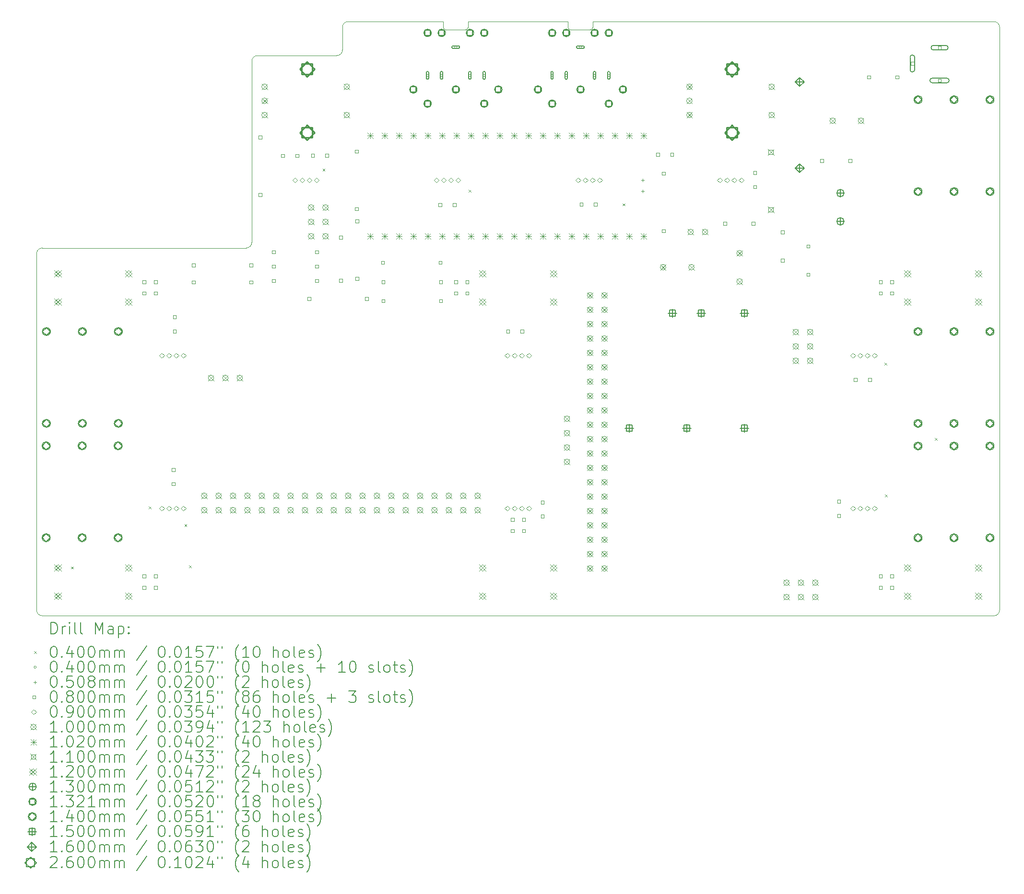
<source format=gbr>
%TF.GenerationSoftware,KiCad,Pcbnew,7.0.7-7.0.7~ubuntu23.04.1*%
%TF.CreationDate,2023-09-10T10:42:13+00:00*%
%TF.ProjectId,pedalboard-hw,70656461-6c62-46f6-9172-642d68772e6b,2.1.0*%
%TF.SameCoordinates,Original*%
%TF.FileFunction,Drillmap*%
%TF.FilePolarity,Positive*%
%FSLAX45Y45*%
G04 Gerber Fmt 4.5, Leading zero omitted, Abs format (unit mm)*
G04 Created by KiCad (PCBNEW 7.0.7-7.0.7~ubuntu23.04.1) date 2023-09-10 10:42:13*
%MOMM*%
%LPD*%
G01*
G04 APERTURE LIST*
%ADD10C,0.100000*%
%ADD11C,0.200000*%
%ADD12C,0.040000*%
%ADD13C,0.050800*%
%ADD14C,0.080000*%
%ADD15C,0.090000*%
%ADD16C,0.102000*%
%ADD17C,0.110000*%
%ADD18C,0.120000*%
%ADD19C,0.130000*%
%ADD20C,0.132080*%
%ADD21C,0.140000*%
%ADD22C,0.150000*%
%ADD23C,0.160000*%
%ADD24C,0.260000*%
G04 APERTURE END LIST*
D10*
X11820000Y-2000000D02*
X18900000Y-2000000D01*
X2000000Y-12400000D02*
X2000000Y-6100000D01*
X2100000Y-12500000D02*
X18900000Y-12500000D01*
X7400000Y-2100000D02*
X7400000Y-2500000D01*
X7500000Y-2000000D02*
G75*
G03*
X7400000Y-2100000I0J-100000D01*
G01*
X11380000Y-2100000D02*
G75*
G03*
X11420000Y-2140000I40000J0D01*
G01*
X2000000Y-12400000D02*
G75*
G03*
X2100000Y-12500000I100000J0D01*
G01*
X9180000Y-2100000D02*
G75*
G03*
X9220000Y-2140000I40000J0D01*
G01*
X11420000Y-2140000D02*
X11780000Y-2140000D01*
X5800000Y-5900000D02*
X5800000Y-2700000D01*
X2100000Y-6000000D02*
X5700000Y-6000000D01*
X5900000Y-2600000D02*
G75*
G03*
X5800000Y-2700000I0J-100000D01*
G01*
X19000000Y-2100000D02*
X19000000Y-12400000D01*
X11380000Y-2000000D02*
X11380000Y-2100000D01*
X9620000Y-2100000D02*
X9620000Y-2000000D01*
X9620000Y-2000000D02*
X11380000Y-2000000D01*
X19000000Y-2100000D02*
G75*
G03*
X18900000Y-2000000I-100000J0D01*
G01*
X9580000Y-2140000D02*
G75*
G03*
X9620000Y-2100000I0J40000D01*
G01*
X7300000Y-2600000D02*
X5900000Y-2600000D01*
X9180000Y-2000000D02*
X9180000Y-2100000D01*
X2100000Y-6000000D02*
G75*
G03*
X2000000Y-6100000I0J-100000D01*
G01*
X7300000Y-2600000D02*
G75*
G03*
X7400000Y-2500000I0J100000D01*
G01*
X9220000Y-2140000D02*
X9580000Y-2140000D01*
X5700000Y-6000000D02*
G75*
G03*
X5800000Y-5900000I0J100000D01*
G01*
X9180000Y-2000000D02*
X7500000Y-2000000D01*
X18900000Y-12500000D02*
G75*
G03*
X19000000Y-12400000I0J100000D01*
G01*
X11780000Y-2140000D02*
G75*
G03*
X11820000Y-2100000I0J40000D01*
G01*
X11820000Y-2100000D02*
X11820000Y-2000000D01*
D11*
D12*
X2609950Y-11630000D02*
X2649950Y-11670000D01*
X2649950Y-11630000D02*
X2609950Y-11670000D01*
X3980000Y-10570000D02*
X4020000Y-10610000D01*
X4020000Y-10570000D02*
X3980000Y-10610000D01*
X4610000Y-10880000D02*
X4650000Y-10920000D01*
X4650000Y-10880000D02*
X4610000Y-10920000D01*
X4690000Y-11610000D02*
X4730000Y-11650000D01*
X4730000Y-11610000D02*
X4690000Y-11650000D01*
X7050000Y-4600000D02*
X7090000Y-4640000D01*
X7090000Y-4600000D02*
X7050000Y-4640000D01*
X9630000Y-4975000D02*
X9670000Y-5015000D01*
X9670000Y-4975000D02*
X9630000Y-5015000D01*
X12345000Y-5212400D02*
X12385000Y-5252400D01*
X12385000Y-5212400D02*
X12345000Y-5252400D01*
X16970000Y-8030000D02*
X17010000Y-8070000D01*
X17010000Y-8030000D02*
X16970000Y-8070000D01*
X16977680Y-10358440D02*
X17017680Y-10398440D01*
X17017680Y-10358440D02*
X16977680Y-10398440D01*
X17860000Y-9360000D02*
X17900000Y-9400000D01*
X17900000Y-9360000D02*
X17860000Y-9400000D01*
X8920000Y-2950000D02*
G75*
G03*
X8920000Y-2950000I-20000J0D01*
G01*
D11*
X8880000Y-2900000D02*
X8880000Y-3000000D01*
X8880000Y-3000000D02*
G75*
G03*
X8920000Y-3000000I20000J0D01*
G01*
X8920000Y-3000000D02*
X8920000Y-2900000D01*
X8920000Y-2900000D02*
G75*
G03*
X8880000Y-2900000I-20000J0D01*
G01*
D12*
X9170000Y-2950000D02*
G75*
G03*
X9170000Y-2950000I-20000J0D01*
G01*
D11*
X9130000Y-2900000D02*
X9130000Y-3000000D01*
X9130000Y-3000000D02*
G75*
G03*
X9170000Y-3000000I20000J0D01*
G01*
X9170000Y-3000000D02*
X9170000Y-2900000D01*
X9170000Y-2900000D02*
G75*
G03*
X9130000Y-2900000I-20000J0D01*
G01*
D12*
X9420000Y-2450000D02*
G75*
G03*
X9420000Y-2450000I-20000J0D01*
G01*
D11*
X9450000Y-2430000D02*
X9350000Y-2430000D01*
X9350000Y-2430000D02*
G75*
G03*
X9350000Y-2470000I0J-20000D01*
G01*
X9350000Y-2470000D02*
X9450000Y-2470000D01*
X9450000Y-2470000D02*
G75*
G03*
X9450000Y-2430000I0J20000D01*
G01*
D12*
X9670000Y-2950000D02*
G75*
G03*
X9670000Y-2950000I-20000J0D01*
G01*
D11*
X9670000Y-3000000D02*
X9670000Y-2900000D01*
X9670000Y-2900000D02*
G75*
G03*
X9630000Y-2900000I-20000J0D01*
G01*
X9630000Y-2900000D02*
X9630000Y-3000000D01*
X9630000Y-3000000D02*
G75*
G03*
X9670000Y-3000000I20000J0D01*
G01*
D12*
X9920000Y-2950000D02*
G75*
G03*
X9920000Y-2950000I-20000J0D01*
G01*
D11*
X9920000Y-3000000D02*
X9920000Y-2900000D01*
X9920000Y-2900000D02*
G75*
G03*
X9880000Y-2900000I-20000J0D01*
G01*
X9880000Y-2900000D02*
X9880000Y-3000000D01*
X9880000Y-3000000D02*
G75*
G03*
X9920000Y-3000000I20000J0D01*
G01*
D12*
X11120000Y-2950000D02*
G75*
G03*
X11120000Y-2950000I-20000J0D01*
G01*
D11*
X11080000Y-2900000D02*
X11080000Y-3000000D01*
X11080000Y-3000000D02*
G75*
G03*
X11120000Y-3000000I20000J0D01*
G01*
X11120000Y-3000000D02*
X11120000Y-2900000D01*
X11120000Y-2900000D02*
G75*
G03*
X11080000Y-2900000I-20000J0D01*
G01*
D12*
X11370000Y-2950000D02*
G75*
G03*
X11370000Y-2950000I-20000J0D01*
G01*
D11*
X11330000Y-2900000D02*
X11330000Y-3000000D01*
X11330000Y-3000000D02*
G75*
G03*
X11370000Y-3000000I20000J0D01*
G01*
X11370000Y-3000000D02*
X11370000Y-2900000D01*
X11370000Y-2900000D02*
G75*
G03*
X11330000Y-2900000I-20000J0D01*
G01*
D12*
X11620000Y-2450000D02*
G75*
G03*
X11620000Y-2450000I-20000J0D01*
G01*
D11*
X11650000Y-2430000D02*
X11550000Y-2430000D01*
X11550000Y-2430000D02*
G75*
G03*
X11550000Y-2470000I0J-20000D01*
G01*
X11550000Y-2470000D02*
X11650000Y-2470000D01*
X11650000Y-2470000D02*
G75*
G03*
X11650000Y-2430000I0J20000D01*
G01*
D12*
X11870000Y-2950000D02*
G75*
G03*
X11870000Y-2950000I-20000J0D01*
G01*
D11*
X11870000Y-3000000D02*
X11870000Y-2900000D01*
X11870000Y-2900000D02*
G75*
G03*
X11830000Y-2900000I-20000J0D01*
G01*
X11830000Y-2900000D02*
X11830000Y-3000000D01*
X11830000Y-3000000D02*
G75*
G03*
X11870000Y-3000000I20000J0D01*
G01*
D12*
X12120000Y-2950000D02*
G75*
G03*
X12120000Y-2950000I-20000J0D01*
G01*
D11*
X12120000Y-3000000D02*
X12120000Y-2900000D01*
X12120000Y-2900000D02*
G75*
G03*
X12080000Y-2900000I-20000J0D01*
G01*
X12080000Y-2900000D02*
X12080000Y-3000000D01*
X12080000Y-3000000D02*
G75*
G03*
X12120000Y-3000000I20000J0D01*
G01*
D13*
X12700000Y-4774600D02*
X12700000Y-4825400D01*
X12674600Y-4800000D02*
X12725400Y-4800000D01*
X12700000Y-4974600D02*
X12700000Y-5025400D01*
X12674600Y-5000000D02*
X12725400Y-5000000D01*
D14*
X3928284Y-6628284D02*
X3928284Y-6571715D01*
X3871715Y-6571715D01*
X3871715Y-6628284D01*
X3928284Y-6628284D01*
X3928284Y-6828284D02*
X3928284Y-6771715D01*
X3871715Y-6771715D01*
X3871715Y-6828284D01*
X3928284Y-6828284D01*
X3928284Y-11828284D02*
X3928284Y-11771715D01*
X3871715Y-11771715D01*
X3871715Y-11828284D01*
X3928284Y-11828284D01*
X3928284Y-12028284D02*
X3928284Y-11971715D01*
X3871715Y-11971715D01*
X3871715Y-12028284D01*
X3928284Y-12028284D01*
X4128284Y-6628284D02*
X4128284Y-6571715D01*
X4071715Y-6571715D01*
X4071715Y-6628284D01*
X4128284Y-6628284D01*
X4128284Y-6828284D02*
X4128284Y-6771715D01*
X4071715Y-6771715D01*
X4071715Y-6828284D01*
X4128284Y-6828284D01*
X4128284Y-11828284D02*
X4128284Y-11771715D01*
X4071715Y-11771715D01*
X4071715Y-11828284D01*
X4128284Y-11828284D01*
X4128284Y-12028284D02*
X4128284Y-11971715D01*
X4071715Y-11971715D01*
X4071715Y-12028284D01*
X4128284Y-12028284D01*
X4443785Y-9948285D02*
X4443785Y-9891716D01*
X4387216Y-9891716D01*
X4387216Y-9948285D01*
X4443785Y-9948285D01*
X4443785Y-10198285D02*
X4443785Y-10141716D01*
X4387216Y-10141716D01*
X4387216Y-10198285D01*
X4443785Y-10198285D01*
X4463785Y-7248284D02*
X4463785Y-7191715D01*
X4407216Y-7191715D01*
X4407216Y-7248284D01*
X4463785Y-7248284D01*
X4463785Y-7498284D02*
X4463785Y-7441715D01*
X4407216Y-7441715D01*
X4407216Y-7498284D01*
X4463785Y-7498284D01*
X4797785Y-6333284D02*
X4797785Y-6276715D01*
X4741216Y-6276715D01*
X4741216Y-6333284D01*
X4797785Y-6333284D01*
X4797785Y-6633284D02*
X4797785Y-6576715D01*
X4741216Y-6576715D01*
X4741216Y-6633284D01*
X4797785Y-6633284D01*
X5813784Y-6333284D02*
X5813784Y-6276715D01*
X5757215Y-6276715D01*
X5757215Y-6333284D01*
X5813784Y-6333284D01*
X5813784Y-6633284D02*
X5813784Y-6576715D01*
X5757215Y-6576715D01*
X5757215Y-6633284D01*
X5813784Y-6633284D01*
X5978284Y-4072784D02*
X5978284Y-4016215D01*
X5921715Y-4016215D01*
X5921715Y-4072784D01*
X5978284Y-4072784D01*
X5978284Y-5088785D02*
X5978284Y-5032216D01*
X5921715Y-5032216D01*
X5921715Y-5088785D01*
X5978284Y-5088785D01*
X6213784Y-6100284D02*
X6213784Y-6043715D01*
X6157215Y-6043715D01*
X6157215Y-6100284D01*
X6213784Y-6100284D01*
X6213784Y-6354284D02*
X6213784Y-6297715D01*
X6157215Y-6297715D01*
X6157215Y-6354284D01*
X6213784Y-6354284D01*
X6213784Y-6608284D02*
X6213784Y-6551715D01*
X6157215Y-6551715D01*
X6157215Y-6608284D01*
X6213784Y-6608284D01*
X6375784Y-4398285D02*
X6375784Y-4341716D01*
X6319215Y-4341716D01*
X6319215Y-4398285D01*
X6375784Y-4398285D01*
X6625784Y-4398285D02*
X6625784Y-4341716D01*
X6569215Y-4341716D01*
X6569215Y-4398285D01*
X6625784Y-4398285D01*
X6840284Y-6926284D02*
X6840284Y-6869715D01*
X6783715Y-6869715D01*
X6783715Y-6926284D01*
X6840284Y-6926284D01*
X6903284Y-4395785D02*
X6903284Y-4339216D01*
X6846715Y-4339216D01*
X6846715Y-4395785D01*
X6903284Y-4395785D01*
X6975784Y-6100284D02*
X6975784Y-6043715D01*
X6919215Y-6043715D01*
X6919215Y-6100284D01*
X6975784Y-6100284D01*
X6975784Y-6354284D02*
X6975784Y-6297715D01*
X6919215Y-6297715D01*
X6919215Y-6354284D01*
X6975784Y-6354284D01*
X6975784Y-6608284D02*
X6975784Y-6551715D01*
X6919215Y-6551715D01*
X6919215Y-6608284D01*
X6975784Y-6608284D01*
X7153284Y-4395785D02*
X7153284Y-4339216D01*
X7096715Y-4339216D01*
X7096715Y-4395785D01*
X7153284Y-4395785D01*
X7398284Y-5843784D02*
X7398284Y-5787215D01*
X7341715Y-5787215D01*
X7341715Y-5843784D01*
X7398284Y-5843784D01*
X7398284Y-6605784D02*
X7398284Y-6549215D01*
X7341715Y-6549215D01*
X7341715Y-6605784D01*
X7398284Y-6605784D01*
X7678284Y-4322785D02*
X7678284Y-4266216D01*
X7621715Y-4266216D01*
X7621715Y-4322785D01*
X7678284Y-4322785D01*
X7678284Y-5338785D02*
X7678284Y-5282216D01*
X7621715Y-5282216D01*
X7621715Y-5338785D01*
X7678284Y-5338785D01*
X7688284Y-5555285D02*
X7688284Y-5498716D01*
X7631715Y-5498716D01*
X7631715Y-5555285D01*
X7688284Y-5555285D01*
X7688284Y-6571284D02*
X7688284Y-6514715D01*
X7631715Y-6514715D01*
X7631715Y-6571284D01*
X7688284Y-6571284D01*
X7856284Y-6926284D02*
X7856284Y-6869715D01*
X7799715Y-6869715D01*
X7799715Y-6926284D01*
X7856284Y-6926284D01*
X8140284Y-6285784D02*
X8140284Y-6229215D01*
X8083715Y-6229215D01*
X8083715Y-6285784D01*
X8140284Y-6285784D01*
X8147284Y-6626284D02*
X8147284Y-6569715D01*
X8090715Y-6569715D01*
X8090715Y-6626284D01*
X8147284Y-6626284D01*
X8147284Y-6962284D02*
X8147284Y-6905715D01*
X8090715Y-6905715D01*
X8090715Y-6962284D01*
X8147284Y-6962284D01*
X9153285Y-5268285D02*
X9153285Y-5211716D01*
X9096716Y-5211716D01*
X9096716Y-5268285D01*
X9153285Y-5268285D01*
X9156285Y-6285784D02*
X9156285Y-6229215D01*
X9099716Y-6229215D01*
X9099716Y-6285784D01*
X9156285Y-6285784D01*
X9163285Y-6626284D02*
X9163285Y-6569715D01*
X9106716Y-6569715D01*
X9106716Y-6626284D01*
X9163285Y-6626284D01*
X9163285Y-6962284D02*
X9163285Y-6905715D01*
X9106716Y-6905715D01*
X9106716Y-6962284D01*
X9163285Y-6962284D01*
X9403285Y-5268285D02*
X9403285Y-5211716D01*
X9346716Y-5211716D01*
X9346716Y-5268285D01*
X9403285Y-5268285D01*
X9428285Y-6628284D02*
X9428285Y-6571715D01*
X9371716Y-6571715D01*
X9371716Y-6628284D01*
X9428285Y-6628284D01*
X9428285Y-6828284D02*
X9428285Y-6771715D01*
X9371716Y-6771715D01*
X9371716Y-6828284D01*
X9428285Y-6828284D01*
X9628285Y-6628284D02*
X9628285Y-6571715D01*
X9571716Y-6571715D01*
X9571716Y-6628284D01*
X9628285Y-6628284D01*
X9628285Y-6828284D02*
X9628285Y-6771715D01*
X9571716Y-6771715D01*
X9571716Y-6828284D01*
X9628285Y-6828284D01*
X10348285Y-7498284D02*
X10348285Y-7441715D01*
X10291716Y-7441715D01*
X10291716Y-7498284D01*
X10348285Y-7498284D01*
X10428285Y-10828285D02*
X10428285Y-10771716D01*
X10371716Y-10771716D01*
X10371716Y-10828285D01*
X10428285Y-10828285D01*
X10428285Y-11028285D02*
X10428285Y-10971716D01*
X10371716Y-10971716D01*
X10371716Y-11028285D01*
X10428285Y-11028285D01*
X10598285Y-7498284D02*
X10598285Y-7441715D01*
X10541716Y-7441715D01*
X10541716Y-7498284D01*
X10598285Y-7498284D01*
X10628285Y-10828285D02*
X10628285Y-10771716D01*
X10571716Y-10771716D01*
X10571716Y-10828285D01*
X10628285Y-10828285D01*
X10628285Y-11028285D02*
X10628285Y-10971716D01*
X10571716Y-10971716D01*
X10571716Y-11028285D01*
X10628285Y-11028285D01*
X10959285Y-10521285D02*
X10959285Y-10464716D01*
X10902716Y-10464716D01*
X10902716Y-10521285D01*
X10959285Y-10521285D01*
X10959285Y-10771285D02*
X10959285Y-10714716D01*
X10902716Y-10714716D01*
X10902716Y-10771285D01*
X10959285Y-10771285D01*
X11643284Y-5258285D02*
X11643284Y-5201716D01*
X11586715Y-5201716D01*
X11586715Y-5258285D01*
X11643284Y-5258285D01*
X11893284Y-5258285D02*
X11893284Y-5201716D01*
X11836715Y-5201716D01*
X11836715Y-5258285D01*
X11893284Y-5258285D01*
X12993284Y-4375285D02*
X12993284Y-4318716D01*
X12936715Y-4318716D01*
X12936715Y-4375285D01*
X12993284Y-4375285D01*
X13098284Y-4710285D02*
X13098284Y-4653716D01*
X13041715Y-4653716D01*
X13041715Y-4710285D01*
X13098284Y-4710285D01*
X13098284Y-5726284D02*
X13098284Y-5669715D01*
X13041715Y-5669715D01*
X13041715Y-5726284D01*
X13098284Y-5726284D01*
X13243284Y-4375285D02*
X13243284Y-4318716D01*
X13186715Y-4318716D01*
X13186715Y-4375285D01*
X13243284Y-4375285D01*
X14178284Y-5598284D02*
X14178284Y-5541716D01*
X14121715Y-5541716D01*
X14121715Y-5598284D01*
X14178284Y-5598284D01*
X14678284Y-5598284D02*
X14678284Y-5541716D01*
X14621715Y-5541716D01*
X14621715Y-5598284D01*
X14678284Y-5598284D01*
X14708284Y-4698285D02*
X14708284Y-4641716D01*
X14651715Y-4641716D01*
X14651715Y-4698285D01*
X14708284Y-4698285D01*
X14708284Y-4948285D02*
X14708284Y-4891716D01*
X14651715Y-4891716D01*
X14651715Y-4948285D01*
X14708284Y-4948285D01*
X15198284Y-5748284D02*
X15198284Y-5691715D01*
X15141715Y-5691715D01*
X15141715Y-5748284D01*
X15198284Y-5748284D01*
X15198284Y-6248284D02*
X15198284Y-6191715D01*
X15141715Y-6191715D01*
X15141715Y-6248284D01*
X15198284Y-6248284D01*
X15648284Y-5998284D02*
X15648284Y-5941715D01*
X15591715Y-5941715D01*
X15591715Y-5998284D01*
X15648284Y-5998284D01*
X15648284Y-6498284D02*
X15648284Y-6441715D01*
X15591715Y-6441715D01*
X15591715Y-6498284D01*
X15648284Y-6498284D01*
X15892044Y-4488285D02*
X15892044Y-4431716D01*
X15835475Y-4431716D01*
X15835475Y-4488285D01*
X15892044Y-4488285D01*
X16190284Y-10508285D02*
X16190284Y-10451716D01*
X16133715Y-10451716D01*
X16133715Y-10508285D01*
X16190284Y-10508285D01*
X16190284Y-10758285D02*
X16190284Y-10701716D01*
X16133715Y-10701716D01*
X16133715Y-10758285D01*
X16190284Y-10758285D01*
X16392044Y-4488285D02*
X16392044Y-4431716D01*
X16335475Y-4431716D01*
X16335475Y-4488285D01*
X16392044Y-4488285D01*
X16485284Y-8358284D02*
X16485284Y-8301715D01*
X16428715Y-8301715D01*
X16428715Y-8358284D01*
X16485284Y-8358284D01*
X16718284Y-3008284D02*
X16718284Y-2951715D01*
X16661715Y-2951715D01*
X16661715Y-3008284D01*
X16718284Y-3008284D01*
X16735284Y-8358284D02*
X16735284Y-8301715D01*
X16678715Y-8301715D01*
X16678715Y-8358284D01*
X16735284Y-8358284D01*
X16928285Y-6628284D02*
X16928285Y-6571715D01*
X16871716Y-6571715D01*
X16871716Y-6628284D01*
X16928285Y-6628284D01*
X16928285Y-6828284D02*
X16928285Y-6771715D01*
X16871716Y-6771715D01*
X16871716Y-6828284D01*
X16928285Y-6828284D01*
X16928285Y-11828284D02*
X16928285Y-11771715D01*
X16871716Y-11771715D01*
X16871716Y-11828284D01*
X16928285Y-11828284D01*
X16928285Y-12028284D02*
X16928285Y-11971715D01*
X16871716Y-11971715D01*
X16871716Y-12028284D01*
X16928285Y-12028284D01*
X17128285Y-6628284D02*
X17128285Y-6571715D01*
X17071716Y-6571715D01*
X17071716Y-6628284D01*
X17128285Y-6628284D01*
X17128285Y-6828284D02*
X17128285Y-6771715D01*
X17071716Y-6771715D01*
X17071716Y-6828284D01*
X17128285Y-6828284D01*
X17128285Y-11828284D02*
X17128285Y-11771715D01*
X17071716Y-11771715D01*
X17071716Y-11828284D01*
X17128285Y-11828284D01*
X17128285Y-12028284D02*
X17128285Y-11971715D01*
X17071716Y-11971715D01*
X17071716Y-12028284D01*
X17128285Y-12028284D01*
X17218285Y-3008284D02*
X17218285Y-2951715D01*
X17161716Y-2951715D01*
X17161716Y-3008284D01*
X17218285Y-3008284D01*
X17488285Y-2768285D02*
X17488285Y-2711716D01*
X17431716Y-2711716D01*
X17431716Y-2768285D01*
X17488285Y-2768285D01*
D11*
X17420000Y-2630000D02*
X17420000Y-2850000D01*
X17420000Y-2850000D02*
G75*
G03*
X17500000Y-2850000I40000J0D01*
G01*
X17500000Y-2850000D02*
X17500000Y-2630000D01*
X17500000Y-2630000D02*
G75*
G03*
X17420000Y-2630000I-40000J0D01*
G01*
D14*
X17968285Y-2488285D02*
X17968285Y-2431716D01*
X17911716Y-2431716D01*
X17911716Y-2488285D01*
X17968285Y-2488285D01*
D11*
X18050000Y-2420000D02*
X17830000Y-2420000D01*
X17830000Y-2420000D02*
G75*
G03*
X17830000Y-2500000I0J-40000D01*
G01*
X17830000Y-2500000D02*
X18050000Y-2500000D01*
X18050000Y-2500000D02*
G75*
G03*
X18050000Y-2420000I0J40000D01*
G01*
D14*
X17968285Y-3068284D02*
X17968285Y-3011715D01*
X17911716Y-3011715D01*
X17911716Y-3068284D01*
X17968285Y-3068284D01*
D11*
X18070000Y-3000000D02*
X17810000Y-3000000D01*
X17810000Y-3000000D02*
G75*
G03*
X17810000Y-3080000I0J-40000D01*
G01*
X17810000Y-3080000D02*
X18070000Y-3080000D01*
X18070000Y-3080000D02*
G75*
G03*
X18070000Y-3000000I0J40000D01*
G01*
D15*
X4210000Y-7945000D02*
X4255000Y-7900000D01*
X4210000Y-7855000D01*
X4165000Y-7900000D01*
X4210000Y-7945000D01*
X4210000Y-10645000D02*
X4255000Y-10600000D01*
X4210000Y-10555000D01*
X4165000Y-10600000D01*
X4210000Y-10645000D01*
X4337000Y-7945000D02*
X4382000Y-7900000D01*
X4337000Y-7855000D01*
X4292000Y-7900000D01*
X4337000Y-7945000D01*
X4337000Y-10645000D02*
X4382000Y-10600000D01*
X4337000Y-10555000D01*
X4292000Y-10600000D01*
X4337000Y-10645000D01*
X4464000Y-7945000D02*
X4509000Y-7900000D01*
X4464000Y-7855000D01*
X4419000Y-7900000D01*
X4464000Y-7945000D01*
X4464000Y-10645000D02*
X4509000Y-10600000D01*
X4464000Y-10555000D01*
X4419000Y-10600000D01*
X4464000Y-10645000D01*
X4591000Y-7945000D02*
X4636000Y-7900000D01*
X4591000Y-7855000D01*
X4546000Y-7900000D01*
X4591000Y-7945000D01*
X4591000Y-10645000D02*
X4636000Y-10600000D01*
X4591000Y-10555000D01*
X4546000Y-10600000D01*
X4591000Y-10645000D01*
X6560000Y-4845000D02*
X6605000Y-4800000D01*
X6560000Y-4755000D01*
X6515000Y-4800000D01*
X6560000Y-4845000D01*
X6687000Y-4845000D02*
X6732000Y-4800000D01*
X6687000Y-4755000D01*
X6642000Y-4800000D01*
X6687000Y-4845000D01*
X6814000Y-4845000D02*
X6859000Y-4800000D01*
X6814000Y-4755000D01*
X6769000Y-4800000D01*
X6814000Y-4845000D01*
X6941000Y-4845000D02*
X6986000Y-4800000D01*
X6941000Y-4755000D01*
X6896000Y-4800000D01*
X6941000Y-4845000D01*
X9060000Y-4845000D02*
X9105000Y-4800000D01*
X9060000Y-4755000D01*
X9015000Y-4800000D01*
X9060000Y-4845000D01*
X9187000Y-4845000D02*
X9232000Y-4800000D01*
X9187000Y-4755000D01*
X9142000Y-4800000D01*
X9187000Y-4845000D01*
X9314000Y-4845000D02*
X9359000Y-4800000D01*
X9314000Y-4755000D01*
X9269000Y-4800000D01*
X9314000Y-4845000D01*
X9441000Y-4845000D02*
X9486000Y-4800000D01*
X9441000Y-4755000D01*
X9396000Y-4800000D01*
X9441000Y-4845000D01*
X10310000Y-7945000D02*
X10355000Y-7900000D01*
X10310000Y-7855000D01*
X10265000Y-7900000D01*
X10310000Y-7945000D01*
X10310000Y-10645000D02*
X10355000Y-10600000D01*
X10310000Y-10555000D01*
X10265000Y-10600000D01*
X10310000Y-10645000D01*
X10437000Y-7945000D02*
X10482000Y-7900000D01*
X10437000Y-7855000D01*
X10392000Y-7900000D01*
X10437000Y-7945000D01*
X10437000Y-10645000D02*
X10482000Y-10600000D01*
X10437000Y-10555000D01*
X10392000Y-10600000D01*
X10437000Y-10645000D01*
X10564000Y-7945000D02*
X10609000Y-7900000D01*
X10564000Y-7855000D01*
X10519000Y-7900000D01*
X10564000Y-7945000D01*
X10564000Y-10645000D02*
X10609000Y-10600000D01*
X10564000Y-10555000D01*
X10519000Y-10600000D01*
X10564000Y-10645000D01*
X10691000Y-7945000D02*
X10736000Y-7900000D01*
X10691000Y-7855000D01*
X10646000Y-7900000D01*
X10691000Y-7945000D01*
X10691000Y-10645000D02*
X10736000Y-10600000D01*
X10691000Y-10555000D01*
X10646000Y-10600000D01*
X10691000Y-10645000D01*
X11560000Y-4845000D02*
X11605000Y-4800000D01*
X11560000Y-4755000D01*
X11515000Y-4800000D01*
X11560000Y-4845000D01*
X11687000Y-4845000D02*
X11732000Y-4800000D01*
X11687000Y-4755000D01*
X11642000Y-4800000D01*
X11687000Y-4845000D01*
X11814000Y-4845000D02*
X11859000Y-4800000D01*
X11814000Y-4755000D01*
X11769000Y-4800000D01*
X11814000Y-4845000D01*
X11941000Y-4845000D02*
X11986000Y-4800000D01*
X11941000Y-4755000D01*
X11896000Y-4800000D01*
X11941000Y-4845000D01*
X14060000Y-4845000D02*
X14105000Y-4800000D01*
X14060000Y-4755000D01*
X14015000Y-4800000D01*
X14060000Y-4845000D01*
X14187000Y-4845000D02*
X14232000Y-4800000D01*
X14187000Y-4755000D01*
X14142000Y-4800000D01*
X14187000Y-4845000D01*
X14314000Y-4845000D02*
X14359000Y-4800000D01*
X14314000Y-4755000D01*
X14269000Y-4800000D01*
X14314000Y-4845000D01*
X14441000Y-4845000D02*
X14486000Y-4800000D01*
X14441000Y-4755000D01*
X14396000Y-4800000D01*
X14441000Y-4845000D01*
X16410000Y-7945000D02*
X16455000Y-7900000D01*
X16410000Y-7855000D01*
X16365000Y-7900000D01*
X16410000Y-7945000D01*
X16410000Y-10645000D02*
X16455000Y-10600000D01*
X16410000Y-10555000D01*
X16365000Y-10600000D01*
X16410000Y-10645000D01*
X16537000Y-7945000D02*
X16582000Y-7900000D01*
X16537000Y-7855000D01*
X16492000Y-7900000D01*
X16537000Y-7945000D01*
X16537000Y-10645000D02*
X16582000Y-10600000D01*
X16537000Y-10555000D01*
X16492000Y-10600000D01*
X16537000Y-10645000D01*
X16664000Y-7945000D02*
X16709000Y-7900000D01*
X16664000Y-7855000D01*
X16619000Y-7900000D01*
X16664000Y-7945000D01*
X16664000Y-10645000D02*
X16709000Y-10600000D01*
X16664000Y-10555000D01*
X16619000Y-10600000D01*
X16664000Y-10645000D01*
X16791000Y-7945000D02*
X16836000Y-7900000D01*
X16791000Y-7855000D01*
X16746000Y-7900000D01*
X16791000Y-7945000D01*
X16791000Y-10645000D02*
X16836000Y-10600000D01*
X16791000Y-10555000D01*
X16746000Y-10600000D01*
X16791000Y-10645000D01*
D10*
X4909000Y-10328000D02*
X5009000Y-10428000D01*
X5009000Y-10328000D02*
X4909000Y-10428000D01*
X5009000Y-10378000D02*
G75*
G03*
X5009000Y-10378000I-50000J0D01*
G01*
X4909000Y-10582000D02*
X5009000Y-10682000D01*
X5009000Y-10582000D02*
X4909000Y-10682000D01*
X5009000Y-10632000D02*
G75*
G03*
X5009000Y-10632000I-50000J0D01*
G01*
X5028500Y-8246260D02*
X5128500Y-8346260D01*
X5128500Y-8246260D02*
X5028500Y-8346260D01*
X5128500Y-8296260D02*
G75*
G03*
X5128500Y-8296260I-50000J0D01*
G01*
X5163000Y-10328000D02*
X5263000Y-10428000D01*
X5263000Y-10328000D02*
X5163000Y-10428000D01*
X5263000Y-10378000D02*
G75*
G03*
X5263000Y-10378000I-50000J0D01*
G01*
X5163000Y-10582000D02*
X5263000Y-10682000D01*
X5263000Y-10582000D02*
X5163000Y-10682000D01*
X5263000Y-10632000D02*
G75*
G03*
X5263000Y-10632000I-50000J0D01*
G01*
X5282500Y-8246260D02*
X5382500Y-8346260D01*
X5382500Y-8246260D02*
X5282500Y-8346260D01*
X5382500Y-8296260D02*
G75*
G03*
X5382500Y-8296260I-50000J0D01*
G01*
X5417000Y-10328000D02*
X5517000Y-10428000D01*
X5517000Y-10328000D02*
X5417000Y-10428000D01*
X5517000Y-10378000D02*
G75*
G03*
X5517000Y-10378000I-50000J0D01*
G01*
X5417000Y-10582000D02*
X5517000Y-10682000D01*
X5517000Y-10582000D02*
X5417000Y-10682000D01*
X5517000Y-10632000D02*
G75*
G03*
X5517000Y-10632000I-50000J0D01*
G01*
X5536500Y-8246260D02*
X5636500Y-8346260D01*
X5636500Y-8246260D02*
X5536500Y-8346260D01*
X5636500Y-8296260D02*
G75*
G03*
X5636500Y-8296260I-50000J0D01*
G01*
X5671000Y-10328000D02*
X5771000Y-10428000D01*
X5771000Y-10328000D02*
X5671000Y-10428000D01*
X5771000Y-10378000D02*
G75*
G03*
X5771000Y-10378000I-50000J0D01*
G01*
X5671000Y-10582000D02*
X5771000Y-10682000D01*
X5771000Y-10582000D02*
X5671000Y-10682000D01*
X5771000Y-10632000D02*
G75*
G03*
X5771000Y-10632000I-50000J0D01*
G01*
X5925000Y-10328000D02*
X6025000Y-10428000D01*
X6025000Y-10328000D02*
X5925000Y-10428000D01*
X6025000Y-10378000D02*
G75*
G03*
X6025000Y-10378000I-50000J0D01*
G01*
X5925000Y-10582000D02*
X6025000Y-10682000D01*
X6025000Y-10582000D02*
X5925000Y-10682000D01*
X6025000Y-10632000D02*
G75*
G03*
X6025000Y-10632000I-50000J0D01*
G01*
X5975000Y-3100000D02*
X6075000Y-3200000D01*
X6075000Y-3100000D02*
X5975000Y-3200000D01*
X6075000Y-3150000D02*
G75*
G03*
X6075000Y-3150000I-50000J0D01*
G01*
X5975000Y-3350000D02*
X6075000Y-3450000D01*
X6075000Y-3350000D02*
X5975000Y-3450000D01*
X6075000Y-3400000D02*
G75*
G03*
X6075000Y-3400000I-50000J0D01*
G01*
X5975000Y-3600000D02*
X6075000Y-3700000D01*
X6075000Y-3600000D02*
X5975000Y-3700000D01*
X6075000Y-3650000D02*
G75*
G03*
X6075000Y-3650000I-50000J0D01*
G01*
X6179000Y-10328000D02*
X6279000Y-10428000D01*
X6279000Y-10328000D02*
X6179000Y-10428000D01*
X6279000Y-10378000D02*
G75*
G03*
X6279000Y-10378000I-50000J0D01*
G01*
X6179000Y-10582000D02*
X6279000Y-10682000D01*
X6279000Y-10582000D02*
X6179000Y-10682000D01*
X6279000Y-10632000D02*
G75*
G03*
X6279000Y-10632000I-50000J0D01*
G01*
X6433000Y-10328000D02*
X6533000Y-10428000D01*
X6533000Y-10328000D02*
X6433000Y-10428000D01*
X6533000Y-10378000D02*
G75*
G03*
X6533000Y-10378000I-50000J0D01*
G01*
X6433000Y-10582000D02*
X6533000Y-10682000D01*
X6533000Y-10582000D02*
X6433000Y-10682000D01*
X6533000Y-10632000D02*
G75*
G03*
X6533000Y-10632000I-50000J0D01*
G01*
X6687000Y-10328000D02*
X6787000Y-10428000D01*
X6787000Y-10328000D02*
X6687000Y-10428000D01*
X6787000Y-10378000D02*
G75*
G03*
X6787000Y-10378000I-50000J0D01*
G01*
X6687000Y-10582000D02*
X6787000Y-10682000D01*
X6787000Y-10582000D02*
X6687000Y-10682000D01*
X6787000Y-10632000D02*
G75*
G03*
X6787000Y-10632000I-50000J0D01*
G01*
X6796000Y-5235000D02*
X6896000Y-5335000D01*
X6896000Y-5235000D02*
X6796000Y-5335000D01*
X6896000Y-5285000D02*
G75*
G03*
X6896000Y-5285000I-50000J0D01*
G01*
X6796000Y-5489000D02*
X6896000Y-5589000D01*
X6896000Y-5489000D02*
X6796000Y-5589000D01*
X6896000Y-5539000D02*
G75*
G03*
X6896000Y-5539000I-50000J0D01*
G01*
X6796000Y-5743000D02*
X6896000Y-5843000D01*
X6896000Y-5743000D02*
X6796000Y-5843000D01*
X6896000Y-5793000D02*
G75*
G03*
X6896000Y-5793000I-50000J0D01*
G01*
X6941000Y-10328000D02*
X7041000Y-10428000D01*
X7041000Y-10328000D02*
X6941000Y-10428000D01*
X7041000Y-10378000D02*
G75*
G03*
X7041000Y-10378000I-50000J0D01*
G01*
X6941000Y-10582000D02*
X7041000Y-10682000D01*
X7041000Y-10582000D02*
X6941000Y-10682000D01*
X7041000Y-10632000D02*
G75*
G03*
X7041000Y-10632000I-50000J0D01*
G01*
X7050000Y-5235000D02*
X7150000Y-5335000D01*
X7150000Y-5235000D02*
X7050000Y-5335000D01*
X7150000Y-5285000D02*
G75*
G03*
X7150000Y-5285000I-50000J0D01*
G01*
X7050000Y-5489000D02*
X7150000Y-5589000D01*
X7150000Y-5489000D02*
X7050000Y-5589000D01*
X7150000Y-5539000D02*
G75*
G03*
X7150000Y-5539000I-50000J0D01*
G01*
X7050000Y-5743000D02*
X7150000Y-5843000D01*
X7150000Y-5743000D02*
X7050000Y-5843000D01*
X7150000Y-5793000D02*
G75*
G03*
X7150000Y-5793000I-50000J0D01*
G01*
X7195000Y-10328000D02*
X7295000Y-10428000D01*
X7295000Y-10328000D02*
X7195000Y-10428000D01*
X7295000Y-10378000D02*
G75*
G03*
X7295000Y-10378000I-50000J0D01*
G01*
X7195000Y-10582000D02*
X7295000Y-10682000D01*
X7295000Y-10582000D02*
X7195000Y-10682000D01*
X7295000Y-10632000D02*
G75*
G03*
X7295000Y-10632000I-50000J0D01*
G01*
X7425000Y-3100000D02*
X7525000Y-3200000D01*
X7525000Y-3100000D02*
X7425000Y-3200000D01*
X7525000Y-3150000D02*
G75*
G03*
X7525000Y-3150000I-50000J0D01*
G01*
X7425000Y-3600000D02*
X7525000Y-3700000D01*
X7525000Y-3600000D02*
X7425000Y-3700000D01*
X7525000Y-3650000D02*
G75*
G03*
X7525000Y-3650000I-50000J0D01*
G01*
X7449000Y-10328000D02*
X7549000Y-10428000D01*
X7549000Y-10328000D02*
X7449000Y-10428000D01*
X7549000Y-10378000D02*
G75*
G03*
X7549000Y-10378000I-50000J0D01*
G01*
X7449000Y-10582000D02*
X7549000Y-10682000D01*
X7549000Y-10582000D02*
X7449000Y-10682000D01*
X7549000Y-10632000D02*
G75*
G03*
X7549000Y-10632000I-50000J0D01*
G01*
X7703000Y-10328000D02*
X7803000Y-10428000D01*
X7803000Y-10328000D02*
X7703000Y-10428000D01*
X7803000Y-10378000D02*
G75*
G03*
X7803000Y-10378000I-50000J0D01*
G01*
X7703000Y-10582000D02*
X7803000Y-10682000D01*
X7803000Y-10582000D02*
X7703000Y-10682000D01*
X7803000Y-10632000D02*
G75*
G03*
X7803000Y-10632000I-50000J0D01*
G01*
X7957000Y-10328000D02*
X8057000Y-10428000D01*
X8057000Y-10328000D02*
X7957000Y-10428000D01*
X8057000Y-10378000D02*
G75*
G03*
X8057000Y-10378000I-50000J0D01*
G01*
X7957000Y-10582000D02*
X8057000Y-10682000D01*
X8057000Y-10582000D02*
X7957000Y-10682000D01*
X8057000Y-10632000D02*
G75*
G03*
X8057000Y-10632000I-50000J0D01*
G01*
X8211000Y-10328000D02*
X8311000Y-10428000D01*
X8311000Y-10328000D02*
X8211000Y-10428000D01*
X8311000Y-10378000D02*
G75*
G03*
X8311000Y-10378000I-50000J0D01*
G01*
X8211000Y-10582000D02*
X8311000Y-10682000D01*
X8311000Y-10582000D02*
X8211000Y-10682000D01*
X8311000Y-10632000D02*
G75*
G03*
X8311000Y-10632000I-50000J0D01*
G01*
X8465000Y-10328000D02*
X8565000Y-10428000D01*
X8565000Y-10328000D02*
X8465000Y-10428000D01*
X8565000Y-10378000D02*
G75*
G03*
X8565000Y-10378000I-50000J0D01*
G01*
X8465000Y-10582000D02*
X8565000Y-10682000D01*
X8565000Y-10582000D02*
X8465000Y-10682000D01*
X8565000Y-10632000D02*
G75*
G03*
X8565000Y-10632000I-50000J0D01*
G01*
X8719000Y-10328000D02*
X8819000Y-10428000D01*
X8819000Y-10328000D02*
X8719000Y-10428000D01*
X8819000Y-10378000D02*
G75*
G03*
X8819000Y-10378000I-50000J0D01*
G01*
X8719000Y-10582000D02*
X8819000Y-10682000D01*
X8819000Y-10582000D02*
X8719000Y-10682000D01*
X8819000Y-10632000D02*
G75*
G03*
X8819000Y-10632000I-50000J0D01*
G01*
X8973000Y-10328000D02*
X9073000Y-10428000D01*
X9073000Y-10328000D02*
X8973000Y-10428000D01*
X9073000Y-10378000D02*
G75*
G03*
X9073000Y-10378000I-50000J0D01*
G01*
X8973000Y-10582000D02*
X9073000Y-10682000D01*
X9073000Y-10582000D02*
X8973000Y-10682000D01*
X9073000Y-10632000D02*
G75*
G03*
X9073000Y-10632000I-50000J0D01*
G01*
X9227000Y-10328000D02*
X9327000Y-10428000D01*
X9327000Y-10328000D02*
X9227000Y-10428000D01*
X9327000Y-10378000D02*
G75*
G03*
X9327000Y-10378000I-50000J0D01*
G01*
X9227000Y-10582000D02*
X9327000Y-10682000D01*
X9327000Y-10582000D02*
X9227000Y-10682000D01*
X9327000Y-10632000D02*
G75*
G03*
X9327000Y-10632000I-50000J0D01*
G01*
X9481000Y-10328000D02*
X9581000Y-10428000D01*
X9581000Y-10328000D02*
X9481000Y-10428000D01*
X9581000Y-10378000D02*
G75*
G03*
X9581000Y-10378000I-50000J0D01*
G01*
X9481000Y-10582000D02*
X9581000Y-10682000D01*
X9581000Y-10582000D02*
X9481000Y-10682000D01*
X9581000Y-10632000D02*
G75*
G03*
X9581000Y-10632000I-50000J0D01*
G01*
X9735000Y-10328000D02*
X9835000Y-10428000D01*
X9835000Y-10328000D02*
X9735000Y-10428000D01*
X9835000Y-10378000D02*
G75*
G03*
X9835000Y-10378000I-50000J0D01*
G01*
X9735000Y-10582000D02*
X9835000Y-10682000D01*
X9835000Y-10582000D02*
X9735000Y-10682000D01*
X9835000Y-10632000D02*
G75*
G03*
X9835000Y-10632000I-50000J0D01*
G01*
X11312500Y-8966000D02*
X11412500Y-9066000D01*
X11412500Y-8966000D02*
X11312500Y-9066000D01*
X11412500Y-9016000D02*
G75*
G03*
X11412500Y-9016000I-50000J0D01*
G01*
X11312500Y-9220000D02*
X11412500Y-9320000D01*
X11412500Y-9220000D02*
X11312500Y-9320000D01*
X11412500Y-9270000D02*
G75*
G03*
X11412500Y-9270000I-50000J0D01*
G01*
X11312500Y-9474000D02*
X11412500Y-9574000D01*
X11412500Y-9474000D02*
X11312500Y-9574000D01*
X11412500Y-9524000D02*
G75*
G03*
X11412500Y-9524000I-50000J0D01*
G01*
X11312500Y-9728000D02*
X11412500Y-9828000D01*
X11412500Y-9728000D02*
X11312500Y-9828000D01*
X11412500Y-9778000D02*
G75*
G03*
X11412500Y-9778000I-50000J0D01*
G01*
X11721000Y-6787560D02*
X11821000Y-6887560D01*
X11821000Y-6787560D02*
X11721000Y-6887560D01*
X11821000Y-6837560D02*
G75*
G03*
X11821000Y-6837560I-50000J0D01*
G01*
X11721000Y-7041560D02*
X11821000Y-7141560D01*
X11821000Y-7041560D02*
X11721000Y-7141560D01*
X11821000Y-7091560D02*
G75*
G03*
X11821000Y-7091560I-50000J0D01*
G01*
X11721000Y-7295560D02*
X11821000Y-7395560D01*
X11821000Y-7295560D02*
X11721000Y-7395560D01*
X11821000Y-7345560D02*
G75*
G03*
X11821000Y-7345560I-50000J0D01*
G01*
X11721000Y-7549560D02*
X11821000Y-7649560D01*
X11821000Y-7549560D02*
X11721000Y-7649560D01*
X11821000Y-7599560D02*
G75*
G03*
X11821000Y-7599560I-50000J0D01*
G01*
X11721000Y-7803560D02*
X11821000Y-7903560D01*
X11821000Y-7803560D02*
X11721000Y-7903560D01*
X11821000Y-7853560D02*
G75*
G03*
X11821000Y-7853560I-50000J0D01*
G01*
X11721000Y-8057560D02*
X11821000Y-8157560D01*
X11821000Y-8057560D02*
X11721000Y-8157560D01*
X11821000Y-8107560D02*
G75*
G03*
X11821000Y-8107560I-50000J0D01*
G01*
X11721000Y-8311560D02*
X11821000Y-8411560D01*
X11821000Y-8311560D02*
X11721000Y-8411560D01*
X11821000Y-8361560D02*
G75*
G03*
X11821000Y-8361560I-50000J0D01*
G01*
X11721000Y-8565560D02*
X11821000Y-8665560D01*
X11821000Y-8565560D02*
X11721000Y-8665560D01*
X11821000Y-8615560D02*
G75*
G03*
X11821000Y-8615560I-50000J0D01*
G01*
X11721000Y-8819560D02*
X11821000Y-8919560D01*
X11821000Y-8819560D02*
X11721000Y-8919560D01*
X11821000Y-8869560D02*
G75*
G03*
X11821000Y-8869560I-50000J0D01*
G01*
X11721000Y-9073560D02*
X11821000Y-9173560D01*
X11821000Y-9073560D02*
X11721000Y-9173560D01*
X11821000Y-9123560D02*
G75*
G03*
X11821000Y-9123560I-50000J0D01*
G01*
X11721000Y-9327560D02*
X11821000Y-9427560D01*
X11821000Y-9327560D02*
X11721000Y-9427560D01*
X11821000Y-9377560D02*
G75*
G03*
X11821000Y-9377560I-50000J0D01*
G01*
X11721000Y-9581560D02*
X11821000Y-9681560D01*
X11821000Y-9581560D02*
X11721000Y-9681560D01*
X11821000Y-9631560D02*
G75*
G03*
X11821000Y-9631560I-50000J0D01*
G01*
X11721000Y-9835560D02*
X11821000Y-9935560D01*
X11821000Y-9835560D02*
X11721000Y-9935560D01*
X11821000Y-9885560D02*
G75*
G03*
X11821000Y-9885560I-50000J0D01*
G01*
X11721000Y-10089560D02*
X11821000Y-10189560D01*
X11821000Y-10089560D02*
X11721000Y-10189560D01*
X11821000Y-10139560D02*
G75*
G03*
X11821000Y-10139560I-50000J0D01*
G01*
X11721000Y-10343560D02*
X11821000Y-10443560D01*
X11821000Y-10343560D02*
X11721000Y-10443560D01*
X11821000Y-10393560D02*
G75*
G03*
X11821000Y-10393560I-50000J0D01*
G01*
X11721000Y-10597560D02*
X11821000Y-10697560D01*
X11821000Y-10597560D02*
X11721000Y-10697560D01*
X11821000Y-10647560D02*
G75*
G03*
X11821000Y-10647560I-50000J0D01*
G01*
X11721000Y-10851560D02*
X11821000Y-10951560D01*
X11821000Y-10851560D02*
X11721000Y-10951560D01*
X11821000Y-10901560D02*
G75*
G03*
X11821000Y-10901560I-50000J0D01*
G01*
X11721000Y-11105560D02*
X11821000Y-11205560D01*
X11821000Y-11105560D02*
X11721000Y-11205560D01*
X11821000Y-11155560D02*
G75*
G03*
X11821000Y-11155560I-50000J0D01*
G01*
X11721000Y-11359560D02*
X11821000Y-11459560D01*
X11821000Y-11359560D02*
X11721000Y-11459560D01*
X11821000Y-11409560D02*
G75*
G03*
X11821000Y-11409560I-50000J0D01*
G01*
X11721000Y-11613560D02*
X11821000Y-11713560D01*
X11821000Y-11613560D02*
X11721000Y-11713560D01*
X11821000Y-11663560D02*
G75*
G03*
X11821000Y-11663560I-50000J0D01*
G01*
X11975000Y-6787560D02*
X12075000Y-6887560D01*
X12075000Y-6787560D02*
X11975000Y-6887560D01*
X12075000Y-6837560D02*
G75*
G03*
X12075000Y-6837560I-50000J0D01*
G01*
X11975000Y-7041560D02*
X12075000Y-7141560D01*
X12075000Y-7041560D02*
X11975000Y-7141560D01*
X12075000Y-7091560D02*
G75*
G03*
X12075000Y-7091560I-50000J0D01*
G01*
X11975000Y-7295560D02*
X12075000Y-7395560D01*
X12075000Y-7295560D02*
X11975000Y-7395560D01*
X12075000Y-7345560D02*
G75*
G03*
X12075000Y-7345560I-50000J0D01*
G01*
X11975000Y-7549560D02*
X12075000Y-7649560D01*
X12075000Y-7549560D02*
X11975000Y-7649560D01*
X12075000Y-7599560D02*
G75*
G03*
X12075000Y-7599560I-50000J0D01*
G01*
X11975000Y-7803560D02*
X12075000Y-7903560D01*
X12075000Y-7803560D02*
X11975000Y-7903560D01*
X12075000Y-7853560D02*
G75*
G03*
X12075000Y-7853560I-50000J0D01*
G01*
X11975000Y-8057560D02*
X12075000Y-8157560D01*
X12075000Y-8057560D02*
X11975000Y-8157560D01*
X12075000Y-8107560D02*
G75*
G03*
X12075000Y-8107560I-50000J0D01*
G01*
X11975000Y-8311560D02*
X12075000Y-8411560D01*
X12075000Y-8311560D02*
X11975000Y-8411560D01*
X12075000Y-8361560D02*
G75*
G03*
X12075000Y-8361560I-50000J0D01*
G01*
X11975000Y-8565560D02*
X12075000Y-8665560D01*
X12075000Y-8565560D02*
X11975000Y-8665560D01*
X12075000Y-8615560D02*
G75*
G03*
X12075000Y-8615560I-50000J0D01*
G01*
X11975000Y-8819560D02*
X12075000Y-8919560D01*
X12075000Y-8819560D02*
X11975000Y-8919560D01*
X12075000Y-8869560D02*
G75*
G03*
X12075000Y-8869560I-50000J0D01*
G01*
X11975000Y-9073560D02*
X12075000Y-9173560D01*
X12075000Y-9073560D02*
X11975000Y-9173560D01*
X12075000Y-9123560D02*
G75*
G03*
X12075000Y-9123560I-50000J0D01*
G01*
X11975000Y-9327560D02*
X12075000Y-9427560D01*
X12075000Y-9327560D02*
X11975000Y-9427560D01*
X12075000Y-9377560D02*
G75*
G03*
X12075000Y-9377560I-50000J0D01*
G01*
X11975000Y-9581560D02*
X12075000Y-9681560D01*
X12075000Y-9581560D02*
X11975000Y-9681560D01*
X12075000Y-9631560D02*
G75*
G03*
X12075000Y-9631560I-50000J0D01*
G01*
X11975000Y-9835560D02*
X12075000Y-9935560D01*
X12075000Y-9835560D02*
X11975000Y-9935560D01*
X12075000Y-9885560D02*
G75*
G03*
X12075000Y-9885560I-50000J0D01*
G01*
X11975000Y-10089560D02*
X12075000Y-10189560D01*
X12075000Y-10089560D02*
X11975000Y-10189560D01*
X12075000Y-10139560D02*
G75*
G03*
X12075000Y-10139560I-50000J0D01*
G01*
X11975000Y-10343560D02*
X12075000Y-10443560D01*
X12075000Y-10343560D02*
X11975000Y-10443560D01*
X12075000Y-10393560D02*
G75*
G03*
X12075000Y-10393560I-50000J0D01*
G01*
X11975000Y-10597560D02*
X12075000Y-10697560D01*
X12075000Y-10597560D02*
X11975000Y-10697560D01*
X12075000Y-10647560D02*
G75*
G03*
X12075000Y-10647560I-50000J0D01*
G01*
X11975000Y-10851560D02*
X12075000Y-10951560D01*
X12075000Y-10851560D02*
X11975000Y-10951560D01*
X12075000Y-10901560D02*
G75*
G03*
X12075000Y-10901560I-50000J0D01*
G01*
X11975000Y-11105560D02*
X12075000Y-11205560D01*
X12075000Y-11105560D02*
X11975000Y-11205560D01*
X12075000Y-11155560D02*
G75*
G03*
X12075000Y-11155560I-50000J0D01*
G01*
X11975000Y-11359560D02*
X12075000Y-11459560D01*
X12075000Y-11359560D02*
X11975000Y-11459560D01*
X12075000Y-11409560D02*
G75*
G03*
X12075000Y-11409560I-50000J0D01*
G01*
X11975000Y-11613560D02*
X12075000Y-11713560D01*
X12075000Y-11613560D02*
X11975000Y-11713560D01*
X12075000Y-11663560D02*
G75*
G03*
X12075000Y-11663560I-50000J0D01*
G01*
X13010000Y-6290000D02*
X13110000Y-6390000D01*
X13110000Y-6290000D02*
X13010000Y-6390000D01*
X13110000Y-6340000D02*
G75*
G03*
X13110000Y-6340000I-50000J0D01*
G01*
X13475000Y-3100000D02*
X13575000Y-3200000D01*
X13575000Y-3100000D02*
X13475000Y-3200000D01*
X13575000Y-3150000D02*
G75*
G03*
X13575000Y-3150000I-50000J0D01*
G01*
X13475000Y-3350000D02*
X13575000Y-3450000D01*
X13575000Y-3350000D02*
X13475000Y-3450000D01*
X13575000Y-3400000D02*
G75*
G03*
X13575000Y-3400000I-50000J0D01*
G01*
X13475000Y-3600000D02*
X13575000Y-3700000D01*
X13575000Y-3600000D02*
X13475000Y-3700000D01*
X13575000Y-3650000D02*
G75*
G03*
X13575000Y-3650000I-50000J0D01*
G01*
X13496000Y-5667500D02*
X13596000Y-5767500D01*
X13596000Y-5667500D02*
X13496000Y-5767500D01*
X13596000Y-5717500D02*
G75*
G03*
X13596000Y-5717500I-50000J0D01*
G01*
X13510000Y-6290000D02*
X13610000Y-6390000D01*
X13610000Y-6290000D02*
X13510000Y-6390000D01*
X13610000Y-6340000D02*
G75*
G03*
X13610000Y-6340000I-50000J0D01*
G01*
X13750000Y-5667500D02*
X13850000Y-5767500D01*
X13850000Y-5667500D02*
X13750000Y-5767500D01*
X13850000Y-5717500D02*
G75*
G03*
X13850000Y-5717500I-50000J0D01*
G01*
X14360000Y-6043232D02*
X14460000Y-6143232D01*
X14460000Y-6043232D02*
X14360000Y-6143232D01*
X14460000Y-6093232D02*
G75*
G03*
X14460000Y-6093232I-50000J0D01*
G01*
X14360000Y-6543232D02*
X14460000Y-6643232D01*
X14460000Y-6543232D02*
X14360000Y-6643232D01*
X14460000Y-6593232D02*
G75*
G03*
X14460000Y-6593232I-50000J0D01*
G01*
X14925000Y-3100000D02*
X15025000Y-3200000D01*
X15025000Y-3100000D02*
X14925000Y-3200000D01*
X15025000Y-3150000D02*
G75*
G03*
X15025000Y-3150000I-50000J0D01*
G01*
X14925000Y-3600000D02*
X15025000Y-3700000D01*
X15025000Y-3600000D02*
X14925000Y-3700000D01*
X15025000Y-3650000D02*
G75*
G03*
X15025000Y-3650000I-50000J0D01*
G01*
X15188000Y-11865060D02*
X15288000Y-11965060D01*
X15288000Y-11865060D02*
X15188000Y-11965060D01*
X15288000Y-11915060D02*
G75*
G03*
X15288000Y-11915060I-50000J0D01*
G01*
X15188000Y-12119060D02*
X15288000Y-12219060D01*
X15288000Y-12119060D02*
X15188000Y-12219060D01*
X15288000Y-12169060D02*
G75*
G03*
X15288000Y-12169060I-50000J0D01*
G01*
X15351500Y-7434560D02*
X15451500Y-7534560D01*
X15451500Y-7434560D02*
X15351500Y-7534560D01*
X15451500Y-7484560D02*
G75*
G03*
X15451500Y-7484560I-50000J0D01*
G01*
X15351500Y-7688560D02*
X15451500Y-7788560D01*
X15451500Y-7688560D02*
X15351500Y-7788560D01*
X15451500Y-7738560D02*
G75*
G03*
X15451500Y-7738560I-50000J0D01*
G01*
X15351500Y-7942560D02*
X15451500Y-8042560D01*
X15451500Y-7942560D02*
X15351500Y-8042560D01*
X15451500Y-7992560D02*
G75*
G03*
X15451500Y-7992560I-50000J0D01*
G01*
X15442000Y-11865060D02*
X15542000Y-11965060D01*
X15542000Y-11865060D02*
X15442000Y-11965060D01*
X15542000Y-11915060D02*
G75*
G03*
X15542000Y-11915060I-50000J0D01*
G01*
X15442000Y-12119060D02*
X15542000Y-12219060D01*
X15542000Y-12119060D02*
X15442000Y-12219060D01*
X15542000Y-12169060D02*
G75*
G03*
X15542000Y-12169060I-50000J0D01*
G01*
X15605500Y-7434560D02*
X15705500Y-7534560D01*
X15705500Y-7434560D02*
X15605500Y-7534560D01*
X15705500Y-7484560D02*
G75*
G03*
X15705500Y-7484560I-50000J0D01*
G01*
X15605500Y-7688560D02*
X15705500Y-7788560D01*
X15705500Y-7688560D02*
X15605500Y-7788560D01*
X15705500Y-7738560D02*
G75*
G03*
X15705500Y-7738560I-50000J0D01*
G01*
X15605500Y-7942560D02*
X15705500Y-8042560D01*
X15705500Y-7942560D02*
X15605500Y-8042560D01*
X15705500Y-7992560D02*
G75*
G03*
X15705500Y-7992560I-50000J0D01*
G01*
X15696000Y-11865060D02*
X15796000Y-11965060D01*
X15796000Y-11865060D02*
X15696000Y-11965060D01*
X15796000Y-11915060D02*
G75*
G03*
X15796000Y-11915060I-50000J0D01*
G01*
X15696000Y-12119060D02*
X15796000Y-12219060D01*
X15796000Y-12119060D02*
X15696000Y-12219060D01*
X15796000Y-12169060D02*
G75*
G03*
X15796000Y-12169060I-50000J0D01*
G01*
X16003232Y-3700000D02*
X16103232Y-3800000D01*
X16103232Y-3700000D02*
X16003232Y-3800000D01*
X16103232Y-3750000D02*
G75*
G03*
X16103232Y-3750000I-50000J0D01*
G01*
X16503232Y-3700000D02*
X16603232Y-3800000D01*
X16603232Y-3700000D02*
X16503232Y-3800000D01*
X16603232Y-3750000D02*
G75*
G03*
X16603232Y-3750000I-50000J0D01*
G01*
D16*
X7836000Y-3960000D02*
X7938000Y-4062000D01*
X7938000Y-3960000D02*
X7836000Y-4062000D01*
X7887000Y-3960000D02*
X7887000Y-4062000D01*
X7836000Y-4011000D02*
X7938000Y-4011000D01*
X7836000Y-5738000D02*
X7938000Y-5840000D01*
X7938000Y-5738000D02*
X7836000Y-5840000D01*
X7887000Y-5738000D02*
X7887000Y-5840000D01*
X7836000Y-5789000D02*
X7938000Y-5789000D01*
X8090000Y-3960000D02*
X8192000Y-4062000D01*
X8192000Y-3960000D02*
X8090000Y-4062000D01*
X8141000Y-3960000D02*
X8141000Y-4062000D01*
X8090000Y-4011000D02*
X8192000Y-4011000D01*
X8090000Y-5738000D02*
X8192000Y-5840000D01*
X8192000Y-5738000D02*
X8090000Y-5840000D01*
X8141000Y-5738000D02*
X8141000Y-5840000D01*
X8090000Y-5789000D02*
X8192000Y-5789000D01*
X8344000Y-3960000D02*
X8446000Y-4062000D01*
X8446000Y-3960000D02*
X8344000Y-4062000D01*
X8395000Y-3960000D02*
X8395000Y-4062000D01*
X8344000Y-4011000D02*
X8446000Y-4011000D01*
X8344000Y-5738000D02*
X8446000Y-5840000D01*
X8446000Y-5738000D02*
X8344000Y-5840000D01*
X8395000Y-5738000D02*
X8395000Y-5840000D01*
X8344000Y-5789000D02*
X8446000Y-5789000D01*
X8598000Y-3960000D02*
X8700000Y-4062000D01*
X8700000Y-3960000D02*
X8598000Y-4062000D01*
X8649000Y-3960000D02*
X8649000Y-4062000D01*
X8598000Y-4011000D02*
X8700000Y-4011000D01*
X8598000Y-5738000D02*
X8700000Y-5840000D01*
X8700000Y-5738000D02*
X8598000Y-5840000D01*
X8649000Y-5738000D02*
X8649000Y-5840000D01*
X8598000Y-5789000D02*
X8700000Y-5789000D01*
X8852000Y-3960000D02*
X8954000Y-4062000D01*
X8954000Y-3960000D02*
X8852000Y-4062000D01*
X8903000Y-3960000D02*
X8903000Y-4062000D01*
X8852000Y-4011000D02*
X8954000Y-4011000D01*
X8852000Y-5738000D02*
X8954000Y-5840000D01*
X8954000Y-5738000D02*
X8852000Y-5840000D01*
X8903000Y-5738000D02*
X8903000Y-5840000D01*
X8852000Y-5789000D02*
X8954000Y-5789000D01*
X9106000Y-3960000D02*
X9208000Y-4062000D01*
X9208000Y-3960000D02*
X9106000Y-4062000D01*
X9157000Y-3960000D02*
X9157000Y-4062000D01*
X9106000Y-4011000D02*
X9208000Y-4011000D01*
X9106000Y-5738000D02*
X9208000Y-5840000D01*
X9208000Y-5738000D02*
X9106000Y-5840000D01*
X9157000Y-5738000D02*
X9157000Y-5840000D01*
X9106000Y-5789000D02*
X9208000Y-5789000D01*
X9360000Y-3960000D02*
X9462000Y-4062000D01*
X9462000Y-3960000D02*
X9360000Y-4062000D01*
X9411000Y-3960000D02*
X9411000Y-4062000D01*
X9360000Y-4011000D02*
X9462000Y-4011000D01*
X9360000Y-5738000D02*
X9462000Y-5840000D01*
X9462000Y-5738000D02*
X9360000Y-5840000D01*
X9411000Y-5738000D02*
X9411000Y-5840000D01*
X9360000Y-5789000D02*
X9462000Y-5789000D01*
X9614000Y-3960000D02*
X9716000Y-4062000D01*
X9716000Y-3960000D02*
X9614000Y-4062000D01*
X9665000Y-3960000D02*
X9665000Y-4062000D01*
X9614000Y-4011000D02*
X9716000Y-4011000D01*
X9614000Y-5738000D02*
X9716000Y-5840000D01*
X9716000Y-5738000D02*
X9614000Y-5840000D01*
X9665000Y-5738000D02*
X9665000Y-5840000D01*
X9614000Y-5789000D02*
X9716000Y-5789000D01*
X9868000Y-3960000D02*
X9970000Y-4062000D01*
X9970000Y-3960000D02*
X9868000Y-4062000D01*
X9919000Y-3960000D02*
X9919000Y-4062000D01*
X9868000Y-4011000D02*
X9970000Y-4011000D01*
X9868000Y-5738000D02*
X9970000Y-5840000D01*
X9970000Y-5738000D02*
X9868000Y-5840000D01*
X9919000Y-5738000D02*
X9919000Y-5840000D01*
X9868000Y-5789000D02*
X9970000Y-5789000D01*
X10122000Y-3960000D02*
X10224000Y-4062000D01*
X10224000Y-3960000D02*
X10122000Y-4062000D01*
X10173000Y-3960000D02*
X10173000Y-4062000D01*
X10122000Y-4011000D02*
X10224000Y-4011000D01*
X10122000Y-5738000D02*
X10224000Y-5840000D01*
X10224000Y-5738000D02*
X10122000Y-5840000D01*
X10173000Y-5738000D02*
X10173000Y-5840000D01*
X10122000Y-5789000D02*
X10224000Y-5789000D01*
X10376000Y-3960000D02*
X10478000Y-4062000D01*
X10478000Y-3960000D02*
X10376000Y-4062000D01*
X10427000Y-3960000D02*
X10427000Y-4062000D01*
X10376000Y-4011000D02*
X10478000Y-4011000D01*
X10376000Y-5738000D02*
X10478000Y-5840000D01*
X10478000Y-5738000D02*
X10376000Y-5840000D01*
X10427000Y-5738000D02*
X10427000Y-5840000D01*
X10376000Y-5789000D02*
X10478000Y-5789000D01*
X10630000Y-3960000D02*
X10732000Y-4062000D01*
X10732000Y-3960000D02*
X10630000Y-4062000D01*
X10681000Y-3960000D02*
X10681000Y-4062000D01*
X10630000Y-4011000D02*
X10732000Y-4011000D01*
X10630000Y-5738000D02*
X10732000Y-5840000D01*
X10732000Y-5738000D02*
X10630000Y-5840000D01*
X10681000Y-5738000D02*
X10681000Y-5840000D01*
X10630000Y-5789000D02*
X10732000Y-5789000D01*
X10884000Y-3960000D02*
X10986000Y-4062000D01*
X10986000Y-3960000D02*
X10884000Y-4062000D01*
X10935000Y-3960000D02*
X10935000Y-4062000D01*
X10884000Y-4011000D02*
X10986000Y-4011000D01*
X10884000Y-5738000D02*
X10986000Y-5840000D01*
X10986000Y-5738000D02*
X10884000Y-5840000D01*
X10935000Y-5738000D02*
X10935000Y-5840000D01*
X10884000Y-5789000D02*
X10986000Y-5789000D01*
X11138000Y-3960000D02*
X11240000Y-4062000D01*
X11240000Y-3960000D02*
X11138000Y-4062000D01*
X11189000Y-3960000D02*
X11189000Y-4062000D01*
X11138000Y-4011000D02*
X11240000Y-4011000D01*
X11138000Y-5738000D02*
X11240000Y-5840000D01*
X11240000Y-5738000D02*
X11138000Y-5840000D01*
X11189000Y-5738000D02*
X11189000Y-5840000D01*
X11138000Y-5789000D02*
X11240000Y-5789000D01*
X11392000Y-3960000D02*
X11494000Y-4062000D01*
X11494000Y-3960000D02*
X11392000Y-4062000D01*
X11443000Y-3960000D02*
X11443000Y-4062000D01*
X11392000Y-4011000D02*
X11494000Y-4011000D01*
X11392000Y-5738000D02*
X11494000Y-5840000D01*
X11494000Y-5738000D02*
X11392000Y-5840000D01*
X11443000Y-5738000D02*
X11443000Y-5840000D01*
X11392000Y-5789000D02*
X11494000Y-5789000D01*
X11646000Y-3960000D02*
X11748000Y-4062000D01*
X11748000Y-3960000D02*
X11646000Y-4062000D01*
X11697000Y-3960000D02*
X11697000Y-4062000D01*
X11646000Y-4011000D02*
X11748000Y-4011000D01*
X11646000Y-5738000D02*
X11748000Y-5840000D01*
X11748000Y-5738000D02*
X11646000Y-5840000D01*
X11697000Y-5738000D02*
X11697000Y-5840000D01*
X11646000Y-5789000D02*
X11748000Y-5789000D01*
X11900000Y-3960000D02*
X12002000Y-4062000D01*
X12002000Y-3960000D02*
X11900000Y-4062000D01*
X11951000Y-3960000D02*
X11951000Y-4062000D01*
X11900000Y-4011000D02*
X12002000Y-4011000D01*
X11900000Y-5738000D02*
X12002000Y-5840000D01*
X12002000Y-5738000D02*
X11900000Y-5840000D01*
X11951000Y-5738000D02*
X11951000Y-5840000D01*
X11900000Y-5789000D02*
X12002000Y-5789000D01*
X12154000Y-3960000D02*
X12256000Y-4062000D01*
X12256000Y-3960000D02*
X12154000Y-4062000D01*
X12205000Y-3960000D02*
X12205000Y-4062000D01*
X12154000Y-4011000D02*
X12256000Y-4011000D01*
X12154000Y-5738000D02*
X12256000Y-5840000D01*
X12256000Y-5738000D02*
X12154000Y-5840000D01*
X12205000Y-5738000D02*
X12205000Y-5840000D01*
X12154000Y-5789000D02*
X12256000Y-5789000D01*
X12408000Y-3960000D02*
X12510000Y-4062000D01*
X12510000Y-3960000D02*
X12408000Y-4062000D01*
X12459000Y-3960000D02*
X12459000Y-4062000D01*
X12408000Y-4011000D02*
X12510000Y-4011000D01*
X12408000Y-5738000D02*
X12510000Y-5840000D01*
X12510000Y-5738000D02*
X12408000Y-5840000D01*
X12459000Y-5738000D02*
X12459000Y-5840000D01*
X12408000Y-5789000D02*
X12510000Y-5789000D01*
X12662000Y-3960000D02*
X12764000Y-4062000D01*
X12764000Y-3960000D02*
X12662000Y-4062000D01*
X12713000Y-3960000D02*
X12713000Y-4062000D01*
X12662000Y-4011000D02*
X12764000Y-4011000D01*
X12662000Y-5738000D02*
X12764000Y-5840000D01*
X12764000Y-5738000D02*
X12662000Y-5840000D01*
X12713000Y-5738000D02*
X12713000Y-5840000D01*
X12662000Y-5789000D02*
X12764000Y-5789000D01*
D17*
X14905600Y-4252840D02*
X15015600Y-4362840D01*
X15015600Y-4252840D02*
X14905600Y-4362840D01*
X14999491Y-4346731D02*
X14999491Y-4268949D01*
X14921709Y-4268949D01*
X14921709Y-4346731D01*
X14999491Y-4346731D01*
X14905600Y-5268840D02*
X15015600Y-5378840D01*
X15015600Y-5268840D02*
X14905600Y-5378840D01*
X14999491Y-5362731D02*
X14999491Y-5284949D01*
X14921709Y-5284949D01*
X14921709Y-5362731D01*
X14999491Y-5362731D01*
D18*
X2315000Y-6390000D02*
X2435000Y-6510000D01*
X2435000Y-6390000D02*
X2315000Y-6510000D01*
X2375000Y-6510000D02*
X2435000Y-6450000D01*
X2375000Y-6390000D01*
X2315000Y-6450000D01*
X2375000Y-6510000D01*
X2315000Y-6890000D02*
X2435000Y-7010000D01*
X2435000Y-6890000D02*
X2315000Y-7010000D01*
X2375000Y-7010000D02*
X2435000Y-6950000D01*
X2375000Y-6890000D01*
X2315000Y-6950000D01*
X2375000Y-7010000D01*
X2315000Y-11590000D02*
X2435000Y-11710000D01*
X2435000Y-11590000D02*
X2315000Y-11710000D01*
X2375000Y-11710000D02*
X2435000Y-11650000D01*
X2375000Y-11590000D01*
X2315000Y-11650000D01*
X2375000Y-11710000D01*
X2315000Y-12090000D02*
X2435000Y-12210000D01*
X2435000Y-12090000D02*
X2315000Y-12210000D01*
X2375000Y-12210000D02*
X2435000Y-12150000D01*
X2375000Y-12090000D01*
X2315000Y-12150000D01*
X2375000Y-12210000D01*
X3565000Y-6390000D02*
X3685000Y-6510000D01*
X3685000Y-6390000D02*
X3565000Y-6510000D01*
X3625000Y-6510000D02*
X3685000Y-6450000D01*
X3625000Y-6390000D01*
X3565000Y-6450000D01*
X3625000Y-6510000D01*
X3565000Y-6890000D02*
X3685000Y-7010000D01*
X3685000Y-6890000D02*
X3565000Y-7010000D01*
X3625000Y-7010000D02*
X3685000Y-6950000D01*
X3625000Y-6890000D01*
X3565000Y-6950000D01*
X3625000Y-7010000D01*
X3565000Y-11590000D02*
X3685000Y-11710000D01*
X3685000Y-11590000D02*
X3565000Y-11710000D01*
X3625000Y-11710000D02*
X3685000Y-11650000D01*
X3625000Y-11590000D01*
X3565000Y-11650000D01*
X3625000Y-11710000D01*
X3565000Y-12090000D02*
X3685000Y-12210000D01*
X3685000Y-12090000D02*
X3565000Y-12210000D01*
X3625000Y-12210000D02*
X3685000Y-12150000D01*
X3625000Y-12090000D01*
X3565000Y-12150000D01*
X3625000Y-12210000D01*
X9815000Y-6390000D02*
X9935000Y-6510000D01*
X9935000Y-6390000D02*
X9815000Y-6510000D01*
X9875000Y-6510000D02*
X9935000Y-6450000D01*
X9875000Y-6390000D01*
X9815000Y-6450000D01*
X9875000Y-6510000D01*
X9815000Y-6890000D02*
X9935000Y-7010000D01*
X9935000Y-6890000D02*
X9815000Y-7010000D01*
X9875000Y-7010000D02*
X9935000Y-6950000D01*
X9875000Y-6890000D01*
X9815000Y-6950000D01*
X9875000Y-7010000D01*
X9815000Y-11590000D02*
X9935000Y-11710000D01*
X9935000Y-11590000D02*
X9815000Y-11710000D01*
X9875000Y-11710000D02*
X9935000Y-11650000D01*
X9875000Y-11590000D01*
X9815000Y-11650000D01*
X9875000Y-11710000D01*
X9815000Y-12090000D02*
X9935000Y-12210000D01*
X9935000Y-12090000D02*
X9815000Y-12210000D01*
X9875000Y-12210000D02*
X9935000Y-12150000D01*
X9875000Y-12090000D01*
X9815000Y-12150000D01*
X9875000Y-12210000D01*
X11065000Y-6390000D02*
X11185000Y-6510000D01*
X11185000Y-6390000D02*
X11065000Y-6510000D01*
X11125000Y-6510000D02*
X11185000Y-6450000D01*
X11125000Y-6390000D01*
X11065000Y-6450000D01*
X11125000Y-6510000D01*
X11065000Y-6890000D02*
X11185000Y-7010000D01*
X11185000Y-6890000D02*
X11065000Y-7010000D01*
X11125000Y-7010000D02*
X11185000Y-6950000D01*
X11125000Y-6890000D01*
X11065000Y-6950000D01*
X11125000Y-7010000D01*
X11065000Y-11590000D02*
X11185000Y-11710000D01*
X11185000Y-11590000D02*
X11065000Y-11710000D01*
X11125000Y-11710000D02*
X11185000Y-11650000D01*
X11125000Y-11590000D01*
X11065000Y-11650000D01*
X11125000Y-11710000D01*
X11065000Y-12090000D02*
X11185000Y-12210000D01*
X11185000Y-12090000D02*
X11065000Y-12210000D01*
X11125000Y-12210000D02*
X11185000Y-12150000D01*
X11125000Y-12090000D01*
X11065000Y-12150000D01*
X11125000Y-12210000D01*
X17315000Y-6390000D02*
X17435000Y-6510000D01*
X17435000Y-6390000D02*
X17315000Y-6510000D01*
X17375000Y-6510000D02*
X17435000Y-6450000D01*
X17375000Y-6390000D01*
X17315000Y-6450000D01*
X17375000Y-6510000D01*
X17315000Y-6890000D02*
X17435000Y-7010000D01*
X17435000Y-6890000D02*
X17315000Y-7010000D01*
X17375000Y-7010000D02*
X17435000Y-6950000D01*
X17375000Y-6890000D01*
X17315000Y-6950000D01*
X17375000Y-7010000D01*
X17315000Y-11590000D02*
X17435000Y-11710000D01*
X17435000Y-11590000D02*
X17315000Y-11710000D01*
X17375000Y-11710000D02*
X17435000Y-11650000D01*
X17375000Y-11590000D01*
X17315000Y-11650000D01*
X17375000Y-11710000D01*
X17315000Y-12090000D02*
X17435000Y-12210000D01*
X17435000Y-12090000D02*
X17315000Y-12210000D01*
X17375000Y-12210000D02*
X17435000Y-12150000D01*
X17375000Y-12090000D01*
X17315000Y-12150000D01*
X17375000Y-12210000D01*
X18565000Y-6390000D02*
X18685000Y-6510000D01*
X18685000Y-6390000D02*
X18565000Y-6510000D01*
X18625000Y-6510000D02*
X18685000Y-6450000D01*
X18625000Y-6390000D01*
X18565000Y-6450000D01*
X18625000Y-6510000D01*
X18565000Y-6890000D02*
X18685000Y-7010000D01*
X18685000Y-6890000D02*
X18565000Y-7010000D01*
X18625000Y-7010000D02*
X18685000Y-6950000D01*
X18625000Y-6890000D01*
X18565000Y-6950000D01*
X18625000Y-7010000D01*
X18565000Y-11590000D02*
X18685000Y-11710000D01*
X18685000Y-11590000D02*
X18565000Y-11710000D01*
X18625000Y-11710000D02*
X18685000Y-11650000D01*
X18625000Y-11590000D01*
X18565000Y-11650000D01*
X18625000Y-11710000D01*
X18565000Y-12090000D02*
X18685000Y-12210000D01*
X18685000Y-12090000D02*
X18565000Y-12210000D01*
X18625000Y-12210000D02*
X18685000Y-12150000D01*
X18625000Y-12090000D01*
X18565000Y-12150000D01*
X18625000Y-12210000D01*
D19*
X16190000Y-4965000D02*
X16190000Y-5095000D01*
X16125000Y-5030000D02*
X16255000Y-5030000D01*
X16255000Y-5030000D02*
G75*
G03*
X16255000Y-5030000I-65000J0D01*
G01*
X16190000Y-5465000D02*
X16190000Y-5595000D01*
X16125000Y-5530000D02*
X16255000Y-5530000D01*
X16255000Y-5530000D02*
G75*
G03*
X16255000Y-5530000I-65000J0D01*
G01*
D20*
X8697248Y-3246698D02*
X8697248Y-3153302D01*
X8603852Y-3153302D01*
X8603852Y-3246698D01*
X8697248Y-3246698D01*
X8716590Y-3200000D02*
G75*
G03*
X8716590Y-3200000I-66040J0D01*
G01*
X8947248Y-2246698D02*
X8947248Y-2153302D01*
X8853852Y-2153302D01*
X8853852Y-2246698D01*
X8947248Y-2246698D01*
X8966590Y-2200000D02*
G75*
G03*
X8966590Y-2200000I-66040J0D01*
G01*
X8947248Y-3496698D02*
X8947248Y-3403302D01*
X8853852Y-3403302D01*
X8853852Y-3496698D01*
X8947248Y-3496698D01*
X8966590Y-3450000D02*
G75*
G03*
X8966590Y-3450000I-66040J0D01*
G01*
X9197248Y-2246698D02*
X9197248Y-2153302D01*
X9103852Y-2153302D01*
X9103852Y-2246698D01*
X9197248Y-2246698D01*
X9216590Y-2200000D02*
G75*
G03*
X9216590Y-2200000I-66040J0D01*
G01*
X9447248Y-3246698D02*
X9447248Y-3153302D01*
X9353852Y-3153302D01*
X9353852Y-3246698D01*
X9447248Y-3246698D01*
X9466590Y-3200000D02*
G75*
G03*
X9466590Y-3200000I-66040J0D01*
G01*
X9697248Y-2246698D02*
X9697248Y-2153302D01*
X9603852Y-2153302D01*
X9603852Y-2246698D01*
X9697248Y-2246698D01*
X9716590Y-2200000D02*
G75*
G03*
X9716590Y-2200000I-66040J0D01*
G01*
X9947248Y-2246698D02*
X9947248Y-2153302D01*
X9853852Y-2153302D01*
X9853852Y-2246698D01*
X9947248Y-2246698D01*
X9966590Y-2200000D02*
G75*
G03*
X9966590Y-2200000I-66040J0D01*
G01*
X9947248Y-3496698D02*
X9947248Y-3403302D01*
X9853852Y-3403302D01*
X9853852Y-3496698D01*
X9947248Y-3496698D01*
X9966590Y-3450000D02*
G75*
G03*
X9966590Y-3450000I-66040J0D01*
G01*
X10197248Y-3246698D02*
X10197248Y-3153302D01*
X10103852Y-3153302D01*
X10103852Y-3246698D01*
X10197248Y-3246698D01*
X10216590Y-3200000D02*
G75*
G03*
X10216590Y-3200000I-66040J0D01*
G01*
X10896698Y-3246698D02*
X10896698Y-3153302D01*
X10803302Y-3153302D01*
X10803302Y-3246698D01*
X10896698Y-3246698D01*
X10916040Y-3200000D02*
G75*
G03*
X10916040Y-3200000I-66040J0D01*
G01*
X11146698Y-2246698D02*
X11146698Y-2153302D01*
X11053302Y-2153302D01*
X11053302Y-2246698D01*
X11146698Y-2246698D01*
X11166040Y-2200000D02*
G75*
G03*
X11166040Y-2200000I-66040J0D01*
G01*
X11146698Y-3496698D02*
X11146698Y-3403302D01*
X11053302Y-3403302D01*
X11053302Y-3496698D01*
X11146698Y-3496698D01*
X11166040Y-3450000D02*
G75*
G03*
X11166040Y-3450000I-66040J0D01*
G01*
X11396698Y-2246698D02*
X11396698Y-2153302D01*
X11303302Y-2153302D01*
X11303302Y-2246698D01*
X11396698Y-2246698D01*
X11416040Y-2200000D02*
G75*
G03*
X11416040Y-2200000I-66040J0D01*
G01*
X11646698Y-3246698D02*
X11646698Y-3153302D01*
X11553302Y-3153302D01*
X11553302Y-3246698D01*
X11646698Y-3246698D01*
X11666040Y-3200000D02*
G75*
G03*
X11666040Y-3200000I-66040J0D01*
G01*
X11896698Y-2246698D02*
X11896698Y-2153302D01*
X11803302Y-2153302D01*
X11803302Y-2246698D01*
X11896698Y-2246698D01*
X11916040Y-2200000D02*
G75*
G03*
X11916040Y-2200000I-66040J0D01*
G01*
X12146698Y-2246698D02*
X12146698Y-2153302D01*
X12053302Y-2153302D01*
X12053302Y-2246698D01*
X12146698Y-2246698D01*
X12166040Y-2200000D02*
G75*
G03*
X12166040Y-2200000I-66040J0D01*
G01*
X12146698Y-3496698D02*
X12146698Y-3403302D01*
X12053302Y-3403302D01*
X12053302Y-3496698D01*
X12146698Y-3496698D01*
X12166040Y-3450000D02*
G75*
G03*
X12166040Y-3450000I-66040J0D01*
G01*
X12396698Y-3246698D02*
X12396698Y-3153302D01*
X12303302Y-3153302D01*
X12303302Y-3246698D01*
X12396698Y-3246698D01*
X12416040Y-3200000D02*
G75*
G03*
X12416040Y-3200000I-66040J0D01*
G01*
D21*
X2170000Y-9567000D02*
X2240000Y-9497000D01*
X2170000Y-9427000D01*
X2100000Y-9497000D01*
X2170000Y-9567000D01*
X2240000Y-9497000D02*
G75*
G03*
X2240000Y-9497000I-70000J0D01*
G01*
X2170000Y-11190000D02*
X2240000Y-11120000D01*
X2170000Y-11050000D01*
X2100000Y-11120000D01*
X2170000Y-11190000D01*
X2240000Y-11120000D02*
G75*
G03*
X2240000Y-11120000I-70000J0D01*
G01*
X2173500Y-7547000D02*
X2243500Y-7477000D01*
X2173500Y-7407000D01*
X2103500Y-7477000D01*
X2173500Y-7547000D01*
X2243500Y-7477000D02*
G75*
G03*
X2243500Y-7477000I-70000J0D01*
G01*
X2173500Y-9170000D02*
X2243500Y-9100000D01*
X2173500Y-9030000D01*
X2103500Y-9100000D01*
X2173500Y-9170000D01*
X2243500Y-9100000D02*
G75*
G03*
X2243500Y-9100000I-70000J0D01*
G01*
X2805000Y-9567000D02*
X2875000Y-9497000D01*
X2805000Y-9427000D01*
X2735000Y-9497000D01*
X2805000Y-9567000D01*
X2875000Y-9497000D02*
G75*
G03*
X2875000Y-9497000I-70000J0D01*
G01*
X2805000Y-11190000D02*
X2875000Y-11120000D01*
X2805000Y-11050000D01*
X2735000Y-11120000D01*
X2805000Y-11190000D01*
X2875000Y-11120000D02*
G75*
G03*
X2875000Y-11120000I-70000J0D01*
G01*
X2808500Y-7547000D02*
X2878500Y-7477000D01*
X2808500Y-7407000D01*
X2738500Y-7477000D01*
X2808500Y-7547000D01*
X2878500Y-7477000D02*
G75*
G03*
X2878500Y-7477000I-70000J0D01*
G01*
X2808500Y-9170000D02*
X2878500Y-9100000D01*
X2808500Y-9030000D01*
X2738500Y-9100000D01*
X2808500Y-9170000D01*
X2878500Y-9100000D02*
G75*
G03*
X2878500Y-9100000I-70000J0D01*
G01*
X3440000Y-9567000D02*
X3510000Y-9497000D01*
X3440000Y-9427000D01*
X3370000Y-9497000D01*
X3440000Y-9567000D01*
X3510000Y-9497000D02*
G75*
G03*
X3510000Y-9497000I-70000J0D01*
G01*
X3440000Y-11190000D02*
X3510000Y-11120000D01*
X3440000Y-11050000D01*
X3370000Y-11120000D01*
X3440000Y-11190000D01*
X3510000Y-11120000D02*
G75*
G03*
X3510000Y-11120000I-70000J0D01*
G01*
X3443500Y-7547000D02*
X3513500Y-7477000D01*
X3443500Y-7407000D01*
X3373500Y-7477000D01*
X3443500Y-7547000D01*
X3513500Y-7477000D02*
G75*
G03*
X3513500Y-7477000I-70000J0D01*
G01*
X3443500Y-9170000D02*
X3513500Y-9100000D01*
X3443500Y-9030000D01*
X3373500Y-9100000D01*
X3443500Y-9170000D01*
X3513500Y-9100000D02*
G75*
G03*
X3513500Y-9100000I-70000J0D01*
G01*
X17560000Y-7548000D02*
X17630000Y-7478000D01*
X17560000Y-7408000D01*
X17490000Y-7478000D01*
X17560000Y-7548000D01*
X17630000Y-7478000D02*
G75*
G03*
X17630000Y-7478000I-70000J0D01*
G01*
X17560000Y-9171000D02*
X17630000Y-9101000D01*
X17560000Y-9031000D01*
X17490000Y-9101000D01*
X17560000Y-9171000D01*
X17630000Y-9101000D02*
G75*
G03*
X17630000Y-9101000I-70000J0D01*
G01*
X17560000Y-9569500D02*
X17630000Y-9499500D01*
X17560000Y-9429500D01*
X17490000Y-9499500D01*
X17560000Y-9569500D01*
X17630000Y-9499500D02*
G75*
G03*
X17630000Y-9499500I-70000J0D01*
G01*
X17560000Y-11192500D02*
X17630000Y-11122500D01*
X17560000Y-11052500D01*
X17490000Y-11122500D01*
X17560000Y-11192500D01*
X17630000Y-11122500D02*
G75*
G03*
X17630000Y-11122500I-70000J0D01*
G01*
X17561500Y-3450000D02*
X17631500Y-3380000D01*
X17561500Y-3310000D01*
X17491500Y-3380000D01*
X17561500Y-3450000D01*
X17631500Y-3380000D02*
G75*
G03*
X17631500Y-3380000I-70000J0D01*
G01*
X17561500Y-5073000D02*
X17631500Y-5003000D01*
X17561500Y-4933000D01*
X17491500Y-5003000D01*
X17561500Y-5073000D01*
X17631500Y-5003000D02*
G75*
G03*
X17631500Y-5003000I-70000J0D01*
G01*
X18195000Y-7548000D02*
X18265000Y-7478000D01*
X18195000Y-7408000D01*
X18125000Y-7478000D01*
X18195000Y-7548000D01*
X18265000Y-7478000D02*
G75*
G03*
X18265000Y-7478000I-70000J0D01*
G01*
X18195000Y-9171000D02*
X18265000Y-9101000D01*
X18195000Y-9031000D01*
X18125000Y-9101000D01*
X18195000Y-9171000D01*
X18265000Y-9101000D02*
G75*
G03*
X18265000Y-9101000I-70000J0D01*
G01*
X18195000Y-9569500D02*
X18265000Y-9499500D01*
X18195000Y-9429500D01*
X18125000Y-9499500D01*
X18195000Y-9569500D01*
X18265000Y-9499500D02*
G75*
G03*
X18265000Y-9499500I-70000J0D01*
G01*
X18195000Y-11192500D02*
X18265000Y-11122500D01*
X18195000Y-11052500D01*
X18125000Y-11122500D01*
X18195000Y-11192500D01*
X18265000Y-11122500D02*
G75*
G03*
X18265000Y-11122500I-70000J0D01*
G01*
X18196500Y-3450000D02*
X18266500Y-3380000D01*
X18196500Y-3310000D01*
X18126500Y-3380000D01*
X18196500Y-3450000D01*
X18266500Y-3380000D02*
G75*
G03*
X18266500Y-3380000I-70000J0D01*
G01*
X18196500Y-5073000D02*
X18266500Y-5003000D01*
X18196500Y-4933000D01*
X18126500Y-5003000D01*
X18196500Y-5073000D01*
X18266500Y-5003000D02*
G75*
G03*
X18266500Y-5003000I-70000J0D01*
G01*
X18830000Y-7548000D02*
X18900000Y-7478000D01*
X18830000Y-7408000D01*
X18760000Y-7478000D01*
X18830000Y-7548000D01*
X18900000Y-7478000D02*
G75*
G03*
X18900000Y-7478000I-70000J0D01*
G01*
X18830000Y-9171000D02*
X18900000Y-9101000D01*
X18830000Y-9031000D01*
X18760000Y-9101000D01*
X18830000Y-9171000D01*
X18900000Y-9101000D02*
G75*
G03*
X18900000Y-9101000I-70000J0D01*
G01*
X18830000Y-9569500D02*
X18900000Y-9499500D01*
X18830000Y-9429500D01*
X18760000Y-9499500D01*
X18830000Y-9569500D01*
X18900000Y-9499500D02*
G75*
G03*
X18900000Y-9499500I-70000J0D01*
G01*
X18830000Y-11192500D02*
X18900000Y-11122500D01*
X18830000Y-11052500D01*
X18760000Y-11122500D01*
X18830000Y-11192500D01*
X18900000Y-11122500D02*
G75*
G03*
X18900000Y-11122500I-70000J0D01*
G01*
X18831500Y-3450000D02*
X18901500Y-3380000D01*
X18831500Y-3310000D01*
X18761500Y-3380000D01*
X18831500Y-3450000D01*
X18901500Y-3380000D02*
G75*
G03*
X18901500Y-3380000I-70000J0D01*
G01*
X18831500Y-5073000D02*
X18901500Y-5003000D01*
X18831500Y-4933000D01*
X18761500Y-5003000D01*
X18831500Y-5073000D01*
X18901500Y-5003000D02*
G75*
G03*
X18901500Y-5003000I-70000J0D01*
G01*
D22*
X12464000Y-9109000D02*
X12464000Y-9259000D01*
X12389000Y-9184000D02*
X12539000Y-9184000D01*
X12517033Y-9237034D02*
X12517033Y-9130967D01*
X12410966Y-9130967D01*
X12410966Y-9237034D01*
X12517033Y-9237034D01*
X13226000Y-7077000D02*
X13226000Y-7227000D01*
X13151000Y-7152000D02*
X13301000Y-7152000D01*
X13279033Y-7205033D02*
X13279033Y-7098966D01*
X13172966Y-7098966D01*
X13172966Y-7205033D01*
X13279033Y-7205033D01*
X13480000Y-9109000D02*
X13480000Y-9259000D01*
X13405000Y-9184000D02*
X13555000Y-9184000D01*
X13533033Y-9237034D02*
X13533033Y-9130967D01*
X13426966Y-9130967D01*
X13426966Y-9237034D01*
X13533033Y-9237034D01*
X13734000Y-7077000D02*
X13734000Y-7227000D01*
X13659000Y-7152000D02*
X13809000Y-7152000D01*
X13787033Y-7205033D02*
X13787033Y-7098966D01*
X13680966Y-7098966D01*
X13680966Y-7205033D01*
X13787033Y-7205033D01*
X14496000Y-7077000D02*
X14496000Y-7227000D01*
X14421000Y-7152000D02*
X14571000Y-7152000D01*
X14549033Y-7205033D02*
X14549033Y-7098966D01*
X14442966Y-7098966D01*
X14442966Y-7205033D01*
X14549033Y-7205033D01*
X14496000Y-9109000D02*
X14496000Y-9259000D01*
X14421000Y-9184000D02*
X14571000Y-9184000D01*
X14549033Y-9237034D02*
X14549033Y-9130967D01*
X14442966Y-9130967D01*
X14442966Y-9237034D01*
X14549033Y-9237034D01*
D23*
X15470000Y-2986000D02*
X15470000Y-3146000D01*
X15390000Y-3066000D02*
X15550000Y-3066000D01*
X15470000Y-3146000D02*
X15550000Y-3066000D01*
X15470000Y-2986000D01*
X15390000Y-3066000D01*
X15470000Y-3146000D01*
X15470000Y-4510000D02*
X15470000Y-4670000D01*
X15390000Y-4590000D02*
X15550000Y-4590000D01*
X15470000Y-4670000D02*
X15550000Y-4590000D01*
X15470000Y-4510000D01*
X15390000Y-4590000D01*
X15470000Y-4670000D01*
D24*
X6775000Y-2970000D02*
X6905000Y-2840000D01*
X6775000Y-2710000D01*
X6645000Y-2840000D01*
X6775000Y-2970000D01*
X6866925Y-2931925D02*
X6866925Y-2748075D01*
X6683075Y-2748075D01*
X6683075Y-2931925D01*
X6866925Y-2931925D01*
X6775000Y-4090000D02*
X6905000Y-3960000D01*
X6775000Y-3830000D01*
X6645000Y-3960000D01*
X6775000Y-4090000D01*
X6866925Y-4051925D02*
X6866925Y-3868075D01*
X6683075Y-3868075D01*
X6683075Y-4051925D01*
X6866925Y-4051925D01*
X14275000Y-2970000D02*
X14405000Y-2840000D01*
X14275000Y-2710000D01*
X14145000Y-2840000D01*
X14275000Y-2970000D01*
X14366925Y-2931925D02*
X14366925Y-2748075D01*
X14183075Y-2748075D01*
X14183075Y-2931925D01*
X14366925Y-2931925D01*
X14275000Y-4090000D02*
X14405000Y-3960000D01*
X14275000Y-3830000D01*
X14145000Y-3960000D01*
X14275000Y-4090000D01*
X14366925Y-4051925D02*
X14366925Y-3868075D01*
X14183075Y-3868075D01*
X14183075Y-4051925D01*
X14366925Y-4051925D01*
D11*
X2255777Y-12816484D02*
X2255777Y-12616484D01*
X2255777Y-12616484D02*
X2303396Y-12616484D01*
X2303396Y-12616484D02*
X2331967Y-12626008D01*
X2331967Y-12626008D02*
X2351015Y-12645055D01*
X2351015Y-12645055D02*
X2360539Y-12664103D01*
X2360539Y-12664103D02*
X2370063Y-12702198D01*
X2370063Y-12702198D02*
X2370063Y-12730769D01*
X2370063Y-12730769D02*
X2360539Y-12768865D01*
X2360539Y-12768865D02*
X2351015Y-12787912D01*
X2351015Y-12787912D02*
X2331967Y-12806960D01*
X2331967Y-12806960D02*
X2303396Y-12816484D01*
X2303396Y-12816484D02*
X2255777Y-12816484D01*
X2455777Y-12816484D02*
X2455777Y-12683150D01*
X2455777Y-12721246D02*
X2465301Y-12702198D01*
X2465301Y-12702198D02*
X2474824Y-12692674D01*
X2474824Y-12692674D02*
X2493872Y-12683150D01*
X2493872Y-12683150D02*
X2512920Y-12683150D01*
X2579586Y-12816484D02*
X2579586Y-12683150D01*
X2579586Y-12616484D02*
X2570063Y-12626008D01*
X2570063Y-12626008D02*
X2579586Y-12635531D01*
X2579586Y-12635531D02*
X2589110Y-12626008D01*
X2589110Y-12626008D02*
X2579586Y-12616484D01*
X2579586Y-12616484D02*
X2579586Y-12635531D01*
X2703396Y-12816484D02*
X2684348Y-12806960D01*
X2684348Y-12806960D02*
X2674824Y-12787912D01*
X2674824Y-12787912D02*
X2674824Y-12616484D01*
X2808158Y-12816484D02*
X2789110Y-12806960D01*
X2789110Y-12806960D02*
X2779586Y-12787912D01*
X2779586Y-12787912D02*
X2779586Y-12616484D01*
X3036729Y-12816484D02*
X3036729Y-12616484D01*
X3036729Y-12616484D02*
X3103396Y-12759341D01*
X3103396Y-12759341D02*
X3170062Y-12616484D01*
X3170062Y-12616484D02*
X3170062Y-12816484D01*
X3351015Y-12816484D02*
X3351015Y-12711722D01*
X3351015Y-12711722D02*
X3341491Y-12692674D01*
X3341491Y-12692674D02*
X3322443Y-12683150D01*
X3322443Y-12683150D02*
X3284348Y-12683150D01*
X3284348Y-12683150D02*
X3265301Y-12692674D01*
X3351015Y-12806960D02*
X3331967Y-12816484D01*
X3331967Y-12816484D02*
X3284348Y-12816484D01*
X3284348Y-12816484D02*
X3265301Y-12806960D01*
X3265301Y-12806960D02*
X3255777Y-12787912D01*
X3255777Y-12787912D02*
X3255777Y-12768865D01*
X3255777Y-12768865D02*
X3265301Y-12749817D01*
X3265301Y-12749817D02*
X3284348Y-12740293D01*
X3284348Y-12740293D02*
X3331967Y-12740293D01*
X3331967Y-12740293D02*
X3351015Y-12730769D01*
X3446253Y-12683150D02*
X3446253Y-12883150D01*
X3446253Y-12692674D02*
X3465301Y-12683150D01*
X3465301Y-12683150D02*
X3503396Y-12683150D01*
X3503396Y-12683150D02*
X3522443Y-12692674D01*
X3522443Y-12692674D02*
X3531967Y-12702198D01*
X3531967Y-12702198D02*
X3541491Y-12721246D01*
X3541491Y-12721246D02*
X3541491Y-12778388D01*
X3541491Y-12778388D02*
X3531967Y-12797436D01*
X3531967Y-12797436D02*
X3522443Y-12806960D01*
X3522443Y-12806960D02*
X3503396Y-12816484D01*
X3503396Y-12816484D02*
X3465301Y-12816484D01*
X3465301Y-12816484D02*
X3446253Y-12806960D01*
X3627205Y-12797436D02*
X3636729Y-12806960D01*
X3636729Y-12806960D02*
X3627205Y-12816484D01*
X3627205Y-12816484D02*
X3617682Y-12806960D01*
X3617682Y-12806960D02*
X3627205Y-12797436D01*
X3627205Y-12797436D02*
X3627205Y-12816484D01*
X3627205Y-12692674D02*
X3636729Y-12702198D01*
X3636729Y-12702198D02*
X3627205Y-12711722D01*
X3627205Y-12711722D02*
X3617682Y-12702198D01*
X3617682Y-12702198D02*
X3627205Y-12692674D01*
X3627205Y-12692674D02*
X3627205Y-12711722D01*
D12*
X1955000Y-13125000D02*
X1995000Y-13165000D01*
X1995000Y-13125000D02*
X1955000Y-13165000D01*
D11*
X2293872Y-13036484D02*
X2312920Y-13036484D01*
X2312920Y-13036484D02*
X2331967Y-13046008D01*
X2331967Y-13046008D02*
X2341491Y-13055531D01*
X2341491Y-13055531D02*
X2351015Y-13074579D01*
X2351015Y-13074579D02*
X2360539Y-13112674D01*
X2360539Y-13112674D02*
X2360539Y-13160293D01*
X2360539Y-13160293D02*
X2351015Y-13198388D01*
X2351015Y-13198388D02*
X2341491Y-13217436D01*
X2341491Y-13217436D02*
X2331967Y-13226960D01*
X2331967Y-13226960D02*
X2312920Y-13236484D01*
X2312920Y-13236484D02*
X2293872Y-13236484D01*
X2293872Y-13236484D02*
X2274824Y-13226960D01*
X2274824Y-13226960D02*
X2265301Y-13217436D01*
X2265301Y-13217436D02*
X2255777Y-13198388D01*
X2255777Y-13198388D02*
X2246253Y-13160293D01*
X2246253Y-13160293D02*
X2246253Y-13112674D01*
X2246253Y-13112674D02*
X2255777Y-13074579D01*
X2255777Y-13074579D02*
X2265301Y-13055531D01*
X2265301Y-13055531D02*
X2274824Y-13046008D01*
X2274824Y-13046008D02*
X2293872Y-13036484D01*
X2446253Y-13217436D02*
X2455777Y-13226960D01*
X2455777Y-13226960D02*
X2446253Y-13236484D01*
X2446253Y-13236484D02*
X2436729Y-13226960D01*
X2436729Y-13226960D02*
X2446253Y-13217436D01*
X2446253Y-13217436D02*
X2446253Y-13236484D01*
X2627205Y-13103150D02*
X2627205Y-13236484D01*
X2579586Y-13026960D02*
X2531967Y-13169817D01*
X2531967Y-13169817D02*
X2655777Y-13169817D01*
X2770063Y-13036484D02*
X2789110Y-13036484D01*
X2789110Y-13036484D02*
X2808158Y-13046008D01*
X2808158Y-13046008D02*
X2817682Y-13055531D01*
X2817682Y-13055531D02*
X2827205Y-13074579D01*
X2827205Y-13074579D02*
X2836729Y-13112674D01*
X2836729Y-13112674D02*
X2836729Y-13160293D01*
X2836729Y-13160293D02*
X2827205Y-13198388D01*
X2827205Y-13198388D02*
X2817682Y-13217436D01*
X2817682Y-13217436D02*
X2808158Y-13226960D01*
X2808158Y-13226960D02*
X2789110Y-13236484D01*
X2789110Y-13236484D02*
X2770063Y-13236484D01*
X2770063Y-13236484D02*
X2751015Y-13226960D01*
X2751015Y-13226960D02*
X2741491Y-13217436D01*
X2741491Y-13217436D02*
X2731967Y-13198388D01*
X2731967Y-13198388D02*
X2722444Y-13160293D01*
X2722444Y-13160293D02*
X2722444Y-13112674D01*
X2722444Y-13112674D02*
X2731967Y-13074579D01*
X2731967Y-13074579D02*
X2741491Y-13055531D01*
X2741491Y-13055531D02*
X2751015Y-13046008D01*
X2751015Y-13046008D02*
X2770063Y-13036484D01*
X2960539Y-13036484D02*
X2979586Y-13036484D01*
X2979586Y-13036484D02*
X2998634Y-13046008D01*
X2998634Y-13046008D02*
X3008158Y-13055531D01*
X3008158Y-13055531D02*
X3017682Y-13074579D01*
X3017682Y-13074579D02*
X3027205Y-13112674D01*
X3027205Y-13112674D02*
X3027205Y-13160293D01*
X3027205Y-13160293D02*
X3017682Y-13198388D01*
X3017682Y-13198388D02*
X3008158Y-13217436D01*
X3008158Y-13217436D02*
X2998634Y-13226960D01*
X2998634Y-13226960D02*
X2979586Y-13236484D01*
X2979586Y-13236484D02*
X2960539Y-13236484D01*
X2960539Y-13236484D02*
X2941491Y-13226960D01*
X2941491Y-13226960D02*
X2931967Y-13217436D01*
X2931967Y-13217436D02*
X2922443Y-13198388D01*
X2922443Y-13198388D02*
X2912920Y-13160293D01*
X2912920Y-13160293D02*
X2912920Y-13112674D01*
X2912920Y-13112674D02*
X2922443Y-13074579D01*
X2922443Y-13074579D02*
X2931967Y-13055531D01*
X2931967Y-13055531D02*
X2941491Y-13046008D01*
X2941491Y-13046008D02*
X2960539Y-13036484D01*
X3112920Y-13236484D02*
X3112920Y-13103150D01*
X3112920Y-13122198D02*
X3122443Y-13112674D01*
X3122443Y-13112674D02*
X3141491Y-13103150D01*
X3141491Y-13103150D02*
X3170063Y-13103150D01*
X3170063Y-13103150D02*
X3189110Y-13112674D01*
X3189110Y-13112674D02*
X3198634Y-13131722D01*
X3198634Y-13131722D02*
X3198634Y-13236484D01*
X3198634Y-13131722D02*
X3208158Y-13112674D01*
X3208158Y-13112674D02*
X3227205Y-13103150D01*
X3227205Y-13103150D02*
X3255777Y-13103150D01*
X3255777Y-13103150D02*
X3274824Y-13112674D01*
X3274824Y-13112674D02*
X3284348Y-13131722D01*
X3284348Y-13131722D02*
X3284348Y-13236484D01*
X3379586Y-13236484D02*
X3379586Y-13103150D01*
X3379586Y-13122198D02*
X3389110Y-13112674D01*
X3389110Y-13112674D02*
X3408158Y-13103150D01*
X3408158Y-13103150D02*
X3436729Y-13103150D01*
X3436729Y-13103150D02*
X3455777Y-13112674D01*
X3455777Y-13112674D02*
X3465301Y-13131722D01*
X3465301Y-13131722D02*
X3465301Y-13236484D01*
X3465301Y-13131722D02*
X3474824Y-13112674D01*
X3474824Y-13112674D02*
X3493872Y-13103150D01*
X3493872Y-13103150D02*
X3522443Y-13103150D01*
X3522443Y-13103150D02*
X3541491Y-13112674D01*
X3541491Y-13112674D02*
X3551015Y-13131722D01*
X3551015Y-13131722D02*
X3551015Y-13236484D01*
X3941491Y-13026960D02*
X3770063Y-13284103D01*
X4198634Y-13036484D02*
X4217682Y-13036484D01*
X4217682Y-13036484D02*
X4236729Y-13046008D01*
X4236729Y-13046008D02*
X4246253Y-13055531D01*
X4246253Y-13055531D02*
X4255777Y-13074579D01*
X4255777Y-13074579D02*
X4265301Y-13112674D01*
X4265301Y-13112674D02*
X4265301Y-13160293D01*
X4265301Y-13160293D02*
X4255777Y-13198388D01*
X4255777Y-13198388D02*
X4246253Y-13217436D01*
X4246253Y-13217436D02*
X4236729Y-13226960D01*
X4236729Y-13226960D02*
X4217682Y-13236484D01*
X4217682Y-13236484D02*
X4198634Y-13236484D01*
X4198634Y-13236484D02*
X4179586Y-13226960D01*
X4179586Y-13226960D02*
X4170063Y-13217436D01*
X4170063Y-13217436D02*
X4160539Y-13198388D01*
X4160539Y-13198388D02*
X4151015Y-13160293D01*
X4151015Y-13160293D02*
X4151015Y-13112674D01*
X4151015Y-13112674D02*
X4160539Y-13074579D01*
X4160539Y-13074579D02*
X4170063Y-13055531D01*
X4170063Y-13055531D02*
X4179586Y-13046008D01*
X4179586Y-13046008D02*
X4198634Y-13036484D01*
X4351015Y-13217436D02*
X4360539Y-13226960D01*
X4360539Y-13226960D02*
X4351015Y-13236484D01*
X4351015Y-13236484D02*
X4341491Y-13226960D01*
X4341491Y-13226960D02*
X4351015Y-13217436D01*
X4351015Y-13217436D02*
X4351015Y-13236484D01*
X4484348Y-13036484D02*
X4503396Y-13036484D01*
X4503396Y-13036484D02*
X4522444Y-13046008D01*
X4522444Y-13046008D02*
X4531968Y-13055531D01*
X4531968Y-13055531D02*
X4541491Y-13074579D01*
X4541491Y-13074579D02*
X4551015Y-13112674D01*
X4551015Y-13112674D02*
X4551015Y-13160293D01*
X4551015Y-13160293D02*
X4541491Y-13198388D01*
X4541491Y-13198388D02*
X4531968Y-13217436D01*
X4531968Y-13217436D02*
X4522444Y-13226960D01*
X4522444Y-13226960D02*
X4503396Y-13236484D01*
X4503396Y-13236484D02*
X4484348Y-13236484D01*
X4484348Y-13236484D02*
X4465301Y-13226960D01*
X4465301Y-13226960D02*
X4455777Y-13217436D01*
X4455777Y-13217436D02*
X4446253Y-13198388D01*
X4446253Y-13198388D02*
X4436729Y-13160293D01*
X4436729Y-13160293D02*
X4436729Y-13112674D01*
X4436729Y-13112674D02*
X4446253Y-13074579D01*
X4446253Y-13074579D02*
X4455777Y-13055531D01*
X4455777Y-13055531D02*
X4465301Y-13046008D01*
X4465301Y-13046008D02*
X4484348Y-13036484D01*
X4741491Y-13236484D02*
X4627206Y-13236484D01*
X4684348Y-13236484D02*
X4684348Y-13036484D01*
X4684348Y-13036484D02*
X4665301Y-13065055D01*
X4665301Y-13065055D02*
X4646253Y-13084103D01*
X4646253Y-13084103D02*
X4627206Y-13093627D01*
X4922444Y-13036484D02*
X4827206Y-13036484D01*
X4827206Y-13036484D02*
X4817682Y-13131722D01*
X4817682Y-13131722D02*
X4827206Y-13122198D01*
X4827206Y-13122198D02*
X4846253Y-13112674D01*
X4846253Y-13112674D02*
X4893872Y-13112674D01*
X4893872Y-13112674D02*
X4912920Y-13122198D01*
X4912920Y-13122198D02*
X4922444Y-13131722D01*
X4922444Y-13131722D02*
X4931968Y-13150769D01*
X4931968Y-13150769D02*
X4931968Y-13198388D01*
X4931968Y-13198388D02*
X4922444Y-13217436D01*
X4922444Y-13217436D02*
X4912920Y-13226960D01*
X4912920Y-13226960D02*
X4893872Y-13236484D01*
X4893872Y-13236484D02*
X4846253Y-13236484D01*
X4846253Y-13236484D02*
X4827206Y-13226960D01*
X4827206Y-13226960D02*
X4817682Y-13217436D01*
X4998634Y-13036484D02*
X5131968Y-13036484D01*
X5131968Y-13036484D02*
X5046253Y-13236484D01*
X5198634Y-13036484D02*
X5198634Y-13074579D01*
X5274825Y-13036484D02*
X5274825Y-13074579D01*
X5570063Y-13312674D02*
X5560539Y-13303150D01*
X5560539Y-13303150D02*
X5541491Y-13274579D01*
X5541491Y-13274579D02*
X5531968Y-13255531D01*
X5531968Y-13255531D02*
X5522444Y-13226960D01*
X5522444Y-13226960D02*
X5512920Y-13179341D01*
X5512920Y-13179341D02*
X5512920Y-13141246D01*
X5512920Y-13141246D02*
X5522444Y-13093627D01*
X5522444Y-13093627D02*
X5531968Y-13065055D01*
X5531968Y-13065055D02*
X5541491Y-13046008D01*
X5541491Y-13046008D02*
X5560539Y-13017436D01*
X5560539Y-13017436D02*
X5570063Y-13007912D01*
X5751015Y-13236484D02*
X5636729Y-13236484D01*
X5693872Y-13236484D02*
X5693872Y-13036484D01*
X5693872Y-13036484D02*
X5674825Y-13065055D01*
X5674825Y-13065055D02*
X5655777Y-13084103D01*
X5655777Y-13084103D02*
X5636729Y-13093627D01*
X5874825Y-13036484D02*
X5893872Y-13036484D01*
X5893872Y-13036484D02*
X5912920Y-13046008D01*
X5912920Y-13046008D02*
X5922444Y-13055531D01*
X5922444Y-13055531D02*
X5931968Y-13074579D01*
X5931968Y-13074579D02*
X5941491Y-13112674D01*
X5941491Y-13112674D02*
X5941491Y-13160293D01*
X5941491Y-13160293D02*
X5931968Y-13198388D01*
X5931968Y-13198388D02*
X5922444Y-13217436D01*
X5922444Y-13217436D02*
X5912920Y-13226960D01*
X5912920Y-13226960D02*
X5893872Y-13236484D01*
X5893872Y-13236484D02*
X5874825Y-13236484D01*
X5874825Y-13236484D02*
X5855777Y-13226960D01*
X5855777Y-13226960D02*
X5846253Y-13217436D01*
X5846253Y-13217436D02*
X5836729Y-13198388D01*
X5836729Y-13198388D02*
X5827206Y-13160293D01*
X5827206Y-13160293D02*
X5827206Y-13112674D01*
X5827206Y-13112674D02*
X5836729Y-13074579D01*
X5836729Y-13074579D02*
X5846253Y-13055531D01*
X5846253Y-13055531D02*
X5855777Y-13046008D01*
X5855777Y-13046008D02*
X5874825Y-13036484D01*
X6179587Y-13236484D02*
X6179587Y-13036484D01*
X6265301Y-13236484D02*
X6265301Y-13131722D01*
X6265301Y-13131722D02*
X6255777Y-13112674D01*
X6255777Y-13112674D02*
X6236730Y-13103150D01*
X6236730Y-13103150D02*
X6208158Y-13103150D01*
X6208158Y-13103150D02*
X6189110Y-13112674D01*
X6189110Y-13112674D02*
X6179587Y-13122198D01*
X6389110Y-13236484D02*
X6370063Y-13226960D01*
X6370063Y-13226960D02*
X6360539Y-13217436D01*
X6360539Y-13217436D02*
X6351015Y-13198388D01*
X6351015Y-13198388D02*
X6351015Y-13141246D01*
X6351015Y-13141246D02*
X6360539Y-13122198D01*
X6360539Y-13122198D02*
X6370063Y-13112674D01*
X6370063Y-13112674D02*
X6389110Y-13103150D01*
X6389110Y-13103150D02*
X6417682Y-13103150D01*
X6417682Y-13103150D02*
X6436730Y-13112674D01*
X6436730Y-13112674D02*
X6446253Y-13122198D01*
X6446253Y-13122198D02*
X6455777Y-13141246D01*
X6455777Y-13141246D02*
X6455777Y-13198388D01*
X6455777Y-13198388D02*
X6446253Y-13217436D01*
X6446253Y-13217436D02*
X6436730Y-13226960D01*
X6436730Y-13226960D02*
X6417682Y-13236484D01*
X6417682Y-13236484D02*
X6389110Y-13236484D01*
X6570063Y-13236484D02*
X6551015Y-13226960D01*
X6551015Y-13226960D02*
X6541491Y-13207912D01*
X6541491Y-13207912D02*
X6541491Y-13036484D01*
X6722444Y-13226960D02*
X6703396Y-13236484D01*
X6703396Y-13236484D02*
X6665301Y-13236484D01*
X6665301Y-13236484D02*
X6646253Y-13226960D01*
X6646253Y-13226960D02*
X6636730Y-13207912D01*
X6636730Y-13207912D02*
X6636730Y-13131722D01*
X6636730Y-13131722D02*
X6646253Y-13112674D01*
X6646253Y-13112674D02*
X6665301Y-13103150D01*
X6665301Y-13103150D02*
X6703396Y-13103150D01*
X6703396Y-13103150D02*
X6722444Y-13112674D01*
X6722444Y-13112674D02*
X6731968Y-13131722D01*
X6731968Y-13131722D02*
X6731968Y-13150769D01*
X6731968Y-13150769D02*
X6636730Y-13169817D01*
X6808158Y-13226960D02*
X6827206Y-13236484D01*
X6827206Y-13236484D02*
X6865301Y-13236484D01*
X6865301Y-13236484D02*
X6884349Y-13226960D01*
X6884349Y-13226960D02*
X6893872Y-13207912D01*
X6893872Y-13207912D02*
X6893872Y-13198388D01*
X6893872Y-13198388D02*
X6884349Y-13179341D01*
X6884349Y-13179341D02*
X6865301Y-13169817D01*
X6865301Y-13169817D02*
X6836730Y-13169817D01*
X6836730Y-13169817D02*
X6817682Y-13160293D01*
X6817682Y-13160293D02*
X6808158Y-13141246D01*
X6808158Y-13141246D02*
X6808158Y-13131722D01*
X6808158Y-13131722D02*
X6817682Y-13112674D01*
X6817682Y-13112674D02*
X6836730Y-13103150D01*
X6836730Y-13103150D02*
X6865301Y-13103150D01*
X6865301Y-13103150D02*
X6884349Y-13112674D01*
X6960539Y-13312674D02*
X6970063Y-13303150D01*
X6970063Y-13303150D02*
X6989111Y-13274579D01*
X6989111Y-13274579D02*
X6998634Y-13255531D01*
X6998634Y-13255531D02*
X7008158Y-13226960D01*
X7008158Y-13226960D02*
X7017682Y-13179341D01*
X7017682Y-13179341D02*
X7017682Y-13141246D01*
X7017682Y-13141246D02*
X7008158Y-13093627D01*
X7008158Y-13093627D02*
X6998634Y-13065055D01*
X6998634Y-13065055D02*
X6989111Y-13046008D01*
X6989111Y-13046008D02*
X6970063Y-13017436D01*
X6970063Y-13017436D02*
X6960539Y-13007912D01*
D12*
X1995000Y-13409000D02*
G75*
G03*
X1995000Y-13409000I-20000J0D01*
G01*
D11*
X2293872Y-13300484D02*
X2312920Y-13300484D01*
X2312920Y-13300484D02*
X2331967Y-13310008D01*
X2331967Y-13310008D02*
X2341491Y-13319531D01*
X2341491Y-13319531D02*
X2351015Y-13338579D01*
X2351015Y-13338579D02*
X2360539Y-13376674D01*
X2360539Y-13376674D02*
X2360539Y-13424293D01*
X2360539Y-13424293D02*
X2351015Y-13462388D01*
X2351015Y-13462388D02*
X2341491Y-13481436D01*
X2341491Y-13481436D02*
X2331967Y-13490960D01*
X2331967Y-13490960D02*
X2312920Y-13500484D01*
X2312920Y-13500484D02*
X2293872Y-13500484D01*
X2293872Y-13500484D02*
X2274824Y-13490960D01*
X2274824Y-13490960D02*
X2265301Y-13481436D01*
X2265301Y-13481436D02*
X2255777Y-13462388D01*
X2255777Y-13462388D02*
X2246253Y-13424293D01*
X2246253Y-13424293D02*
X2246253Y-13376674D01*
X2246253Y-13376674D02*
X2255777Y-13338579D01*
X2255777Y-13338579D02*
X2265301Y-13319531D01*
X2265301Y-13319531D02*
X2274824Y-13310008D01*
X2274824Y-13310008D02*
X2293872Y-13300484D01*
X2446253Y-13481436D02*
X2455777Y-13490960D01*
X2455777Y-13490960D02*
X2446253Y-13500484D01*
X2446253Y-13500484D02*
X2436729Y-13490960D01*
X2436729Y-13490960D02*
X2446253Y-13481436D01*
X2446253Y-13481436D02*
X2446253Y-13500484D01*
X2627205Y-13367150D02*
X2627205Y-13500484D01*
X2579586Y-13290960D02*
X2531967Y-13433817D01*
X2531967Y-13433817D02*
X2655777Y-13433817D01*
X2770063Y-13300484D02*
X2789110Y-13300484D01*
X2789110Y-13300484D02*
X2808158Y-13310008D01*
X2808158Y-13310008D02*
X2817682Y-13319531D01*
X2817682Y-13319531D02*
X2827205Y-13338579D01*
X2827205Y-13338579D02*
X2836729Y-13376674D01*
X2836729Y-13376674D02*
X2836729Y-13424293D01*
X2836729Y-13424293D02*
X2827205Y-13462388D01*
X2827205Y-13462388D02*
X2817682Y-13481436D01*
X2817682Y-13481436D02*
X2808158Y-13490960D01*
X2808158Y-13490960D02*
X2789110Y-13500484D01*
X2789110Y-13500484D02*
X2770063Y-13500484D01*
X2770063Y-13500484D02*
X2751015Y-13490960D01*
X2751015Y-13490960D02*
X2741491Y-13481436D01*
X2741491Y-13481436D02*
X2731967Y-13462388D01*
X2731967Y-13462388D02*
X2722444Y-13424293D01*
X2722444Y-13424293D02*
X2722444Y-13376674D01*
X2722444Y-13376674D02*
X2731967Y-13338579D01*
X2731967Y-13338579D02*
X2741491Y-13319531D01*
X2741491Y-13319531D02*
X2751015Y-13310008D01*
X2751015Y-13310008D02*
X2770063Y-13300484D01*
X2960539Y-13300484D02*
X2979586Y-13300484D01*
X2979586Y-13300484D02*
X2998634Y-13310008D01*
X2998634Y-13310008D02*
X3008158Y-13319531D01*
X3008158Y-13319531D02*
X3017682Y-13338579D01*
X3017682Y-13338579D02*
X3027205Y-13376674D01*
X3027205Y-13376674D02*
X3027205Y-13424293D01*
X3027205Y-13424293D02*
X3017682Y-13462388D01*
X3017682Y-13462388D02*
X3008158Y-13481436D01*
X3008158Y-13481436D02*
X2998634Y-13490960D01*
X2998634Y-13490960D02*
X2979586Y-13500484D01*
X2979586Y-13500484D02*
X2960539Y-13500484D01*
X2960539Y-13500484D02*
X2941491Y-13490960D01*
X2941491Y-13490960D02*
X2931967Y-13481436D01*
X2931967Y-13481436D02*
X2922443Y-13462388D01*
X2922443Y-13462388D02*
X2912920Y-13424293D01*
X2912920Y-13424293D02*
X2912920Y-13376674D01*
X2912920Y-13376674D02*
X2922443Y-13338579D01*
X2922443Y-13338579D02*
X2931967Y-13319531D01*
X2931967Y-13319531D02*
X2941491Y-13310008D01*
X2941491Y-13310008D02*
X2960539Y-13300484D01*
X3112920Y-13500484D02*
X3112920Y-13367150D01*
X3112920Y-13386198D02*
X3122443Y-13376674D01*
X3122443Y-13376674D02*
X3141491Y-13367150D01*
X3141491Y-13367150D02*
X3170063Y-13367150D01*
X3170063Y-13367150D02*
X3189110Y-13376674D01*
X3189110Y-13376674D02*
X3198634Y-13395722D01*
X3198634Y-13395722D02*
X3198634Y-13500484D01*
X3198634Y-13395722D02*
X3208158Y-13376674D01*
X3208158Y-13376674D02*
X3227205Y-13367150D01*
X3227205Y-13367150D02*
X3255777Y-13367150D01*
X3255777Y-13367150D02*
X3274824Y-13376674D01*
X3274824Y-13376674D02*
X3284348Y-13395722D01*
X3284348Y-13395722D02*
X3284348Y-13500484D01*
X3379586Y-13500484D02*
X3379586Y-13367150D01*
X3379586Y-13386198D02*
X3389110Y-13376674D01*
X3389110Y-13376674D02*
X3408158Y-13367150D01*
X3408158Y-13367150D02*
X3436729Y-13367150D01*
X3436729Y-13367150D02*
X3455777Y-13376674D01*
X3455777Y-13376674D02*
X3465301Y-13395722D01*
X3465301Y-13395722D02*
X3465301Y-13500484D01*
X3465301Y-13395722D02*
X3474824Y-13376674D01*
X3474824Y-13376674D02*
X3493872Y-13367150D01*
X3493872Y-13367150D02*
X3522443Y-13367150D01*
X3522443Y-13367150D02*
X3541491Y-13376674D01*
X3541491Y-13376674D02*
X3551015Y-13395722D01*
X3551015Y-13395722D02*
X3551015Y-13500484D01*
X3941491Y-13290960D02*
X3770063Y-13548103D01*
X4198634Y-13300484D02*
X4217682Y-13300484D01*
X4217682Y-13300484D02*
X4236729Y-13310008D01*
X4236729Y-13310008D02*
X4246253Y-13319531D01*
X4246253Y-13319531D02*
X4255777Y-13338579D01*
X4255777Y-13338579D02*
X4265301Y-13376674D01*
X4265301Y-13376674D02*
X4265301Y-13424293D01*
X4265301Y-13424293D02*
X4255777Y-13462388D01*
X4255777Y-13462388D02*
X4246253Y-13481436D01*
X4246253Y-13481436D02*
X4236729Y-13490960D01*
X4236729Y-13490960D02*
X4217682Y-13500484D01*
X4217682Y-13500484D02*
X4198634Y-13500484D01*
X4198634Y-13500484D02*
X4179586Y-13490960D01*
X4179586Y-13490960D02*
X4170063Y-13481436D01*
X4170063Y-13481436D02*
X4160539Y-13462388D01*
X4160539Y-13462388D02*
X4151015Y-13424293D01*
X4151015Y-13424293D02*
X4151015Y-13376674D01*
X4151015Y-13376674D02*
X4160539Y-13338579D01*
X4160539Y-13338579D02*
X4170063Y-13319531D01*
X4170063Y-13319531D02*
X4179586Y-13310008D01*
X4179586Y-13310008D02*
X4198634Y-13300484D01*
X4351015Y-13481436D02*
X4360539Y-13490960D01*
X4360539Y-13490960D02*
X4351015Y-13500484D01*
X4351015Y-13500484D02*
X4341491Y-13490960D01*
X4341491Y-13490960D02*
X4351015Y-13481436D01*
X4351015Y-13481436D02*
X4351015Y-13500484D01*
X4484348Y-13300484D02*
X4503396Y-13300484D01*
X4503396Y-13300484D02*
X4522444Y-13310008D01*
X4522444Y-13310008D02*
X4531968Y-13319531D01*
X4531968Y-13319531D02*
X4541491Y-13338579D01*
X4541491Y-13338579D02*
X4551015Y-13376674D01*
X4551015Y-13376674D02*
X4551015Y-13424293D01*
X4551015Y-13424293D02*
X4541491Y-13462388D01*
X4541491Y-13462388D02*
X4531968Y-13481436D01*
X4531968Y-13481436D02*
X4522444Y-13490960D01*
X4522444Y-13490960D02*
X4503396Y-13500484D01*
X4503396Y-13500484D02*
X4484348Y-13500484D01*
X4484348Y-13500484D02*
X4465301Y-13490960D01*
X4465301Y-13490960D02*
X4455777Y-13481436D01*
X4455777Y-13481436D02*
X4446253Y-13462388D01*
X4446253Y-13462388D02*
X4436729Y-13424293D01*
X4436729Y-13424293D02*
X4436729Y-13376674D01*
X4436729Y-13376674D02*
X4446253Y-13338579D01*
X4446253Y-13338579D02*
X4455777Y-13319531D01*
X4455777Y-13319531D02*
X4465301Y-13310008D01*
X4465301Y-13310008D02*
X4484348Y-13300484D01*
X4741491Y-13500484D02*
X4627206Y-13500484D01*
X4684348Y-13500484D02*
X4684348Y-13300484D01*
X4684348Y-13300484D02*
X4665301Y-13329055D01*
X4665301Y-13329055D02*
X4646253Y-13348103D01*
X4646253Y-13348103D02*
X4627206Y-13357627D01*
X4922444Y-13300484D02*
X4827206Y-13300484D01*
X4827206Y-13300484D02*
X4817682Y-13395722D01*
X4817682Y-13395722D02*
X4827206Y-13386198D01*
X4827206Y-13386198D02*
X4846253Y-13376674D01*
X4846253Y-13376674D02*
X4893872Y-13376674D01*
X4893872Y-13376674D02*
X4912920Y-13386198D01*
X4912920Y-13386198D02*
X4922444Y-13395722D01*
X4922444Y-13395722D02*
X4931968Y-13414769D01*
X4931968Y-13414769D02*
X4931968Y-13462388D01*
X4931968Y-13462388D02*
X4922444Y-13481436D01*
X4922444Y-13481436D02*
X4912920Y-13490960D01*
X4912920Y-13490960D02*
X4893872Y-13500484D01*
X4893872Y-13500484D02*
X4846253Y-13500484D01*
X4846253Y-13500484D02*
X4827206Y-13490960D01*
X4827206Y-13490960D02*
X4817682Y-13481436D01*
X4998634Y-13300484D02*
X5131968Y-13300484D01*
X5131968Y-13300484D02*
X5046253Y-13500484D01*
X5198634Y-13300484D02*
X5198634Y-13338579D01*
X5274825Y-13300484D02*
X5274825Y-13338579D01*
X5570063Y-13576674D02*
X5560539Y-13567150D01*
X5560539Y-13567150D02*
X5541491Y-13538579D01*
X5541491Y-13538579D02*
X5531968Y-13519531D01*
X5531968Y-13519531D02*
X5522444Y-13490960D01*
X5522444Y-13490960D02*
X5512920Y-13443341D01*
X5512920Y-13443341D02*
X5512920Y-13405246D01*
X5512920Y-13405246D02*
X5522444Y-13357627D01*
X5522444Y-13357627D02*
X5531968Y-13329055D01*
X5531968Y-13329055D02*
X5541491Y-13310008D01*
X5541491Y-13310008D02*
X5560539Y-13281436D01*
X5560539Y-13281436D02*
X5570063Y-13271912D01*
X5684348Y-13300484D02*
X5703396Y-13300484D01*
X5703396Y-13300484D02*
X5722444Y-13310008D01*
X5722444Y-13310008D02*
X5731968Y-13319531D01*
X5731968Y-13319531D02*
X5741491Y-13338579D01*
X5741491Y-13338579D02*
X5751015Y-13376674D01*
X5751015Y-13376674D02*
X5751015Y-13424293D01*
X5751015Y-13424293D02*
X5741491Y-13462388D01*
X5741491Y-13462388D02*
X5731968Y-13481436D01*
X5731968Y-13481436D02*
X5722444Y-13490960D01*
X5722444Y-13490960D02*
X5703396Y-13500484D01*
X5703396Y-13500484D02*
X5684348Y-13500484D01*
X5684348Y-13500484D02*
X5665301Y-13490960D01*
X5665301Y-13490960D02*
X5655777Y-13481436D01*
X5655777Y-13481436D02*
X5646253Y-13462388D01*
X5646253Y-13462388D02*
X5636729Y-13424293D01*
X5636729Y-13424293D02*
X5636729Y-13376674D01*
X5636729Y-13376674D02*
X5646253Y-13338579D01*
X5646253Y-13338579D02*
X5655777Y-13319531D01*
X5655777Y-13319531D02*
X5665301Y-13310008D01*
X5665301Y-13310008D02*
X5684348Y-13300484D01*
X5989110Y-13500484D02*
X5989110Y-13300484D01*
X6074825Y-13500484D02*
X6074825Y-13395722D01*
X6074825Y-13395722D02*
X6065301Y-13376674D01*
X6065301Y-13376674D02*
X6046253Y-13367150D01*
X6046253Y-13367150D02*
X6017682Y-13367150D01*
X6017682Y-13367150D02*
X5998634Y-13376674D01*
X5998634Y-13376674D02*
X5989110Y-13386198D01*
X6198634Y-13500484D02*
X6179587Y-13490960D01*
X6179587Y-13490960D02*
X6170063Y-13481436D01*
X6170063Y-13481436D02*
X6160539Y-13462388D01*
X6160539Y-13462388D02*
X6160539Y-13405246D01*
X6160539Y-13405246D02*
X6170063Y-13386198D01*
X6170063Y-13386198D02*
X6179587Y-13376674D01*
X6179587Y-13376674D02*
X6198634Y-13367150D01*
X6198634Y-13367150D02*
X6227206Y-13367150D01*
X6227206Y-13367150D02*
X6246253Y-13376674D01*
X6246253Y-13376674D02*
X6255777Y-13386198D01*
X6255777Y-13386198D02*
X6265301Y-13405246D01*
X6265301Y-13405246D02*
X6265301Y-13462388D01*
X6265301Y-13462388D02*
X6255777Y-13481436D01*
X6255777Y-13481436D02*
X6246253Y-13490960D01*
X6246253Y-13490960D02*
X6227206Y-13500484D01*
X6227206Y-13500484D02*
X6198634Y-13500484D01*
X6379587Y-13500484D02*
X6360539Y-13490960D01*
X6360539Y-13490960D02*
X6351015Y-13471912D01*
X6351015Y-13471912D02*
X6351015Y-13300484D01*
X6531968Y-13490960D02*
X6512920Y-13500484D01*
X6512920Y-13500484D02*
X6474825Y-13500484D01*
X6474825Y-13500484D02*
X6455777Y-13490960D01*
X6455777Y-13490960D02*
X6446253Y-13471912D01*
X6446253Y-13471912D02*
X6446253Y-13395722D01*
X6446253Y-13395722D02*
X6455777Y-13376674D01*
X6455777Y-13376674D02*
X6474825Y-13367150D01*
X6474825Y-13367150D02*
X6512920Y-13367150D01*
X6512920Y-13367150D02*
X6531968Y-13376674D01*
X6531968Y-13376674D02*
X6541491Y-13395722D01*
X6541491Y-13395722D02*
X6541491Y-13414769D01*
X6541491Y-13414769D02*
X6446253Y-13433817D01*
X6617682Y-13490960D02*
X6636730Y-13500484D01*
X6636730Y-13500484D02*
X6674825Y-13500484D01*
X6674825Y-13500484D02*
X6693872Y-13490960D01*
X6693872Y-13490960D02*
X6703396Y-13471912D01*
X6703396Y-13471912D02*
X6703396Y-13462388D01*
X6703396Y-13462388D02*
X6693872Y-13443341D01*
X6693872Y-13443341D02*
X6674825Y-13433817D01*
X6674825Y-13433817D02*
X6646253Y-13433817D01*
X6646253Y-13433817D02*
X6627206Y-13424293D01*
X6627206Y-13424293D02*
X6617682Y-13405246D01*
X6617682Y-13405246D02*
X6617682Y-13395722D01*
X6617682Y-13395722D02*
X6627206Y-13376674D01*
X6627206Y-13376674D02*
X6646253Y-13367150D01*
X6646253Y-13367150D02*
X6674825Y-13367150D01*
X6674825Y-13367150D02*
X6693872Y-13376674D01*
X6941492Y-13424293D02*
X7093873Y-13424293D01*
X7017682Y-13500484D02*
X7017682Y-13348103D01*
X7446253Y-13500484D02*
X7331968Y-13500484D01*
X7389111Y-13500484D02*
X7389111Y-13300484D01*
X7389111Y-13300484D02*
X7370063Y-13329055D01*
X7370063Y-13329055D02*
X7351015Y-13348103D01*
X7351015Y-13348103D02*
X7331968Y-13357627D01*
X7570063Y-13300484D02*
X7589111Y-13300484D01*
X7589111Y-13300484D02*
X7608158Y-13310008D01*
X7608158Y-13310008D02*
X7617682Y-13319531D01*
X7617682Y-13319531D02*
X7627206Y-13338579D01*
X7627206Y-13338579D02*
X7636730Y-13376674D01*
X7636730Y-13376674D02*
X7636730Y-13424293D01*
X7636730Y-13424293D02*
X7627206Y-13462388D01*
X7627206Y-13462388D02*
X7617682Y-13481436D01*
X7617682Y-13481436D02*
X7608158Y-13490960D01*
X7608158Y-13490960D02*
X7589111Y-13500484D01*
X7589111Y-13500484D02*
X7570063Y-13500484D01*
X7570063Y-13500484D02*
X7551015Y-13490960D01*
X7551015Y-13490960D02*
X7541492Y-13481436D01*
X7541492Y-13481436D02*
X7531968Y-13462388D01*
X7531968Y-13462388D02*
X7522444Y-13424293D01*
X7522444Y-13424293D02*
X7522444Y-13376674D01*
X7522444Y-13376674D02*
X7531968Y-13338579D01*
X7531968Y-13338579D02*
X7541492Y-13319531D01*
X7541492Y-13319531D02*
X7551015Y-13310008D01*
X7551015Y-13310008D02*
X7570063Y-13300484D01*
X7865301Y-13490960D02*
X7884349Y-13500484D01*
X7884349Y-13500484D02*
X7922444Y-13500484D01*
X7922444Y-13500484D02*
X7941492Y-13490960D01*
X7941492Y-13490960D02*
X7951015Y-13471912D01*
X7951015Y-13471912D02*
X7951015Y-13462388D01*
X7951015Y-13462388D02*
X7941492Y-13443341D01*
X7941492Y-13443341D02*
X7922444Y-13433817D01*
X7922444Y-13433817D02*
X7893873Y-13433817D01*
X7893873Y-13433817D02*
X7874825Y-13424293D01*
X7874825Y-13424293D02*
X7865301Y-13405246D01*
X7865301Y-13405246D02*
X7865301Y-13395722D01*
X7865301Y-13395722D02*
X7874825Y-13376674D01*
X7874825Y-13376674D02*
X7893873Y-13367150D01*
X7893873Y-13367150D02*
X7922444Y-13367150D01*
X7922444Y-13367150D02*
X7941492Y-13376674D01*
X8065301Y-13500484D02*
X8046254Y-13490960D01*
X8046254Y-13490960D02*
X8036730Y-13471912D01*
X8036730Y-13471912D02*
X8036730Y-13300484D01*
X8170063Y-13500484D02*
X8151015Y-13490960D01*
X8151015Y-13490960D02*
X8141492Y-13481436D01*
X8141492Y-13481436D02*
X8131968Y-13462388D01*
X8131968Y-13462388D02*
X8131968Y-13405246D01*
X8131968Y-13405246D02*
X8141492Y-13386198D01*
X8141492Y-13386198D02*
X8151015Y-13376674D01*
X8151015Y-13376674D02*
X8170063Y-13367150D01*
X8170063Y-13367150D02*
X8198635Y-13367150D01*
X8198635Y-13367150D02*
X8217682Y-13376674D01*
X8217682Y-13376674D02*
X8227206Y-13386198D01*
X8227206Y-13386198D02*
X8236730Y-13405246D01*
X8236730Y-13405246D02*
X8236730Y-13462388D01*
X8236730Y-13462388D02*
X8227206Y-13481436D01*
X8227206Y-13481436D02*
X8217682Y-13490960D01*
X8217682Y-13490960D02*
X8198635Y-13500484D01*
X8198635Y-13500484D02*
X8170063Y-13500484D01*
X8293873Y-13367150D02*
X8370063Y-13367150D01*
X8322444Y-13300484D02*
X8322444Y-13471912D01*
X8322444Y-13471912D02*
X8331968Y-13490960D01*
X8331968Y-13490960D02*
X8351015Y-13500484D01*
X8351015Y-13500484D02*
X8370063Y-13500484D01*
X8427206Y-13490960D02*
X8446254Y-13500484D01*
X8446254Y-13500484D02*
X8484349Y-13500484D01*
X8484349Y-13500484D02*
X8503397Y-13490960D01*
X8503397Y-13490960D02*
X8512920Y-13471912D01*
X8512920Y-13471912D02*
X8512920Y-13462388D01*
X8512920Y-13462388D02*
X8503397Y-13443341D01*
X8503397Y-13443341D02*
X8484349Y-13433817D01*
X8484349Y-13433817D02*
X8455777Y-13433817D01*
X8455777Y-13433817D02*
X8436730Y-13424293D01*
X8436730Y-13424293D02*
X8427206Y-13405246D01*
X8427206Y-13405246D02*
X8427206Y-13395722D01*
X8427206Y-13395722D02*
X8436730Y-13376674D01*
X8436730Y-13376674D02*
X8455777Y-13367150D01*
X8455777Y-13367150D02*
X8484349Y-13367150D01*
X8484349Y-13367150D02*
X8503397Y-13376674D01*
X8579587Y-13576674D02*
X8589111Y-13567150D01*
X8589111Y-13567150D02*
X8608158Y-13538579D01*
X8608158Y-13538579D02*
X8617682Y-13519531D01*
X8617682Y-13519531D02*
X8627206Y-13490960D01*
X8627206Y-13490960D02*
X8636730Y-13443341D01*
X8636730Y-13443341D02*
X8636730Y-13405246D01*
X8636730Y-13405246D02*
X8627206Y-13357627D01*
X8627206Y-13357627D02*
X8617682Y-13329055D01*
X8617682Y-13329055D02*
X8608158Y-13310008D01*
X8608158Y-13310008D02*
X8589111Y-13281436D01*
X8589111Y-13281436D02*
X8579587Y-13271912D01*
D13*
X1969600Y-13647600D02*
X1969600Y-13698400D01*
X1944200Y-13673000D02*
X1995000Y-13673000D01*
D11*
X2293872Y-13564484D02*
X2312920Y-13564484D01*
X2312920Y-13564484D02*
X2331967Y-13574008D01*
X2331967Y-13574008D02*
X2341491Y-13583531D01*
X2341491Y-13583531D02*
X2351015Y-13602579D01*
X2351015Y-13602579D02*
X2360539Y-13640674D01*
X2360539Y-13640674D02*
X2360539Y-13688293D01*
X2360539Y-13688293D02*
X2351015Y-13726388D01*
X2351015Y-13726388D02*
X2341491Y-13745436D01*
X2341491Y-13745436D02*
X2331967Y-13754960D01*
X2331967Y-13754960D02*
X2312920Y-13764484D01*
X2312920Y-13764484D02*
X2293872Y-13764484D01*
X2293872Y-13764484D02*
X2274824Y-13754960D01*
X2274824Y-13754960D02*
X2265301Y-13745436D01*
X2265301Y-13745436D02*
X2255777Y-13726388D01*
X2255777Y-13726388D02*
X2246253Y-13688293D01*
X2246253Y-13688293D02*
X2246253Y-13640674D01*
X2246253Y-13640674D02*
X2255777Y-13602579D01*
X2255777Y-13602579D02*
X2265301Y-13583531D01*
X2265301Y-13583531D02*
X2274824Y-13574008D01*
X2274824Y-13574008D02*
X2293872Y-13564484D01*
X2446253Y-13745436D02*
X2455777Y-13754960D01*
X2455777Y-13754960D02*
X2446253Y-13764484D01*
X2446253Y-13764484D02*
X2436729Y-13754960D01*
X2436729Y-13754960D02*
X2446253Y-13745436D01*
X2446253Y-13745436D02*
X2446253Y-13764484D01*
X2636729Y-13564484D02*
X2541491Y-13564484D01*
X2541491Y-13564484D02*
X2531967Y-13659722D01*
X2531967Y-13659722D02*
X2541491Y-13650198D01*
X2541491Y-13650198D02*
X2560539Y-13640674D01*
X2560539Y-13640674D02*
X2608158Y-13640674D01*
X2608158Y-13640674D02*
X2627205Y-13650198D01*
X2627205Y-13650198D02*
X2636729Y-13659722D01*
X2636729Y-13659722D02*
X2646253Y-13678769D01*
X2646253Y-13678769D02*
X2646253Y-13726388D01*
X2646253Y-13726388D02*
X2636729Y-13745436D01*
X2636729Y-13745436D02*
X2627205Y-13754960D01*
X2627205Y-13754960D02*
X2608158Y-13764484D01*
X2608158Y-13764484D02*
X2560539Y-13764484D01*
X2560539Y-13764484D02*
X2541491Y-13754960D01*
X2541491Y-13754960D02*
X2531967Y-13745436D01*
X2770063Y-13564484D02*
X2789110Y-13564484D01*
X2789110Y-13564484D02*
X2808158Y-13574008D01*
X2808158Y-13574008D02*
X2817682Y-13583531D01*
X2817682Y-13583531D02*
X2827205Y-13602579D01*
X2827205Y-13602579D02*
X2836729Y-13640674D01*
X2836729Y-13640674D02*
X2836729Y-13688293D01*
X2836729Y-13688293D02*
X2827205Y-13726388D01*
X2827205Y-13726388D02*
X2817682Y-13745436D01*
X2817682Y-13745436D02*
X2808158Y-13754960D01*
X2808158Y-13754960D02*
X2789110Y-13764484D01*
X2789110Y-13764484D02*
X2770063Y-13764484D01*
X2770063Y-13764484D02*
X2751015Y-13754960D01*
X2751015Y-13754960D02*
X2741491Y-13745436D01*
X2741491Y-13745436D02*
X2731967Y-13726388D01*
X2731967Y-13726388D02*
X2722444Y-13688293D01*
X2722444Y-13688293D02*
X2722444Y-13640674D01*
X2722444Y-13640674D02*
X2731967Y-13602579D01*
X2731967Y-13602579D02*
X2741491Y-13583531D01*
X2741491Y-13583531D02*
X2751015Y-13574008D01*
X2751015Y-13574008D02*
X2770063Y-13564484D01*
X2951015Y-13650198D02*
X2931967Y-13640674D01*
X2931967Y-13640674D02*
X2922443Y-13631150D01*
X2922443Y-13631150D02*
X2912920Y-13612103D01*
X2912920Y-13612103D02*
X2912920Y-13602579D01*
X2912920Y-13602579D02*
X2922443Y-13583531D01*
X2922443Y-13583531D02*
X2931967Y-13574008D01*
X2931967Y-13574008D02*
X2951015Y-13564484D01*
X2951015Y-13564484D02*
X2989110Y-13564484D01*
X2989110Y-13564484D02*
X3008158Y-13574008D01*
X3008158Y-13574008D02*
X3017682Y-13583531D01*
X3017682Y-13583531D02*
X3027205Y-13602579D01*
X3027205Y-13602579D02*
X3027205Y-13612103D01*
X3027205Y-13612103D02*
X3017682Y-13631150D01*
X3017682Y-13631150D02*
X3008158Y-13640674D01*
X3008158Y-13640674D02*
X2989110Y-13650198D01*
X2989110Y-13650198D02*
X2951015Y-13650198D01*
X2951015Y-13650198D02*
X2931967Y-13659722D01*
X2931967Y-13659722D02*
X2922443Y-13669246D01*
X2922443Y-13669246D02*
X2912920Y-13688293D01*
X2912920Y-13688293D02*
X2912920Y-13726388D01*
X2912920Y-13726388D02*
X2922443Y-13745436D01*
X2922443Y-13745436D02*
X2931967Y-13754960D01*
X2931967Y-13754960D02*
X2951015Y-13764484D01*
X2951015Y-13764484D02*
X2989110Y-13764484D01*
X2989110Y-13764484D02*
X3008158Y-13754960D01*
X3008158Y-13754960D02*
X3017682Y-13745436D01*
X3017682Y-13745436D02*
X3027205Y-13726388D01*
X3027205Y-13726388D02*
X3027205Y-13688293D01*
X3027205Y-13688293D02*
X3017682Y-13669246D01*
X3017682Y-13669246D02*
X3008158Y-13659722D01*
X3008158Y-13659722D02*
X2989110Y-13650198D01*
X3112920Y-13764484D02*
X3112920Y-13631150D01*
X3112920Y-13650198D02*
X3122443Y-13640674D01*
X3122443Y-13640674D02*
X3141491Y-13631150D01*
X3141491Y-13631150D02*
X3170063Y-13631150D01*
X3170063Y-13631150D02*
X3189110Y-13640674D01*
X3189110Y-13640674D02*
X3198634Y-13659722D01*
X3198634Y-13659722D02*
X3198634Y-13764484D01*
X3198634Y-13659722D02*
X3208158Y-13640674D01*
X3208158Y-13640674D02*
X3227205Y-13631150D01*
X3227205Y-13631150D02*
X3255777Y-13631150D01*
X3255777Y-13631150D02*
X3274824Y-13640674D01*
X3274824Y-13640674D02*
X3284348Y-13659722D01*
X3284348Y-13659722D02*
X3284348Y-13764484D01*
X3379586Y-13764484D02*
X3379586Y-13631150D01*
X3379586Y-13650198D02*
X3389110Y-13640674D01*
X3389110Y-13640674D02*
X3408158Y-13631150D01*
X3408158Y-13631150D02*
X3436729Y-13631150D01*
X3436729Y-13631150D02*
X3455777Y-13640674D01*
X3455777Y-13640674D02*
X3465301Y-13659722D01*
X3465301Y-13659722D02*
X3465301Y-13764484D01*
X3465301Y-13659722D02*
X3474824Y-13640674D01*
X3474824Y-13640674D02*
X3493872Y-13631150D01*
X3493872Y-13631150D02*
X3522443Y-13631150D01*
X3522443Y-13631150D02*
X3541491Y-13640674D01*
X3541491Y-13640674D02*
X3551015Y-13659722D01*
X3551015Y-13659722D02*
X3551015Y-13764484D01*
X3941491Y-13554960D02*
X3770063Y-13812103D01*
X4198634Y-13564484D02*
X4217682Y-13564484D01*
X4217682Y-13564484D02*
X4236729Y-13574008D01*
X4236729Y-13574008D02*
X4246253Y-13583531D01*
X4246253Y-13583531D02*
X4255777Y-13602579D01*
X4255777Y-13602579D02*
X4265301Y-13640674D01*
X4265301Y-13640674D02*
X4265301Y-13688293D01*
X4265301Y-13688293D02*
X4255777Y-13726388D01*
X4255777Y-13726388D02*
X4246253Y-13745436D01*
X4246253Y-13745436D02*
X4236729Y-13754960D01*
X4236729Y-13754960D02*
X4217682Y-13764484D01*
X4217682Y-13764484D02*
X4198634Y-13764484D01*
X4198634Y-13764484D02*
X4179586Y-13754960D01*
X4179586Y-13754960D02*
X4170063Y-13745436D01*
X4170063Y-13745436D02*
X4160539Y-13726388D01*
X4160539Y-13726388D02*
X4151015Y-13688293D01*
X4151015Y-13688293D02*
X4151015Y-13640674D01*
X4151015Y-13640674D02*
X4160539Y-13602579D01*
X4160539Y-13602579D02*
X4170063Y-13583531D01*
X4170063Y-13583531D02*
X4179586Y-13574008D01*
X4179586Y-13574008D02*
X4198634Y-13564484D01*
X4351015Y-13745436D02*
X4360539Y-13754960D01*
X4360539Y-13754960D02*
X4351015Y-13764484D01*
X4351015Y-13764484D02*
X4341491Y-13754960D01*
X4341491Y-13754960D02*
X4351015Y-13745436D01*
X4351015Y-13745436D02*
X4351015Y-13764484D01*
X4484348Y-13564484D02*
X4503396Y-13564484D01*
X4503396Y-13564484D02*
X4522444Y-13574008D01*
X4522444Y-13574008D02*
X4531968Y-13583531D01*
X4531968Y-13583531D02*
X4541491Y-13602579D01*
X4541491Y-13602579D02*
X4551015Y-13640674D01*
X4551015Y-13640674D02*
X4551015Y-13688293D01*
X4551015Y-13688293D02*
X4541491Y-13726388D01*
X4541491Y-13726388D02*
X4531968Y-13745436D01*
X4531968Y-13745436D02*
X4522444Y-13754960D01*
X4522444Y-13754960D02*
X4503396Y-13764484D01*
X4503396Y-13764484D02*
X4484348Y-13764484D01*
X4484348Y-13764484D02*
X4465301Y-13754960D01*
X4465301Y-13754960D02*
X4455777Y-13745436D01*
X4455777Y-13745436D02*
X4446253Y-13726388D01*
X4446253Y-13726388D02*
X4436729Y-13688293D01*
X4436729Y-13688293D02*
X4436729Y-13640674D01*
X4436729Y-13640674D02*
X4446253Y-13602579D01*
X4446253Y-13602579D02*
X4455777Y-13583531D01*
X4455777Y-13583531D02*
X4465301Y-13574008D01*
X4465301Y-13574008D02*
X4484348Y-13564484D01*
X4627206Y-13583531D02*
X4636729Y-13574008D01*
X4636729Y-13574008D02*
X4655777Y-13564484D01*
X4655777Y-13564484D02*
X4703396Y-13564484D01*
X4703396Y-13564484D02*
X4722444Y-13574008D01*
X4722444Y-13574008D02*
X4731968Y-13583531D01*
X4731968Y-13583531D02*
X4741491Y-13602579D01*
X4741491Y-13602579D02*
X4741491Y-13621627D01*
X4741491Y-13621627D02*
X4731968Y-13650198D01*
X4731968Y-13650198D02*
X4617682Y-13764484D01*
X4617682Y-13764484D02*
X4741491Y-13764484D01*
X4865301Y-13564484D02*
X4884349Y-13564484D01*
X4884349Y-13564484D02*
X4903396Y-13574008D01*
X4903396Y-13574008D02*
X4912920Y-13583531D01*
X4912920Y-13583531D02*
X4922444Y-13602579D01*
X4922444Y-13602579D02*
X4931968Y-13640674D01*
X4931968Y-13640674D02*
X4931968Y-13688293D01*
X4931968Y-13688293D02*
X4922444Y-13726388D01*
X4922444Y-13726388D02*
X4912920Y-13745436D01*
X4912920Y-13745436D02*
X4903396Y-13754960D01*
X4903396Y-13754960D02*
X4884349Y-13764484D01*
X4884349Y-13764484D02*
X4865301Y-13764484D01*
X4865301Y-13764484D02*
X4846253Y-13754960D01*
X4846253Y-13754960D02*
X4836729Y-13745436D01*
X4836729Y-13745436D02*
X4827206Y-13726388D01*
X4827206Y-13726388D02*
X4817682Y-13688293D01*
X4817682Y-13688293D02*
X4817682Y-13640674D01*
X4817682Y-13640674D02*
X4827206Y-13602579D01*
X4827206Y-13602579D02*
X4836729Y-13583531D01*
X4836729Y-13583531D02*
X4846253Y-13574008D01*
X4846253Y-13574008D02*
X4865301Y-13564484D01*
X5055777Y-13564484D02*
X5074825Y-13564484D01*
X5074825Y-13564484D02*
X5093872Y-13574008D01*
X5093872Y-13574008D02*
X5103396Y-13583531D01*
X5103396Y-13583531D02*
X5112920Y-13602579D01*
X5112920Y-13602579D02*
X5122444Y-13640674D01*
X5122444Y-13640674D02*
X5122444Y-13688293D01*
X5122444Y-13688293D02*
X5112920Y-13726388D01*
X5112920Y-13726388D02*
X5103396Y-13745436D01*
X5103396Y-13745436D02*
X5093872Y-13754960D01*
X5093872Y-13754960D02*
X5074825Y-13764484D01*
X5074825Y-13764484D02*
X5055777Y-13764484D01*
X5055777Y-13764484D02*
X5036729Y-13754960D01*
X5036729Y-13754960D02*
X5027206Y-13745436D01*
X5027206Y-13745436D02*
X5017682Y-13726388D01*
X5017682Y-13726388D02*
X5008158Y-13688293D01*
X5008158Y-13688293D02*
X5008158Y-13640674D01*
X5008158Y-13640674D02*
X5017682Y-13602579D01*
X5017682Y-13602579D02*
X5027206Y-13583531D01*
X5027206Y-13583531D02*
X5036729Y-13574008D01*
X5036729Y-13574008D02*
X5055777Y-13564484D01*
X5198634Y-13564484D02*
X5198634Y-13602579D01*
X5274825Y-13564484D02*
X5274825Y-13602579D01*
X5570063Y-13840674D02*
X5560539Y-13831150D01*
X5560539Y-13831150D02*
X5541491Y-13802579D01*
X5541491Y-13802579D02*
X5531968Y-13783531D01*
X5531968Y-13783531D02*
X5522444Y-13754960D01*
X5522444Y-13754960D02*
X5512920Y-13707341D01*
X5512920Y-13707341D02*
X5512920Y-13669246D01*
X5512920Y-13669246D02*
X5522444Y-13621627D01*
X5522444Y-13621627D02*
X5531968Y-13593055D01*
X5531968Y-13593055D02*
X5541491Y-13574008D01*
X5541491Y-13574008D02*
X5560539Y-13545436D01*
X5560539Y-13545436D02*
X5570063Y-13535912D01*
X5636729Y-13583531D02*
X5646253Y-13574008D01*
X5646253Y-13574008D02*
X5665301Y-13564484D01*
X5665301Y-13564484D02*
X5712920Y-13564484D01*
X5712920Y-13564484D02*
X5731968Y-13574008D01*
X5731968Y-13574008D02*
X5741491Y-13583531D01*
X5741491Y-13583531D02*
X5751015Y-13602579D01*
X5751015Y-13602579D02*
X5751015Y-13621627D01*
X5751015Y-13621627D02*
X5741491Y-13650198D01*
X5741491Y-13650198D02*
X5627206Y-13764484D01*
X5627206Y-13764484D02*
X5751015Y-13764484D01*
X5989110Y-13764484D02*
X5989110Y-13564484D01*
X6074825Y-13764484D02*
X6074825Y-13659722D01*
X6074825Y-13659722D02*
X6065301Y-13640674D01*
X6065301Y-13640674D02*
X6046253Y-13631150D01*
X6046253Y-13631150D02*
X6017682Y-13631150D01*
X6017682Y-13631150D02*
X5998634Y-13640674D01*
X5998634Y-13640674D02*
X5989110Y-13650198D01*
X6198634Y-13764484D02*
X6179587Y-13754960D01*
X6179587Y-13754960D02*
X6170063Y-13745436D01*
X6170063Y-13745436D02*
X6160539Y-13726388D01*
X6160539Y-13726388D02*
X6160539Y-13669246D01*
X6160539Y-13669246D02*
X6170063Y-13650198D01*
X6170063Y-13650198D02*
X6179587Y-13640674D01*
X6179587Y-13640674D02*
X6198634Y-13631150D01*
X6198634Y-13631150D02*
X6227206Y-13631150D01*
X6227206Y-13631150D02*
X6246253Y-13640674D01*
X6246253Y-13640674D02*
X6255777Y-13650198D01*
X6255777Y-13650198D02*
X6265301Y-13669246D01*
X6265301Y-13669246D02*
X6265301Y-13726388D01*
X6265301Y-13726388D02*
X6255777Y-13745436D01*
X6255777Y-13745436D02*
X6246253Y-13754960D01*
X6246253Y-13754960D02*
X6227206Y-13764484D01*
X6227206Y-13764484D02*
X6198634Y-13764484D01*
X6379587Y-13764484D02*
X6360539Y-13754960D01*
X6360539Y-13754960D02*
X6351015Y-13735912D01*
X6351015Y-13735912D02*
X6351015Y-13564484D01*
X6531968Y-13754960D02*
X6512920Y-13764484D01*
X6512920Y-13764484D02*
X6474825Y-13764484D01*
X6474825Y-13764484D02*
X6455777Y-13754960D01*
X6455777Y-13754960D02*
X6446253Y-13735912D01*
X6446253Y-13735912D02*
X6446253Y-13659722D01*
X6446253Y-13659722D02*
X6455777Y-13640674D01*
X6455777Y-13640674D02*
X6474825Y-13631150D01*
X6474825Y-13631150D02*
X6512920Y-13631150D01*
X6512920Y-13631150D02*
X6531968Y-13640674D01*
X6531968Y-13640674D02*
X6541491Y-13659722D01*
X6541491Y-13659722D02*
X6541491Y-13678769D01*
X6541491Y-13678769D02*
X6446253Y-13697817D01*
X6617682Y-13754960D02*
X6636730Y-13764484D01*
X6636730Y-13764484D02*
X6674825Y-13764484D01*
X6674825Y-13764484D02*
X6693872Y-13754960D01*
X6693872Y-13754960D02*
X6703396Y-13735912D01*
X6703396Y-13735912D02*
X6703396Y-13726388D01*
X6703396Y-13726388D02*
X6693872Y-13707341D01*
X6693872Y-13707341D02*
X6674825Y-13697817D01*
X6674825Y-13697817D02*
X6646253Y-13697817D01*
X6646253Y-13697817D02*
X6627206Y-13688293D01*
X6627206Y-13688293D02*
X6617682Y-13669246D01*
X6617682Y-13669246D02*
X6617682Y-13659722D01*
X6617682Y-13659722D02*
X6627206Y-13640674D01*
X6627206Y-13640674D02*
X6646253Y-13631150D01*
X6646253Y-13631150D02*
X6674825Y-13631150D01*
X6674825Y-13631150D02*
X6693872Y-13640674D01*
X6770063Y-13840674D02*
X6779587Y-13831150D01*
X6779587Y-13831150D02*
X6798634Y-13802579D01*
X6798634Y-13802579D02*
X6808158Y-13783531D01*
X6808158Y-13783531D02*
X6817682Y-13754960D01*
X6817682Y-13754960D02*
X6827206Y-13707341D01*
X6827206Y-13707341D02*
X6827206Y-13669246D01*
X6827206Y-13669246D02*
X6817682Y-13621627D01*
X6817682Y-13621627D02*
X6808158Y-13593055D01*
X6808158Y-13593055D02*
X6798634Y-13574008D01*
X6798634Y-13574008D02*
X6779587Y-13545436D01*
X6779587Y-13545436D02*
X6770063Y-13535912D01*
D14*
X1983284Y-13965284D02*
X1983284Y-13908715D01*
X1926715Y-13908715D01*
X1926715Y-13965284D01*
X1983284Y-13965284D01*
D11*
X2293872Y-13828484D02*
X2312920Y-13828484D01*
X2312920Y-13828484D02*
X2331967Y-13838008D01*
X2331967Y-13838008D02*
X2341491Y-13847531D01*
X2341491Y-13847531D02*
X2351015Y-13866579D01*
X2351015Y-13866579D02*
X2360539Y-13904674D01*
X2360539Y-13904674D02*
X2360539Y-13952293D01*
X2360539Y-13952293D02*
X2351015Y-13990388D01*
X2351015Y-13990388D02*
X2341491Y-14009436D01*
X2341491Y-14009436D02*
X2331967Y-14018960D01*
X2331967Y-14018960D02*
X2312920Y-14028484D01*
X2312920Y-14028484D02*
X2293872Y-14028484D01*
X2293872Y-14028484D02*
X2274824Y-14018960D01*
X2274824Y-14018960D02*
X2265301Y-14009436D01*
X2265301Y-14009436D02*
X2255777Y-13990388D01*
X2255777Y-13990388D02*
X2246253Y-13952293D01*
X2246253Y-13952293D02*
X2246253Y-13904674D01*
X2246253Y-13904674D02*
X2255777Y-13866579D01*
X2255777Y-13866579D02*
X2265301Y-13847531D01*
X2265301Y-13847531D02*
X2274824Y-13838008D01*
X2274824Y-13838008D02*
X2293872Y-13828484D01*
X2446253Y-14009436D02*
X2455777Y-14018960D01*
X2455777Y-14018960D02*
X2446253Y-14028484D01*
X2446253Y-14028484D02*
X2436729Y-14018960D01*
X2436729Y-14018960D02*
X2446253Y-14009436D01*
X2446253Y-14009436D02*
X2446253Y-14028484D01*
X2570063Y-13914198D02*
X2551015Y-13904674D01*
X2551015Y-13904674D02*
X2541491Y-13895150D01*
X2541491Y-13895150D02*
X2531967Y-13876103D01*
X2531967Y-13876103D02*
X2531967Y-13866579D01*
X2531967Y-13866579D02*
X2541491Y-13847531D01*
X2541491Y-13847531D02*
X2551015Y-13838008D01*
X2551015Y-13838008D02*
X2570063Y-13828484D01*
X2570063Y-13828484D02*
X2608158Y-13828484D01*
X2608158Y-13828484D02*
X2627205Y-13838008D01*
X2627205Y-13838008D02*
X2636729Y-13847531D01*
X2636729Y-13847531D02*
X2646253Y-13866579D01*
X2646253Y-13866579D02*
X2646253Y-13876103D01*
X2646253Y-13876103D02*
X2636729Y-13895150D01*
X2636729Y-13895150D02*
X2627205Y-13904674D01*
X2627205Y-13904674D02*
X2608158Y-13914198D01*
X2608158Y-13914198D02*
X2570063Y-13914198D01*
X2570063Y-13914198D02*
X2551015Y-13923722D01*
X2551015Y-13923722D02*
X2541491Y-13933246D01*
X2541491Y-13933246D02*
X2531967Y-13952293D01*
X2531967Y-13952293D02*
X2531967Y-13990388D01*
X2531967Y-13990388D02*
X2541491Y-14009436D01*
X2541491Y-14009436D02*
X2551015Y-14018960D01*
X2551015Y-14018960D02*
X2570063Y-14028484D01*
X2570063Y-14028484D02*
X2608158Y-14028484D01*
X2608158Y-14028484D02*
X2627205Y-14018960D01*
X2627205Y-14018960D02*
X2636729Y-14009436D01*
X2636729Y-14009436D02*
X2646253Y-13990388D01*
X2646253Y-13990388D02*
X2646253Y-13952293D01*
X2646253Y-13952293D02*
X2636729Y-13933246D01*
X2636729Y-13933246D02*
X2627205Y-13923722D01*
X2627205Y-13923722D02*
X2608158Y-13914198D01*
X2770063Y-13828484D02*
X2789110Y-13828484D01*
X2789110Y-13828484D02*
X2808158Y-13838008D01*
X2808158Y-13838008D02*
X2817682Y-13847531D01*
X2817682Y-13847531D02*
X2827205Y-13866579D01*
X2827205Y-13866579D02*
X2836729Y-13904674D01*
X2836729Y-13904674D02*
X2836729Y-13952293D01*
X2836729Y-13952293D02*
X2827205Y-13990388D01*
X2827205Y-13990388D02*
X2817682Y-14009436D01*
X2817682Y-14009436D02*
X2808158Y-14018960D01*
X2808158Y-14018960D02*
X2789110Y-14028484D01*
X2789110Y-14028484D02*
X2770063Y-14028484D01*
X2770063Y-14028484D02*
X2751015Y-14018960D01*
X2751015Y-14018960D02*
X2741491Y-14009436D01*
X2741491Y-14009436D02*
X2731967Y-13990388D01*
X2731967Y-13990388D02*
X2722444Y-13952293D01*
X2722444Y-13952293D02*
X2722444Y-13904674D01*
X2722444Y-13904674D02*
X2731967Y-13866579D01*
X2731967Y-13866579D02*
X2741491Y-13847531D01*
X2741491Y-13847531D02*
X2751015Y-13838008D01*
X2751015Y-13838008D02*
X2770063Y-13828484D01*
X2960539Y-13828484D02*
X2979586Y-13828484D01*
X2979586Y-13828484D02*
X2998634Y-13838008D01*
X2998634Y-13838008D02*
X3008158Y-13847531D01*
X3008158Y-13847531D02*
X3017682Y-13866579D01*
X3017682Y-13866579D02*
X3027205Y-13904674D01*
X3027205Y-13904674D02*
X3027205Y-13952293D01*
X3027205Y-13952293D02*
X3017682Y-13990388D01*
X3017682Y-13990388D02*
X3008158Y-14009436D01*
X3008158Y-14009436D02*
X2998634Y-14018960D01*
X2998634Y-14018960D02*
X2979586Y-14028484D01*
X2979586Y-14028484D02*
X2960539Y-14028484D01*
X2960539Y-14028484D02*
X2941491Y-14018960D01*
X2941491Y-14018960D02*
X2931967Y-14009436D01*
X2931967Y-14009436D02*
X2922443Y-13990388D01*
X2922443Y-13990388D02*
X2912920Y-13952293D01*
X2912920Y-13952293D02*
X2912920Y-13904674D01*
X2912920Y-13904674D02*
X2922443Y-13866579D01*
X2922443Y-13866579D02*
X2931967Y-13847531D01*
X2931967Y-13847531D02*
X2941491Y-13838008D01*
X2941491Y-13838008D02*
X2960539Y-13828484D01*
X3112920Y-14028484D02*
X3112920Y-13895150D01*
X3112920Y-13914198D02*
X3122443Y-13904674D01*
X3122443Y-13904674D02*
X3141491Y-13895150D01*
X3141491Y-13895150D02*
X3170063Y-13895150D01*
X3170063Y-13895150D02*
X3189110Y-13904674D01*
X3189110Y-13904674D02*
X3198634Y-13923722D01*
X3198634Y-13923722D02*
X3198634Y-14028484D01*
X3198634Y-13923722D02*
X3208158Y-13904674D01*
X3208158Y-13904674D02*
X3227205Y-13895150D01*
X3227205Y-13895150D02*
X3255777Y-13895150D01*
X3255777Y-13895150D02*
X3274824Y-13904674D01*
X3274824Y-13904674D02*
X3284348Y-13923722D01*
X3284348Y-13923722D02*
X3284348Y-14028484D01*
X3379586Y-14028484D02*
X3379586Y-13895150D01*
X3379586Y-13914198D02*
X3389110Y-13904674D01*
X3389110Y-13904674D02*
X3408158Y-13895150D01*
X3408158Y-13895150D02*
X3436729Y-13895150D01*
X3436729Y-13895150D02*
X3455777Y-13904674D01*
X3455777Y-13904674D02*
X3465301Y-13923722D01*
X3465301Y-13923722D02*
X3465301Y-14028484D01*
X3465301Y-13923722D02*
X3474824Y-13904674D01*
X3474824Y-13904674D02*
X3493872Y-13895150D01*
X3493872Y-13895150D02*
X3522443Y-13895150D01*
X3522443Y-13895150D02*
X3541491Y-13904674D01*
X3541491Y-13904674D02*
X3551015Y-13923722D01*
X3551015Y-13923722D02*
X3551015Y-14028484D01*
X3941491Y-13818960D02*
X3770063Y-14076103D01*
X4198634Y-13828484D02*
X4217682Y-13828484D01*
X4217682Y-13828484D02*
X4236729Y-13838008D01*
X4236729Y-13838008D02*
X4246253Y-13847531D01*
X4246253Y-13847531D02*
X4255777Y-13866579D01*
X4255777Y-13866579D02*
X4265301Y-13904674D01*
X4265301Y-13904674D02*
X4265301Y-13952293D01*
X4265301Y-13952293D02*
X4255777Y-13990388D01*
X4255777Y-13990388D02*
X4246253Y-14009436D01*
X4246253Y-14009436D02*
X4236729Y-14018960D01*
X4236729Y-14018960D02*
X4217682Y-14028484D01*
X4217682Y-14028484D02*
X4198634Y-14028484D01*
X4198634Y-14028484D02*
X4179586Y-14018960D01*
X4179586Y-14018960D02*
X4170063Y-14009436D01*
X4170063Y-14009436D02*
X4160539Y-13990388D01*
X4160539Y-13990388D02*
X4151015Y-13952293D01*
X4151015Y-13952293D02*
X4151015Y-13904674D01*
X4151015Y-13904674D02*
X4160539Y-13866579D01*
X4160539Y-13866579D02*
X4170063Y-13847531D01*
X4170063Y-13847531D02*
X4179586Y-13838008D01*
X4179586Y-13838008D02*
X4198634Y-13828484D01*
X4351015Y-14009436D02*
X4360539Y-14018960D01*
X4360539Y-14018960D02*
X4351015Y-14028484D01*
X4351015Y-14028484D02*
X4341491Y-14018960D01*
X4341491Y-14018960D02*
X4351015Y-14009436D01*
X4351015Y-14009436D02*
X4351015Y-14028484D01*
X4484348Y-13828484D02*
X4503396Y-13828484D01*
X4503396Y-13828484D02*
X4522444Y-13838008D01*
X4522444Y-13838008D02*
X4531968Y-13847531D01*
X4531968Y-13847531D02*
X4541491Y-13866579D01*
X4541491Y-13866579D02*
X4551015Y-13904674D01*
X4551015Y-13904674D02*
X4551015Y-13952293D01*
X4551015Y-13952293D02*
X4541491Y-13990388D01*
X4541491Y-13990388D02*
X4531968Y-14009436D01*
X4531968Y-14009436D02*
X4522444Y-14018960D01*
X4522444Y-14018960D02*
X4503396Y-14028484D01*
X4503396Y-14028484D02*
X4484348Y-14028484D01*
X4484348Y-14028484D02*
X4465301Y-14018960D01*
X4465301Y-14018960D02*
X4455777Y-14009436D01*
X4455777Y-14009436D02*
X4446253Y-13990388D01*
X4446253Y-13990388D02*
X4436729Y-13952293D01*
X4436729Y-13952293D02*
X4436729Y-13904674D01*
X4436729Y-13904674D02*
X4446253Y-13866579D01*
X4446253Y-13866579D02*
X4455777Y-13847531D01*
X4455777Y-13847531D02*
X4465301Y-13838008D01*
X4465301Y-13838008D02*
X4484348Y-13828484D01*
X4617682Y-13828484D02*
X4741491Y-13828484D01*
X4741491Y-13828484D02*
X4674825Y-13904674D01*
X4674825Y-13904674D02*
X4703396Y-13904674D01*
X4703396Y-13904674D02*
X4722444Y-13914198D01*
X4722444Y-13914198D02*
X4731968Y-13923722D01*
X4731968Y-13923722D02*
X4741491Y-13942769D01*
X4741491Y-13942769D02*
X4741491Y-13990388D01*
X4741491Y-13990388D02*
X4731968Y-14009436D01*
X4731968Y-14009436D02*
X4722444Y-14018960D01*
X4722444Y-14018960D02*
X4703396Y-14028484D01*
X4703396Y-14028484D02*
X4646253Y-14028484D01*
X4646253Y-14028484D02*
X4627206Y-14018960D01*
X4627206Y-14018960D02*
X4617682Y-14009436D01*
X4931968Y-14028484D02*
X4817682Y-14028484D01*
X4874825Y-14028484D02*
X4874825Y-13828484D01*
X4874825Y-13828484D02*
X4855777Y-13857055D01*
X4855777Y-13857055D02*
X4836729Y-13876103D01*
X4836729Y-13876103D02*
X4817682Y-13885627D01*
X5112920Y-13828484D02*
X5017682Y-13828484D01*
X5017682Y-13828484D02*
X5008158Y-13923722D01*
X5008158Y-13923722D02*
X5017682Y-13914198D01*
X5017682Y-13914198D02*
X5036729Y-13904674D01*
X5036729Y-13904674D02*
X5084349Y-13904674D01*
X5084349Y-13904674D02*
X5103396Y-13914198D01*
X5103396Y-13914198D02*
X5112920Y-13923722D01*
X5112920Y-13923722D02*
X5122444Y-13942769D01*
X5122444Y-13942769D02*
X5122444Y-13990388D01*
X5122444Y-13990388D02*
X5112920Y-14009436D01*
X5112920Y-14009436D02*
X5103396Y-14018960D01*
X5103396Y-14018960D02*
X5084349Y-14028484D01*
X5084349Y-14028484D02*
X5036729Y-14028484D01*
X5036729Y-14028484D02*
X5017682Y-14018960D01*
X5017682Y-14018960D02*
X5008158Y-14009436D01*
X5198634Y-13828484D02*
X5198634Y-13866579D01*
X5274825Y-13828484D02*
X5274825Y-13866579D01*
X5570063Y-14104674D02*
X5560539Y-14095150D01*
X5560539Y-14095150D02*
X5541491Y-14066579D01*
X5541491Y-14066579D02*
X5531968Y-14047531D01*
X5531968Y-14047531D02*
X5522444Y-14018960D01*
X5522444Y-14018960D02*
X5512920Y-13971341D01*
X5512920Y-13971341D02*
X5512920Y-13933246D01*
X5512920Y-13933246D02*
X5522444Y-13885627D01*
X5522444Y-13885627D02*
X5531968Y-13857055D01*
X5531968Y-13857055D02*
X5541491Y-13838008D01*
X5541491Y-13838008D02*
X5560539Y-13809436D01*
X5560539Y-13809436D02*
X5570063Y-13799912D01*
X5674825Y-13914198D02*
X5655777Y-13904674D01*
X5655777Y-13904674D02*
X5646253Y-13895150D01*
X5646253Y-13895150D02*
X5636729Y-13876103D01*
X5636729Y-13876103D02*
X5636729Y-13866579D01*
X5636729Y-13866579D02*
X5646253Y-13847531D01*
X5646253Y-13847531D02*
X5655777Y-13838008D01*
X5655777Y-13838008D02*
X5674825Y-13828484D01*
X5674825Y-13828484D02*
X5712920Y-13828484D01*
X5712920Y-13828484D02*
X5731968Y-13838008D01*
X5731968Y-13838008D02*
X5741491Y-13847531D01*
X5741491Y-13847531D02*
X5751015Y-13866579D01*
X5751015Y-13866579D02*
X5751015Y-13876103D01*
X5751015Y-13876103D02*
X5741491Y-13895150D01*
X5741491Y-13895150D02*
X5731968Y-13904674D01*
X5731968Y-13904674D02*
X5712920Y-13914198D01*
X5712920Y-13914198D02*
X5674825Y-13914198D01*
X5674825Y-13914198D02*
X5655777Y-13923722D01*
X5655777Y-13923722D02*
X5646253Y-13933246D01*
X5646253Y-13933246D02*
X5636729Y-13952293D01*
X5636729Y-13952293D02*
X5636729Y-13990388D01*
X5636729Y-13990388D02*
X5646253Y-14009436D01*
X5646253Y-14009436D02*
X5655777Y-14018960D01*
X5655777Y-14018960D02*
X5674825Y-14028484D01*
X5674825Y-14028484D02*
X5712920Y-14028484D01*
X5712920Y-14028484D02*
X5731968Y-14018960D01*
X5731968Y-14018960D02*
X5741491Y-14009436D01*
X5741491Y-14009436D02*
X5751015Y-13990388D01*
X5751015Y-13990388D02*
X5751015Y-13952293D01*
X5751015Y-13952293D02*
X5741491Y-13933246D01*
X5741491Y-13933246D02*
X5731968Y-13923722D01*
X5731968Y-13923722D02*
X5712920Y-13914198D01*
X5922444Y-13828484D02*
X5884348Y-13828484D01*
X5884348Y-13828484D02*
X5865301Y-13838008D01*
X5865301Y-13838008D02*
X5855777Y-13847531D01*
X5855777Y-13847531D02*
X5836729Y-13876103D01*
X5836729Y-13876103D02*
X5827206Y-13914198D01*
X5827206Y-13914198D02*
X5827206Y-13990388D01*
X5827206Y-13990388D02*
X5836729Y-14009436D01*
X5836729Y-14009436D02*
X5846253Y-14018960D01*
X5846253Y-14018960D02*
X5865301Y-14028484D01*
X5865301Y-14028484D02*
X5903396Y-14028484D01*
X5903396Y-14028484D02*
X5922444Y-14018960D01*
X5922444Y-14018960D02*
X5931968Y-14009436D01*
X5931968Y-14009436D02*
X5941491Y-13990388D01*
X5941491Y-13990388D02*
X5941491Y-13942769D01*
X5941491Y-13942769D02*
X5931968Y-13923722D01*
X5931968Y-13923722D02*
X5922444Y-13914198D01*
X5922444Y-13914198D02*
X5903396Y-13904674D01*
X5903396Y-13904674D02*
X5865301Y-13904674D01*
X5865301Y-13904674D02*
X5846253Y-13914198D01*
X5846253Y-13914198D02*
X5836729Y-13923722D01*
X5836729Y-13923722D02*
X5827206Y-13942769D01*
X6179587Y-14028484D02*
X6179587Y-13828484D01*
X6265301Y-14028484D02*
X6265301Y-13923722D01*
X6265301Y-13923722D02*
X6255777Y-13904674D01*
X6255777Y-13904674D02*
X6236730Y-13895150D01*
X6236730Y-13895150D02*
X6208158Y-13895150D01*
X6208158Y-13895150D02*
X6189110Y-13904674D01*
X6189110Y-13904674D02*
X6179587Y-13914198D01*
X6389110Y-14028484D02*
X6370063Y-14018960D01*
X6370063Y-14018960D02*
X6360539Y-14009436D01*
X6360539Y-14009436D02*
X6351015Y-13990388D01*
X6351015Y-13990388D02*
X6351015Y-13933246D01*
X6351015Y-13933246D02*
X6360539Y-13914198D01*
X6360539Y-13914198D02*
X6370063Y-13904674D01*
X6370063Y-13904674D02*
X6389110Y-13895150D01*
X6389110Y-13895150D02*
X6417682Y-13895150D01*
X6417682Y-13895150D02*
X6436730Y-13904674D01*
X6436730Y-13904674D02*
X6446253Y-13914198D01*
X6446253Y-13914198D02*
X6455777Y-13933246D01*
X6455777Y-13933246D02*
X6455777Y-13990388D01*
X6455777Y-13990388D02*
X6446253Y-14009436D01*
X6446253Y-14009436D02*
X6436730Y-14018960D01*
X6436730Y-14018960D02*
X6417682Y-14028484D01*
X6417682Y-14028484D02*
X6389110Y-14028484D01*
X6570063Y-14028484D02*
X6551015Y-14018960D01*
X6551015Y-14018960D02*
X6541491Y-13999912D01*
X6541491Y-13999912D02*
X6541491Y-13828484D01*
X6722444Y-14018960D02*
X6703396Y-14028484D01*
X6703396Y-14028484D02*
X6665301Y-14028484D01*
X6665301Y-14028484D02*
X6646253Y-14018960D01*
X6646253Y-14018960D02*
X6636730Y-13999912D01*
X6636730Y-13999912D02*
X6636730Y-13923722D01*
X6636730Y-13923722D02*
X6646253Y-13904674D01*
X6646253Y-13904674D02*
X6665301Y-13895150D01*
X6665301Y-13895150D02*
X6703396Y-13895150D01*
X6703396Y-13895150D02*
X6722444Y-13904674D01*
X6722444Y-13904674D02*
X6731968Y-13923722D01*
X6731968Y-13923722D02*
X6731968Y-13942769D01*
X6731968Y-13942769D02*
X6636730Y-13961817D01*
X6808158Y-14018960D02*
X6827206Y-14028484D01*
X6827206Y-14028484D02*
X6865301Y-14028484D01*
X6865301Y-14028484D02*
X6884349Y-14018960D01*
X6884349Y-14018960D02*
X6893872Y-13999912D01*
X6893872Y-13999912D02*
X6893872Y-13990388D01*
X6893872Y-13990388D02*
X6884349Y-13971341D01*
X6884349Y-13971341D02*
X6865301Y-13961817D01*
X6865301Y-13961817D02*
X6836730Y-13961817D01*
X6836730Y-13961817D02*
X6817682Y-13952293D01*
X6817682Y-13952293D02*
X6808158Y-13933246D01*
X6808158Y-13933246D02*
X6808158Y-13923722D01*
X6808158Y-13923722D02*
X6817682Y-13904674D01*
X6817682Y-13904674D02*
X6836730Y-13895150D01*
X6836730Y-13895150D02*
X6865301Y-13895150D01*
X6865301Y-13895150D02*
X6884349Y-13904674D01*
X7131968Y-13952293D02*
X7284349Y-13952293D01*
X7208158Y-14028484D02*
X7208158Y-13876103D01*
X7512920Y-13828484D02*
X7636730Y-13828484D01*
X7636730Y-13828484D02*
X7570063Y-13904674D01*
X7570063Y-13904674D02*
X7598634Y-13904674D01*
X7598634Y-13904674D02*
X7617682Y-13914198D01*
X7617682Y-13914198D02*
X7627206Y-13923722D01*
X7627206Y-13923722D02*
X7636730Y-13942769D01*
X7636730Y-13942769D02*
X7636730Y-13990388D01*
X7636730Y-13990388D02*
X7627206Y-14009436D01*
X7627206Y-14009436D02*
X7617682Y-14018960D01*
X7617682Y-14018960D02*
X7598634Y-14028484D01*
X7598634Y-14028484D02*
X7541492Y-14028484D01*
X7541492Y-14028484D02*
X7522444Y-14018960D01*
X7522444Y-14018960D02*
X7512920Y-14009436D01*
X7865301Y-14018960D02*
X7884349Y-14028484D01*
X7884349Y-14028484D02*
X7922444Y-14028484D01*
X7922444Y-14028484D02*
X7941492Y-14018960D01*
X7941492Y-14018960D02*
X7951015Y-13999912D01*
X7951015Y-13999912D02*
X7951015Y-13990388D01*
X7951015Y-13990388D02*
X7941492Y-13971341D01*
X7941492Y-13971341D02*
X7922444Y-13961817D01*
X7922444Y-13961817D02*
X7893873Y-13961817D01*
X7893873Y-13961817D02*
X7874825Y-13952293D01*
X7874825Y-13952293D02*
X7865301Y-13933246D01*
X7865301Y-13933246D02*
X7865301Y-13923722D01*
X7865301Y-13923722D02*
X7874825Y-13904674D01*
X7874825Y-13904674D02*
X7893873Y-13895150D01*
X7893873Y-13895150D02*
X7922444Y-13895150D01*
X7922444Y-13895150D02*
X7941492Y-13904674D01*
X8065301Y-14028484D02*
X8046254Y-14018960D01*
X8046254Y-14018960D02*
X8036730Y-13999912D01*
X8036730Y-13999912D02*
X8036730Y-13828484D01*
X8170063Y-14028484D02*
X8151015Y-14018960D01*
X8151015Y-14018960D02*
X8141492Y-14009436D01*
X8141492Y-14009436D02*
X8131968Y-13990388D01*
X8131968Y-13990388D02*
X8131968Y-13933246D01*
X8131968Y-13933246D02*
X8141492Y-13914198D01*
X8141492Y-13914198D02*
X8151015Y-13904674D01*
X8151015Y-13904674D02*
X8170063Y-13895150D01*
X8170063Y-13895150D02*
X8198635Y-13895150D01*
X8198635Y-13895150D02*
X8217682Y-13904674D01*
X8217682Y-13904674D02*
X8227206Y-13914198D01*
X8227206Y-13914198D02*
X8236730Y-13933246D01*
X8236730Y-13933246D02*
X8236730Y-13990388D01*
X8236730Y-13990388D02*
X8227206Y-14009436D01*
X8227206Y-14009436D02*
X8217682Y-14018960D01*
X8217682Y-14018960D02*
X8198635Y-14028484D01*
X8198635Y-14028484D02*
X8170063Y-14028484D01*
X8293873Y-13895150D02*
X8370063Y-13895150D01*
X8322444Y-13828484D02*
X8322444Y-13999912D01*
X8322444Y-13999912D02*
X8331968Y-14018960D01*
X8331968Y-14018960D02*
X8351015Y-14028484D01*
X8351015Y-14028484D02*
X8370063Y-14028484D01*
X8427206Y-14018960D02*
X8446254Y-14028484D01*
X8446254Y-14028484D02*
X8484349Y-14028484D01*
X8484349Y-14028484D02*
X8503397Y-14018960D01*
X8503397Y-14018960D02*
X8512920Y-13999912D01*
X8512920Y-13999912D02*
X8512920Y-13990388D01*
X8512920Y-13990388D02*
X8503397Y-13971341D01*
X8503397Y-13971341D02*
X8484349Y-13961817D01*
X8484349Y-13961817D02*
X8455777Y-13961817D01*
X8455777Y-13961817D02*
X8436730Y-13952293D01*
X8436730Y-13952293D02*
X8427206Y-13933246D01*
X8427206Y-13933246D02*
X8427206Y-13923722D01*
X8427206Y-13923722D02*
X8436730Y-13904674D01*
X8436730Y-13904674D02*
X8455777Y-13895150D01*
X8455777Y-13895150D02*
X8484349Y-13895150D01*
X8484349Y-13895150D02*
X8503397Y-13904674D01*
X8579587Y-14104674D02*
X8589111Y-14095150D01*
X8589111Y-14095150D02*
X8608158Y-14066579D01*
X8608158Y-14066579D02*
X8617682Y-14047531D01*
X8617682Y-14047531D02*
X8627206Y-14018960D01*
X8627206Y-14018960D02*
X8636730Y-13971341D01*
X8636730Y-13971341D02*
X8636730Y-13933246D01*
X8636730Y-13933246D02*
X8627206Y-13885627D01*
X8627206Y-13885627D02*
X8617682Y-13857055D01*
X8617682Y-13857055D02*
X8608158Y-13838008D01*
X8608158Y-13838008D02*
X8589111Y-13809436D01*
X8589111Y-13809436D02*
X8579587Y-13799912D01*
D15*
X1950000Y-14246000D02*
X1995000Y-14201000D01*
X1950000Y-14156000D01*
X1905000Y-14201000D01*
X1950000Y-14246000D01*
D11*
X2293872Y-14092484D02*
X2312920Y-14092484D01*
X2312920Y-14092484D02*
X2331967Y-14102008D01*
X2331967Y-14102008D02*
X2341491Y-14111531D01*
X2341491Y-14111531D02*
X2351015Y-14130579D01*
X2351015Y-14130579D02*
X2360539Y-14168674D01*
X2360539Y-14168674D02*
X2360539Y-14216293D01*
X2360539Y-14216293D02*
X2351015Y-14254388D01*
X2351015Y-14254388D02*
X2341491Y-14273436D01*
X2341491Y-14273436D02*
X2331967Y-14282960D01*
X2331967Y-14282960D02*
X2312920Y-14292484D01*
X2312920Y-14292484D02*
X2293872Y-14292484D01*
X2293872Y-14292484D02*
X2274824Y-14282960D01*
X2274824Y-14282960D02*
X2265301Y-14273436D01*
X2265301Y-14273436D02*
X2255777Y-14254388D01*
X2255777Y-14254388D02*
X2246253Y-14216293D01*
X2246253Y-14216293D02*
X2246253Y-14168674D01*
X2246253Y-14168674D02*
X2255777Y-14130579D01*
X2255777Y-14130579D02*
X2265301Y-14111531D01*
X2265301Y-14111531D02*
X2274824Y-14102008D01*
X2274824Y-14102008D02*
X2293872Y-14092484D01*
X2446253Y-14273436D02*
X2455777Y-14282960D01*
X2455777Y-14282960D02*
X2446253Y-14292484D01*
X2446253Y-14292484D02*
X2436729Y-14282960D01*
X2436729Y-14282960D02*
X2446253Y-14273436D01*
X2446253Y-14273436D02*
X2446253Y-14292484D01*
X2551015Y-14292484D02*
X2589110Y-14292484D01*
X2589110Y-14292484D02*
X2608158Y-14282960D01*
X2608158Y-14282960D02*
X2617682Y-14273436D01*
X2617682Y-14273436D02*
X2636729Y-14244865D01*
X2636729Y-14244865D02*
X2646253Y-14206769D01*
X2646253Y-14206769D02*
X2646253Y-14130579D01*
X2646253Y-14130579D02*
X2636729Y-14111531D01*
X2636729Y-14111531D02*
X2627205Y-14102008D01*
X2627205Y-14102008D02*
X2608158Y-14092484D01*
X2608158Y-14092484D02*
X2570063Y-14092484D01*
X2570063Y-14092484D02*
X2551015Y-14102008D01*
X2551015Y-14102008D02*
X2541491Y-14111531D01*
X2541491Y-14111531D02*
X2531967Y-14130579D01*
X2531967Y-14130579D02*
X2531967Y-14178198D01*
X2531967Y-14178198D02*
X2541491Y-14197246D01*
X2541491Y-14197246D02*
X2551015Y-14206769D01*
X2551015Y-14206769D02*
X2570063Y-14216293D01*
X2570063Y-14216293D02*
X2608158Y-14216293D01*
X2608158Y-14216293D02*
X2627205Y-14206769D01*
X2627205Y-14206769D02*
X2636729Y-14197246D01*
X2636729Y-14197246D02*
X2646253Y-14178198D01*
X2770063Y-14092484D02*
X2789110Y-14092484D01*
X2789110Y-14092484D02*
X2808158Y-14102008D01*
X2808158Y-14102008D02*
X2817682Y-14111531D01*
X2817682Y-14111531D02*
X2827205Y-14130579D01*
X2827205Y-14130579D02*
X2836729Y-14168674D01*
X2836729Y-14168674D02*
X2836729Y-14216293D01*
X2836729Y-14216293D02*
X2827205Y-14254388D01*
X2827205Y-14254388D02*
X2817682Y-14273436D01*
X2817682Y-14273436D02*
X2808158Y-14282960D01*
X2808158Y-14282960D02*
X2789110Y-14292484D01*
X2789110Y-14292484D02*
X2770063Y-14292484D01*
X2770063Y-14292484D02*
X2751015Y-14282960D01*
X2751015Y-14282960D02*
X2741491Y-14273436D01*
X2741491Y-14273436D02*
X2731967Y-14254388D01*
X2731967Y-14254388D02*
X2722444Y-14216293D01*
X2722444Y-14216293D02*
X2722444Y-14168674D01*
X2722444Y-14168674D02*
X2731967Y-14130579D01*
X2731967Y-14130579D02*
X2741491Y-14111531D01*
X2741491Y-14111531D02*
X2751015Y-14102008D01*
X2751015Y-14102008D02*
X2770063Y-14092484D01*
X2960539Y-14092484D02*
X2979586Y-14092484D01*
X2979586Y-14092484D02*
X2998634Y-14102008D01*
X2998634Y-14102008D02*
X3008158Y-14111531D01*
X3008158Y-14111531D02*
X3017682Y-14130579D01*
X3017682Y-14130579D02*
X3027205Y-14168674D01*
X3027205Y-14168674D02*
X3027205Y-14216293D01*
X3027205Y-14216293D02*
X3017682Y-14254388D01*
X3017682Y-14254388D02*
X3008158Y-14273436D01*
X3008158Y-14273436D02*
X2998634Y-14282960D01*
X2998634Y-14282960D02*
X2979586Y-14292484D01*
X2979586Y-14292484D02*
X2960539Y-14292484D01*
X2960539Y-14292484D02*
X2941491Y-14282960D01*
X2941491Y-14282960D02*
X2931967Y-14273436D01*
X2931967Y-14273436D02*
X2922443Y-14254388D01*
X2922443Y-14254388D02*
X2912920Y-14216293D01*
X2912920Y-14216293D02*
X2912920Y-14168674D01*
X2912920Y-14168674D02*
X2922443Y-14130579D01*
X2922443Y-14130579D02*
X2931967Y-14111531D01*
X2931967Y-14111531D02*
X2941491Y-14102008D01*
X2941491Y-14102008D02*
X2960539Y-14092484D01*
X3112920Y-14292484D02*
X3112920Y-14159150D01*
X3112920Y-14178198D02*
X3122443Y-14168674D01*
X3122443Y-14168674D02*
X3141491Y-14159150D01*
X3141491Y-14159150D02*
X3170063Y-14159150D01*
X3170063Y-14159150D02*
X3189110Y-14168674D01*
X3189110Y-14168674D02*
X3198634Y-14187722D01*
X3198634Y-14187722D02*
X3198634Y-14292484D01*
X3198634Y-14187722D02*
X3208158Y-14168674D01*
X3208158Y-14168674D02*
X3227205Y-14159150D01*
X3227205Y-14159150D02*
X3255777Y-14159150D01*
X3255777Y-14159150D02*
X3274824Y-14168674D01*
X3274824Y-14168674D02*
X3284348Y-14187722D01*
X3284348Y-14187722D02*
X3284348Y-14292484D01*
X3379586Y-14292484D02*
X3379586Y-14159150D01*
X3379586Y-14178198D02*
X3389110Y-14168674D01*
X3389110Y-14168674D02*
X3408158Y-14159150D01*
X3408158Y-14159150D02*
X3436729Y-14159150D01*
X3436729Y-14159150D02*
X3455777Y-14168674D01*
X3455777Y-14168674D02*
X3465301Y-14187722D01*
X3465301Y-14187722D02*
X3465301Y-14292484D01*
X3465301Y-14187722D02*
X3474824Y-14168674D01*
X3474824Y-14168674D02*
X3493872Y-14159150D01*
X3493872Y-14159150D02*
X3522443Y-14159150D01*
X3522443Y-14159150D02*
X3541491Y-14168674D01*
X3541491Y-14168674D02*
X3551015Y-14187722D01*
X3551015Y-14187722D02*
X3551015Y-14292484D01*
X3941491Y-14082960D02*
X3770063Y-14340103D01*
X4198634Y-14092484D02*
X4217682Y-14092484D01*
X4217682Y-14092484D02*
X4236729Y-14102008D01*
X4236729Y-14102008D02*
X4246253Y-14111531D01*
X4246253Y-14111531D02*
X4255777Y-14130579D01*
X4255777Y-14130579D02*
X4265301Y-14168674D01*
X4265301Y-14168674D02*
X4265301Y-14216293D01*
X4265301Y-14216293D02*
X4255777Y-14254388D01*
X4255777Y-14254388D02*
X4246253Y-14273436D01*
X4246253Y-14273436D02*
X4236729Y-14282960D01*
X4236729Y-14282960D02*
X4217682Y-14292484D01*
X4217682Y-14292484D02*
X4198634Y-14292484D01*
X4198634Y-14292484D02*
X4179586Y-14282960D01*
X4179586Y-14282960D02*
X4170063Y-14273436D01*
X4170063Y-14273436D02*
X4160539Y-14254388D01*
X4160539Y-14254388D02*
X4151015Y-14216293D01*
X4151015Y-14216293D02*
X4151015Y-14168674D01*
X4151015Y-14168674D02*
X4160539Y-14130579D01*
X4160539Y-14130579D02*
X4170063Y-14111531D01*
X4170063Y-14111531D02*
X4179586Y-14102008D01*
X4179586Y-14102008D02*
X4198634Y-14092484D01*
X4351015Y-14273436D02*
X4360539Y-14282960D01*
X4360539Y-14282960D02*
X4351015Y-14292484D01*
X4351015Y-14292484D02*
X4341491Y-14282960D01*
X4341491Y-14282960D02*
X4351015Y-14273436D01*
X4351015Y-14273436D02*
X4351015Y-14292484D01*
X4484348Y-14092484D02*
X4503396Y-14092484D01*
X4503396Y-14092484D02*
X4522444Y-14102008D01*
X4522444Y-14102008D02*
X4531968Y-14111531D01*
X4531968Y-14111531D02*
X4541491Y-14130579D01*
X4541491Y-14130579D02*
X4551015Y-14168674D01*
X4551015Y-14168674D02*
X4551015Y-14216293D01*
X4551015Y-14216293D02*
X4541491Y-14254388D01*
X4541491Y-14254388D02*
X4531968Y-14273436D01*
X4531968Y-14273436D02*
X4522444Y-14282960D01*
X4522444Y-14282960D02*
X4503396Y-14292484D01*
X4503396Y-14292484D02*
X4484348Y-14292484D01*
X4484348Y-14292484D02*
X4465301Y-14282960D01*
X4465301Y-14282960D02*
X4455777Y-14273436D01*
X4455777Y-14273436D02*
X4446253Y-14254388D01*
X4446253Y-14254388D02*
X4436729Y-14216293D01*
X4436729Y-14216293D02*
X4436729Y-14168674D01*
X4436729Y-14168674D02*
X4446253Y-14130579D01*
X4446253Y-14130579D02*
X4455777Y-14111531D01*
X4455777Y-14111531D02*
X4465301Y-14102008D01*
X4465301Y-14102008D02*
X4484348Y-14092484D01*
X4617682Y-14092484D02*
X4741491Y-14092484D01*
X4741491Y-14092484D02*
X4674825Y-14168674D01*
X4674825Y-14168674D02*
X4703396Y-14168674D01*
X4703396Y-14168674D02*
X4722444Y-14178198D01*
X4722444Y-14178198D02*
X4731968Y-14187722D01*
X4731968Y-14187722D02*
X4741491Y-14206769D01*
X4741491Y-14206769D02*
X4741491Y-14254388D01*
X4741491Y-14254388D02*
X4731968Y-14273436D01*
X4731968Y-14273436D02*
X4722444Y-14282960D01*
X4722444Y-14282960D02*
X4703396Y-14292484D01*
X4703396Y-14292484D02*
X4646253Y-14292484D01*
X4646253Y-14292484D02*
X4627206Y-14282960D01*
X4627206Y-14282960D02*
X4617682Y-14273436D01*
X4922444Y-14092484D02*
X4827206Y-14092484D01*
X4827206Y-14092484D02*
X4817682Y-14187722D01*
X4817682Y-14187722D02*
X4827206Y-14178198D01*
X4827206Y-14178198D02*
X4846253Y-14168674D01*
X4846253Y-14168674D02*
X4893872Y-14168674D01*
X4893872Y-14168674D02*
X4912920Y-14178198D01*
X4912920Y-14178198D02*
X4922444Y-14187722D01*
X4922444Y-14187722D02*
X4931968Y-14206769D01*
X4931968Y-14206769D02*
X4931968Y-14254388D01*
X4931968Y-14254388D02*
X4922444Y-14273436D01*
X4922444Y-14273436D02*
X4912920Y-14282960D01*
X4912920Y-14282960D02*
X4893872Y-14292484D01*
X4893872Y-14292484D02*
X4846253Y-14292484D01*
X4846253Y-14292484D02*
X4827206Y-14282960D01*
X4827206Y-14282960D02*
X4817682Y-14273436D01*
X5103396Y-14159150D02*
X5103396Y-14292484D01*
X5055777Y-14082960D02*
X5008158Y-14225817D01*
X5008158Y-14225817D02*
X5131968Y-14225817D01*
X5198634Y-14092484D02*
X5198634Y-14130579D01*
X5274825Y-14092484D02*
X5274825Y-14130579D01*
X5570063Y-14368674D02*
X5560539Y-14359150D01*
X5560539Y-14359150D02*
X5541491Y-14330579D01*
X5541491Y-14330579D02*
X5531968Y-14311531D01*
X5531968Y-14311531D02*
X5522444Y-14282960D01*
X5522444Y-14282960D02*
X5512920Y-14235341D01*
X5512920Y-14235341D02*
X5512920Y-14197246D01*
X5512920Y-14197246D02*
X5522444Y-14149627D01*
X5522444Y-14149627D02*
X5531968Y-14121055D01*
X5531968Y-14121055D02*
X5541491Y-14102008D01*
X5541491Y-14102008D02*
X5560539Y-14073436D01*
X5560539Y-14073436D02*
X5570063Y-14063912D01*
X5731968Y-14159150D02*
X5731968Y-14292484D01*
X5684348Y-14082960D02*
X5636729Y-14225817D01*
X5636729Y-14225817D02*
X5760539Y-14225817D01*
X5874825Y-14092484D02*
X5893872Y-14092484D01*
X5893872Y-14092484D02*
X5912920Y-14102008D01*
X5912920Y-14102008D02*
X5922444Y-14111531D01*
X5922444Y-14111531D02*
X5931968Y-14130579D01*
X5931968Y-14130579D02*
X5941491Y-14168674D01*
X5941491Y-14168674D02*
X5941491Y-14216293D01*
X5941491Y-14216293D02*
X5931968Y-14254388D01*
X5931968Y-14254388D02*
X5922444Y-14273436D01*
X5922444Y-14273436D02*
X5912920Y-14282960D01*
X5912920Y-14282960D02*
X5893872Y-14292484D01*
X5893872Y-14292484D02*
X5874825Y-14292484D01*
X5874825Y-14292484D02*
X5855777Y-14282960D01*
X5855777Y-14282960D02*
X5846253Y-14273436D01*
X5846253Y-14273436D02*
X5836729Y-14254388D01*
X5836729Y-14254388D02*
X5827206Y-14216293D01*
X5827206Y-14216293D02*
X5827206Y-14168674D01*
X5827206Y-14168674D02*
X5836729Y-14130579D01*
X5836729Y-14130579D02*
X5846253Y-14111531D01*
X5846253Y-14111531D02*
X5855777Y-14102008D01*
X5855777Y-14102008D02*
X5874825Y-14092484D01*
X6179587Y-14292484D02*
X6179587Y-14092484D01*
X6265301Y-14292484D02*
X6265301Y-14187722D01*
X6265301Y-14187722D02*
X6255777Y-14168674D01*
X6255777Y-14168674D02*
X6236730Y-14159150D01*
X6236730Y-14159150D02*
X6208158Y-14159150D01*
X6208158Y-14159150D02*
X6189110Y-14168674D01*
X6189110Y-14168674D02*
X6179587Y-14178198D01*
X6389110Y-14292484D02*
X6370063Y-14282960D01*
X6370063Y-14282960D02*
X6360539Y-14273436D01*
X6360539Y-14273436D02*
X6351015Y-14254388D01*
X6351015Y-14254388D02*
X6351015Y-14197246D01*
X6351015Y-14197246D02*
X6360539Y-14178198D01*
X6360539Y-14178198D02*
X6370063Y-14168674D01*
X6370063Y-14168674D02*
X6389110Y-14159150D01*
X6389110Y-14159150D02*
X6417682Y-14159150D01*
X6417682Y-14159150D02*
X6436730Y-14168674D01*
X6436730Y-14168674D02*
X6446253Y-14178198D01*
X6446253Y-14178198D02*
X6455777Y-14197246D01*
X6455777Y-14197246D02*
X6455777Y-14254388D01*
X6455777Y-14254388D02*
X6446253Y-14273436D01*
X6446253Y-14273436D02*
X6436730Y-14282960D01*
X6436730Y-14282960D02*
X6417682Y-14292484D01*
X6417682Y-14292484D02*
X6389110Y-14292484D01*
X6570063Y-14292484D02*
X6551015Y-14282960D01*
X6551015Y-14282960D02*
X6541491Y-14263912D01*
X6541491Y-14263912D02*
X6541491Y-14092484D01*
X6722444Y-14282960D02*
X6703396Y-14292484D01*
X6703396Y-14292484D02*
X6665301Y-14292484D01*
X6665301Y-14292484D02*
X6646253Y-14282960D01*
X6646253Y-14282960D02*
X6636730Y-14263912D01*
X6636730Y-14263912D02*
X6636730Y-14187722D01*
X6636730Y-14187722D02*
X6646253Y-14168674D01*
X6646253Y-14168674D02*
X6665301Y-14159150D01*
X6665301Y-14159150D02*
X6703396Y-14159150D01*
X6703396Y-14159150D02*
X6722444Y-14168674D01*
X6722444Y-14168674D02*
X6731968Y-14187722D01*
X6731968Y-14187722D02*
X6731968Y-14206769D01*
X6731968Y-14206769D02*
X6636730Y-14225817D01*
X6808158Y-14282960D02*
X6827206Y-14292484D01*
X6827206Y-14292484D02*
X6865301Y-14292484D01*
X6865301Y-14292484D02*
X6884349Y-14282960D01*
X6884349Y-14282960D02*
X6893872Y-14263912D01*
X6893872Y-14263912D02*
X6893872Y-14254388D01*
X6893872Y-14254388D02*
X6884349Y-14235341D01*
X6884349Y-14235341D02*
X6865301Y-14225817D01*
X6865301Y-14225817D02*
X6836730Y-14225817D01*
X6836730Y-14225817D02*
X6817682Y-14216293D01*
X6817682Y-14216293D02*
X6808158Y-14197246D01*
X6808158Y-14197246D02*
X6808158Y-14187722D01*
X6808158Y-14187722D02*
X6817682Y-14168674D01*
X6817682Y-14168674D02*
X6836730Y-14159150D01*
X6836730Y-14159150D02*
X6865301Y-14159150D01*
X6865301Y-14159150D02*
X6884349Y-14168674D01*
X6960539Y-14368674D02*
X6970063Y-14359150D01*
X6970063Y-14359150D02*
X6989111Y-14330579D01*
X6989111Y-14330579D02*
X6998634Y-14311531D01*
X6998634Y-14311531D02*
X7008158Y-14282960D01*
X7008158Y-14282960D02*
X7017682Y-14235341D01*
X7017682Y-14235341D02*
X7017682Y-14197246D01*
X7017682Y-14197246D02*
X7008158Y-14149627D01*
X7008158Y-14149627D02*
X6998634Y-14121055D01*
X6998634Y-14121055D02*
X6989111Y-14102008D01*
X6989111Y-14102008D02*
X6970063Y-14073436D01*
X6970063Y-14073436D02*
X6960539Y-14063912D01*
D10*
X1895000Y-14415000D02*
X1995000Y-14515000D01*
X1995000Y-14415000D02*
X1895000Y-14515000D01*
X1995000Y-14465000D02*
G75*
G03*
X1995000Y-14465000I-50000J0D01*
G01*
D11*
X2360539Y-14556484D02*
X2246253Y-14556484D01*
X2303396Y-14556484D02*
X2303396Y-14356484D01*
X2303396Y-14356484D02*
X2284348Y-14385055D01*
X2284348Y-14385055D02*
X2265301Y-14404103D01*
X2265301Y-14404103D02*
X2246253Y-14413627D01*
X2446253Y-14537436D02*
X2455777Y-14546960D01*
X2455777Y-14546960D02*
X2446253Y-14556484D01*
X2446253Y-14556484D02*
X2436729Y-14546960D01*
X2436729Y-14546960D02*
X2446253Y-14537436D01*
X2446253Y-14537436D02*
X2446253Y-14556484D01*
X2579586Y-14356484D02*
X2598634Y-14356484D01*
X2598634Y-14356484D02*
X2617682Y-14366008D01*
X2617682Y-14366008D02*
X2627205Y-14375531D01*
X2627205Y-14375531D02*
X2636729Y-14394579D01*
X2636729Y-14394579D02*
X2646253Y-14432674D01*
X2646253Y-14432674D02*
X2646253Y-14480293D01*
X2646253Y-14480293D02*
X2636729Y-14518388D01*
X2636729Y-14518388D02*
X2627205Y-14537436D01*
X2627205Y-14537436D02*
X2617682Y-14546960D01*
X2617682Y-14546960D02*
X2598634Y-14556484D01*
X2598634Y-14556484D02*
X2579586Y-14556484D01*
X2579586Y-14556484D02*
X2560539Y-14546960D01*
X2560539Y-14546960D02*
X2551015Y-14537436D01*
X2551015Y-14537436D02*
X2541491Y-14518388D01*
X2541491Y-14518388D02*
X2531967Y-14480293D01*
X2531967Y-14480293D02*
X2531967Y-14432674D01*
X2531967Y-14432674D02*
X2541491Y-14394579D01*
X2541491Y-14394579D02*
X2551015Y-14375531D01*
X2551015Y-14375531D02*
X2560539Y-14366008D01*
X2560539Y-14366008D02*
X2579586Y-14356484D01*
X2770063Y-14356484D02*
X2789110Y-14356484D01*
X2789110Y-14356484D02*
X2808158Y-14366008D01*
X2808158Y-14366008D02*
X2817682Y-14375531D01*
X2817682Y-14375531D02*
X2827205Y-14394579D01*
X2827205Y-14394579D02*
X2836729Y-14432674D01*
X2836729Y-14432674D02*
X2836729Y-14480293D01*
X2836729Y-14480293D02*
X2827205Y-14518388D01*
X2827205Y-14518388D02*
X2817682Y-14537436D01*
X2817682Y-14537436D02*
X2808158Y-14546960D01*
X2808158Y-14546960D02*
X2789110Y-14556484D01*
X2789110Y-14556484D02*
X2770063Y-14556484D01*
X2770063Y-14556484D02*
X2751015Y-14546960D01*
X2751015Y-14546960D02*
X2741491Y-14537436D01*
X2741491Y-14537436D02*
X2731967Y-14518388D01*
X2731967Y-14518388D02*
X2722444Y-14480293D01*
X2722444Y-14480293D02*
X2722444Y-14432674D01*
X2722444Y-14432674D02*
X2731967Y-14394579D01*
X2731967Y-14394579D02*
X2741491Y-14375531D01*
X2741491Y-14375531D02*
X2751015Y-14366008D01*
X2751015Y-14366008D02*
X2770063Y-14356484D01*
X2960539Y-14356484D02*
X2979586Y-14356484D01*
X2979586Y-14356484D02*
X2998634Y-14366008D01*
X2998634Y-14366008D02*
X3008158Y-14375531D01*
X3008158Y-14375531D02*
X3017682Y-14394579D01*
X3017682Y-14394579D02*
X3027205Y-14432674D01*
X3027205Y-14432674D02*
X3027205Y-14480293D01*
X3027205Y-14480293D02*
X3017682Y-14518388D01*
X3017682Y-14518388D02*
X3008158Y-14537436D01*
X3008158Y-14537436D02*
X2998634Y-14546960D01*
X2998634Y-14546960D02*
X2979586Y-14556484D01*
X2979586Y-14556484D02*
X2960539Y-14556484D01*
X2960539Y-14556484D02*
X2941491Y-14546960D01*
X2941491Y-14546960D02*
X2931967Y-14537436D01*
X2931967Y-14537436D02*
X2922443Y-14518388D01*
X2922443Y-14518388D02*
X2912920Y-14480293D01*
X2912920Y-14480293D02*
X2912920Y-14432674D01*
X2912920Y-14432674D02*
X2922443Y-14394579D01*
X2922443Y-14394579D02*
X2931967Y-14375531D01*
X2931967Y-14375531D02*
X2941491Y-14366008D01*
X2941491Y-14366008D02*
X2960539Y-14356484D01*
X3112920Y-14556484D02*
X3112920Y-14423150D01*
X3112920Y-14442198D02*
X3122443Y-14432674D01*
X3122443Y-14432674D02*
X3141491Y-14423150D01*
X3141491Y-14423150D02*
X3170063Y-14423150D01*
X3170063Y-14423150D02*
X3189110Y-14432674D01*
X3189110Y-14432674D02*
X3198634Y-14451722D01*
X3198634Y-14451722D02*
X3198634Y-14556484D01*
X3198634Y-14451722D02*
X3208158Y-14432674D01*
X3208158Y-14432674D02*
X3227205Y-14423150D01*
X3227205Y-14423150D02*
X3255777Y-14423150D01*
X3255777Y-14423150D02*
X3274824Y-14432674D01*
X3274824Y-14432674D02*
X3284348Y-14451722D01*
X3284348Y-14451722D02*
X3284348Y-14556484D01*
X3379586Y-14556484D02*
X3379586Y-14423150D01*
X3379586Y-14442198D02*
X3389110Y-14432674D01*
X3389110Y-14432674D02*
X3408158Y-14423150D01*
X3408158Y-14423150D02*
X3436729Y-14423150D01*
X3436729Y-14423150D02*
X3455777Y-14432674D01*
X3455777Y-14432674D02*
X3465301Y-14451722D01*
X3465301Y-14451722D02*
X3465301Y-14556484D01*
X3465301Y-14451722D02*
X3474824Y-14432674D01*
X3474824Y-14432674D02*
X3493872Y-14423150D01*
X3493872Y-14423150D02*
X3522443Y-14423150D01*
X3522443Y-14423150D02*
X3541491Y-14432674D01*
X3541491Y-14432674D02*
X3551015Y-14451722D01*
X3551015Y-14451722D02*
X3551015Y-14556484D01*
X3941491Y-14346960D02*
X3770063Y-14604103D01*
X4198634Y-14356484D02*
X4217682Y-14356484D01*
X4217682Y-14356484D02*
X4236729Y-14366008D01*
X4236729Y-14366008D02*
X4246253Y-14375531D01*
X4246253Y-14375531D02*
X4255777Y-14394579D01*
X4255777Y-14394579D02*
X4265301Y-14432674D01*
X4265301Y-14432674D02*
X4265301Y-14480293D01*
X4265301Y-14480293D02*
X4255777Y-14518388D01*
X4255777Y-14518388D02*
X4246253Y-14537436D01*
X4246253Y-14537436D02*
X4236729Y-14546960D01*
X4236729Y-14546960D02*
X4217682Y-14556484D01*
X4217682Y-14556484D02*
X4198634Y-14556484D01*
X4198634Y-14556484D02*
X4179586Y-14546960D01*
X4179586Y-14546960D02*
X4170063Y-14537436D01*
X4170063Y-14537436D02*
X4160539Y-14518388D01*
X4160539Y-14518388D02*
X4151015Y-14480293D01*
X4151015Y-14480293D02*
X4151015Y-14432674D01*
X4151015Y-14432674D02*
X4160539Y-14394579D01*
X4160539Y-14394579D02*
X4170063Y-14375531D01*
X4170063Y-14375531D02*
X4179586Y-14366008D01*
X4179586Y-14366008D02*
X4198634Y-14356484D01*
X4351015Y-14537436D02*
X4360539Y-14546960D01*
X4360539Y-14546960D02*
X4351015Y-14556484D01*
X4351015Y-14556484D02*
X4341491Y-14546960D01*
X4341491Y-14546960D02*
X4351015Y-14537436D01*
X4351015Y-14537436D02*
X4351015Y-14556484D01*
X4484348Y-14356484D02*
X4503396Y-14356484D01*
X4503396Y-14356484D02*
X4522444Y-14366008D01*
X4522444Y-14366008D02*
X4531968Y-14375531D01*
X4531968Y-14375531D02*
X4541491Y-14394579D01*
X4541491Y-14394579D02*
X4551015Y-14432674D01*
X4551015Y-14432674D02*
X4551015Y-14480293D01*
X4551015Y-14480293D02*
X4541491Y-14518388D01*
X4541491Y-14518388D02*
X4531968Y-14537436D01*
X4531968Y-14537436D02*
X4522444Y-14546960D01*
X4522444Y-14546960D02*
X4503396Y-14556484D01*
X4503396Y-14556484D02*
X4484348Y-14556484D01*
X4484348Y-14556484D02*
X4465301Y-14546960D01*
X4465301Y-14546960D02*
X4455777Y-14537436D01*
X4455777Y-14537436D02*
X4446253Y-14518388D01*
X4446253Y-14518388D02*
X4436729Y-14480293D01*
X4436729Y-14480293D02*
X4436729Y-14432674D01*
X4436729Y-14432674D02*
X4446253Y-14394579D01*
X4446253Y-14394579D02*
X4455777Y-14375531D01*
X4455777Y-14375531D02*
X4465301Y-14366008D01*
X4465301Y-14366008D02*
X4484348Y-14356484D01*
X4617682Y-14356484D02*
X4741491Y-14356484D01*
X4741491Y-14356484D02*
X4674825Y-14432674D01*
X4674825Y-14432674D02*
X4703396Y-14432674D01*
X4703396Y-14432674D02*
X4722444Y-14442198D01*
X4722444Y-14442198D02*
X4731968Y-14451722D01*
X4731968Y-14451722D02*
X4741491Y-14470769D01*
X4741491Y-14470769D02*
X4741491Y-14518388D01*
X4741491Y-14518388D02*
X4731968Y-14537436D01*
X4731968Y-14537436D02*
X4722444Y-14546960D01*
X4722444Y-14546960D02*
X4703396Y-14556484D01*
X4703396Y-14556484D02*
X4646253Y-14556484D01*
X4646253Y-14556484D02*
X4627206Y-14546960D01*
X4627206Y-14546960D02*
X4617682Y-14537436D01*
X4836729Y-14556484D02*
X4874825Y-14556484D01*
X4874825Y-14556484D02*
X4893872Y-14546960D01*
X4893872Y-14546960D02*
X4903396Y-14537436D01*
X4903396Y-14537436D02*
X4922444Y-14508865D01*
X4922444Y-14508865D02*
X4931968Y-14470769D01*
X4931968Y-14470769D02*
X4931968Y-14394579D01*
X4931968Y-14394579D02*
X4922444Y-14375531D01*
X4922444Y-14375531D02*
X4912920Y-14366008D01*
X4912920Y-14366008D02*
X4893872Y-14356484D01*
X4893872Y-14356484D02*
X4855777Y-14356484D01*
X4855777Y-14356484D02*
X4836729Y-14366008D01*
X4836729Y-14366008D02*
X4827206Y-14375531D01*
X4827206Y-14375531D02*
X4817682Y-14394579D01*
X4817682Y-14394579D02*
X4817682Y-14442198D01*
X4817682Y-14442198D02*
X4827206Y-14461246D01*
X4827206Y-14461246D02*
X4836729Y-14470769D01*
X4836729Y-14470769D02*
X4855777Y-14480293D01*
X4855777Y-14480293D02*
X4893872Y-14480293D01*
X4893872Y-14480293D02*
X4912920Y-14470769D01*
X4912920Y-14470769D02*
X4922444Y-14461246D01*
X4922444Y-14461246D02*
X4931968Y-14442198D01*
X5103396Y-14423150D02*
X5103396Y-14556484D01*
X5055777Y-14346960D02*
X5008158Y-14489817D01*
X5008158Y-14489817D02*
X5131968Y-14489817D01*
X5198634Y-14356484D02*
X5198634Y-14394579D01*
X5274825Y-14356484D02*
X5274825Y-14394579D01*
X5570063Y-14632674D02*
X5560539Y-14623150D01*
X5560539Y-14623150D02*
X5541491Y-14594579D01*
X5541491Y-14594579D02*
X5531968Y-14575531D01*
X5531968Y-14575531D02*
X5522444Y-14546960D01*
X5522444Y-14546960D02*
X5512920Y-14499341D01*
X5512920Y-14499341D02*
X5512920Y-14461246D01*
X5512920Y-14461246D02*
X5522444Y-14413627D01*
X5522444Y-14413627D02*
X5531968Y-14385055D01*
X5531968Y-14385055D02*
X5541491Y-14366008D01*
X5541491Y-14366008D02*
X5560539Y-14337436D01*
X5560539Y-14337436D02*
X5570063Y-14327912D01*
X5751015Y-14556484D02*
X5636729Y-14556484D01*
X5693872Y-14556484D02*
X5693872Y-14356484D01*
X5693872Y-14356484D02*
X5674825Y-14385055D01*
X5674825Y-14385055D02*
X5655777Y-14404103D01*
X5655777Y-14404103D02*
X5636729Y-14413627D01*
X5827206Y-14375531D02*
X5836729Y-14366008D01*
X5836729Y-14366008D02*
X5855777Y-14356484D01*
X5855777Y-14356484D02*
X5903396Y-14356484D01*
X5903396Y-14356484D02*
X5922444Y-14366008D01*
X5922444Y-14366008D02*
X5931968Y-14375531D01*
X5931968Y-14375531D02*
X5941491Y-14394579D01*
X5941491Y-14394579D02*
X5941491Y-14413627D01*
X5941491Y-14413627D02*
X5931968Y-14442198D01*
X5931968Y-14442198D02*
X5817682Y-14556484D01*
X5817682Y-14556484D02*
X5941491Y-14556484D01*
X6008158Y-14356484D02*
X6131968Y-14356484D01*
X6131968Y-14356484D02*
X6065301Y-14432674D01*
X6065301Y-14432674D02*
X6093872Y-14432674D01*
X6093872Y-14432674D02*
X6112920Y-14442198D01*
X6112920Y-14442198D02*
X6122444Y-14451722D01*
X6122444Y-14451722D02*
X6131968Y-14470769D01*
X6131968Y-14470769D02*
X6131968Y-14518388D01*
X6131968Y-14518388D02*
X6122444Y-14537436D01*
X6122444Y-14537436D02*
X6112920Y-14546960D01*
X6112920Y-14546960D02*
X6093872Y-14556484D01*
X6093872Y-14556484D02*
X6036729Y-14556484D01*
X6036729Y-14556484D02*
X6017682Y-14546960D01*
X6017682Y-14546960D02*
X6008158Y-14537436D01*
X6370063Y-14556484D02*
X6370063Y-14356484D01*
X6455777Y-14556484D02*
X6455777Y-14451722D01*
X6455777Y-14451722D02*
X6446253Y-14432674D01*
X6446253Y-14432674D02*
X6427206Y-14423150D01*
X6427206Y-14423150D02*
X6398634Y-14423150D01*
X6398634Y-14423150D02*
X6379587Y-14432674D01*
X6379587Y-14432674D02*
X6370063Y-14442198D01*
X6579587Y-14556484D02*
X6560539Y-14546960D01*
X6560539Y-14546960D02*
X6551015Y-14537436D01*
X6551015Y-14537436D02*
X6541491Y-14518388D01*
X6541491Y-14518388D02*
X6541491Y-14461246D01*
X6541491Y-14461246D02*
X6551015Y-14442198D01*
X6551015Y-14442198D02*
X6560539Y-14432674D01*
X6560539Y-14432674D02*
X6579587Y-14423150D01*
X6579587Y-14423150D02*
X6608158Y-14423150D01*
X6608158Y-14423150D02*
X6627206Y-14432674D01*
X6627206Y-14432674D02*
X6636730Y-14442198D01*
X6636730Y-14442198D02*
X6646253Y-14461246D01*
X6646253Y-14461246D02*
X6646253Y-14518388D01*
X6646253Y-14518388D02*
X6636730Y-14537436D01*
X6636730Y-14537436D02*
X6627206Y-14546960D01*
X6627206Y-14546960D02*
X6608158Y-14556484D01*
X6608158Y-14556484D02*
X6579587Y-14556484D01*
X6760539Y-14556484D02*
X6741491Y-14546960D01*
X6741491Y-14546960D02*
X6731968Y-14527912D01*
X6731968Y-14527912D02*
X6731968Y-14356484D01*
X6912920Y-14546960D02*
X6893872Y-14556484D01*
X6893872Y-14556484D02*
X6855777Y-14556484D01*
X6855777Y-14556484D02*
X6836730Y-14546960D01*
X6836730Y-14546960D02*
X6827206Y-14527912D01*
X6827206Y-14527912D02*
X6827206Y-14451722D01*
X6827206Y-14451722D02*
X6836730Y-14432674D01*
X6836730Y-14432674D02*
X6855777Y-14423150D01*
X6855777Y-14423150D02*
X6893872Y-14423150D01*
X6893872Y-14423150D02*
X6912920Y-14432674D01*
X6912920Y-14432674D02*
X6922444Y-14451722D01*
X6922444Y-14451722D02*
X6922444Y-14470769D01*
X6922444Y-14470769D02*
X6827206Y-14489817D01*
X6998634Y-14546960D02*
X7017682Y-14556484D01*
X7017682Y-14556484D02*
X7055777Y-14556484D01*
X7055777Y-14556484D02*
X7074825Y-14546960D01*
X7074825Y-14546960D02*
X7084349Y-14527912D01*
X7084349Y-14527912D02*
X7084349Y-14518388D01*
X7084349Y-14518388D02*
X7074825Y-14499341D01*
X7074825Y-14499341D02*
X7055777Y-14489817D01*
X7055777Y-14489817D02*
X7027206Y-14489817D01*
X7027206Y-14489817D02*
X7008158Y-14480293D01*
X7008158Y-14480293D02*
X6998634Y-14461246D01*
X6998634Y-14461246D02*
X6998634Y-14451722D01*
X6998634Y-14451722D02*
X7008158Y-14432674D01*
X7008158Y-14432674D02*
X7027206Y-14423150D01*
X7027206Y-14423150D02*
X7055777Y-14423150D01*
X7055777Y-14423150D02*
X7074825Y-14432674D01*
X7151015Y-14632674D02*
X7160539Y-14623150D01*
X7160539Y-14623150D02*
X7179587Y-14594579D01*
X7179587Y-14594579D02*
X7189111Y-14575531D01*
X7189111Y-14575531D02*
X7198634Y-14546960D01*
X7198634Y-14546960D02*
X7208158Y-14499341D01*
X7208158Y-14499341D02*
X7208158Y-14461246D01*
X7208158Y-14461246D02*
X7198634Y-14413627D01*
X7198634Y-14413627D02*
X7189111Y-14385055D01*
X7189111Y-14385055D02*
X7179587Y-14366008D01*
X7179587Y-14366008D02*
X7160539Y-14337436D01*
X7160539Y-14337436D02*
X7151015Y-14327912D01*
D16*
X1893000Y-14678000D02*
X1995000Y-14780000D01*
X1995000Y-14678000D02*
X1893000Y-14780000D01*
X1944000Y-14678000D02*
X1944000Y-14780000D01*
X1893000Y-14729000D02*
X1995000Y-14729000D01*
D11*
X2360539Y-14820484D02*
X2246253Y-14820484D01*
X2303396Y-14820484D02*
X2303396Y-14620484D01*
X2303396Y-14620484D02*
X2284348Y-14649055D01*
X2284348Y-14649055D02*
X2265301Y-14668103D01*
X2265301Y-14668103D02*
X2246253Y-14677627D01*
X2446253Y-14801436D02*
X2455777Y-14810960D01*
X2455777Y-14810960D02*
X2446253Y-14820484D01*
X2446253Y-14820484D02*
X2436729Y-14810960D01*
X2436729Y-14810960D02*
X2446253Y-14801436D01*
X2446253Y-14801436D02*
X2446253Y-14820484D01*
X2579586Y-14620484D02*
X2598634Y-14620484D01*
X2598634Y-14620484D02*
X2617682Y-14630008D01*
X2617682Y-14630008D02*
X2627205Y-14639531D01*
X2627205Y-14639531D02*
X2636729Y-14658579D01*
X2636729Y-14658579D02*
X2646253Y-14696674D01*
X2646253Y-14696674D02*
X2646253Y-14744293D01*
X2646253Y-14744293D02*
X2636729Y-14782388D01*
X2636729Y-14782388D02*
X2627205Y-14801436D01*
X2627205Y-14801436D02*
X2617682Y-14810960D01*
X2617682Y-14810960D02*
X2598634Y-14820484D01*
X2598634Y-14820484D02*
X2579586Y-14820484D01*
X2579586Y-14820484D02*
X2560539Y-14810960D01*
X2560539Y-14810960D02*
X2551015Y-14801436D01*
X2551015Y-14801436D02*
X2541491Y-14782388D01*
X2541491Y-14782388D02*
X2531967Y-14744293D01*
X2531967Y-14744293D02*
X2531967Y-14696674D01*
X2531967Y-14696674D02*
X2541491Y-14658579D01*
X2541491Y-14658579D02*
X2551015Y-14639531D01*
X2551015Y-14639531D02*
X2560539Y-14630008D01*
X2560539Y-14630008D02*
X2579586Y-14620484D01*
X2722444Y-14639531D02*
X2731967Y-14630008D01*
X2731967Y-14630008D02*
X2751015Y-14620484D01*
X2751015Y-14620484D02*
X2798634Y-14620484D01*
X2798634Y-14620484D02*
X2817682Y-14630008D01*
X2817682Y-14630008D02*
X2827205Y-14639531D01*
X2827205Y-14639531D02*
X2836729Y-14658579D01*
X2836729Y-14658579D02*
X2836729Y-14677627D01*
X2836729Y-14677627D02*
X2827205Y-14706198D01*
X2827205Y-14706198D02*
X2712920Y-14820484D01*
X2712920Y-14820484D02*
X2836729Y-14820484D01*
X2960539Y-14620484D02*
X2979586Y-14620484D01*
X2979586Y-14620484D02*
X2998634Y-14630008D01*
X2998634Y-14630008D02*
X3008158Y-14639531D01*
X3008158Y-14639531D02*
X3017682Y-14658579D01*
X3017682Y-14658579D02*
X3027205Y-14696674D01*
X3027205Y-14696674D02*
X3027205Y-14744293D01*
X3027205Y-14744293D02*
X3017682Y-14782388D01*
X3017682Y-14782388D02*
X3008158Y-14801436D01*
X3008158Y-14801436D02*
X2998634Y-14810960D01*
X2998634Y-14810960D02*
X2979586Y-14820484D01*
X2979586Y-14820484D02*
X2960539Y-14820484D01*
X2960539Y-14820484D02*
X2941491Y-14810960D01*
X2941491Y-14810960D02*
X2931967Y-14801436D01*
X2931967Y-14801436D02*
X2922443Y-14782388D01*
X2922443Y-14782388D02*
X2912920Y-14744293D01*
X2912920Y-14744293D02*
X2912920Y-14696674D01*
X2912920Y-14696674D02*
X2922443Y-14658579D01*
X2922443Y-14658579D02*
X2931967Y-14639531D01*
X2931967Y-14639531D02*
X2941491Y-14630008D01*
X2941491Y-14630008D02*
X2960539Y-14620484D01*
X3112920Y-14820484D02*
X3112920Y-14687150D01*
X3112920Y-14706198D02*
X3122443Y-14696674D01*
X3122443Y-14696674D02*
X3141491Y-14687150D01*
X3141491Y-14687150D02*
X3170063Y-14687150D01*
X3170063Y-14687150D02*
X3189110Y-14696674D01*
X3189110Y-14696674D02*
X3198634Y-14715722D01*
X3198634Y-14715722D02*
X3198634Y-14820484D01*
X3198634Y-14715722D02*
X3208158Y-14696674D01*
X3208158Y-14696674D02*
X3227205Y-14687150D01*
X3227205Y-14687150D02*
X3255777Y-14687150D01*
X3255777Y-14687150D02*
X3274824Y-14696674D01*
X3274824Y-14696674D02*
X3284348Y-14715722D01*
X3284348Y-14715722D02*
X3284348Y-14820484D01*
X3379586Y-14820484D02*
X3379586Y-14687150D01*
X3379586Y-14706198D02*
X3389110Y-14696674D01*
X3389110Y-14696674D02*
X3408158Y-14687150D01*
X3408158Y-14687150D02*
X3436729Y-14687150D01*
X3436729Y-14687150D02*
X3455777Y-14696674D01*
X3455777Y-14696674D02*
X3465301Y-14715722D01*
X3465301Y-14715722D02*
X3465301Y-14820484D01*
X3465301Y-14715722D02*
X3474824Y-14696674D01*
X3474824Y-14696674D02*
X3493872Y-14687150D01*
X3493872Y-14687150D02*
X3522443Y-14687150D01*
X3522443Y-14687150D02*
X3541491Y-14696674D01*
X3541491Y-14696674D02*
X3551015Y-14715722D01*
X3551015Y-14715722D02*
X3551015Y-14820484D01*
X3941491Y-14610960D02*
X3770063Y-14868103D01*
X4198634Y-14620484D02*
X4217682Y-14620484D01*
X4217682Y-14620484D02*
X4236729Y-14630008D01*
X4236729Y-14630008D02*
X4246253Y-14639531D01*
X4246253Y-14639531D02*
X4255777Y-14658579D01*
X4255777Y-14658579D02*
X4265301Y-14696674D01*
X4265301Y-14696674D02*
X4265301Y-14744293D01*
X4265301Y-14744293D02*
X4255777Y-14782388D01*
X4255777Y-14782388D02*
X4246253Y-14801436D01*
X4246253Y-14801436D02*
X4236729Y-14810960D01*
X4236729Y-14810960D02*
X4217682Y-14820484D01*
X4217682Y-14820484D02*
X4198634Y-14820484D01*
X4198634Y-14820484D02*
X4179586Y-14810960D01*
X4179586Y-14810960D02*
X4170063Y-14801436D01*
X4170063Y-14801436D02*
X4160539Y-14782388D01*
X4160539Y-14782388D02*
X4151015Y-14744293D01*
X4151015Y-14744293D02*
X4151015Y-14696674D01*
X4151015Y-14696674D02*
X4160539Y-14658579D01*
X4160539Y-14658579D02*
X4170063Y-14639531D01*
X4170063Y-14639531D02*
X4179586Y-14630008D01*
X4179586Y-14630008D02*
X4198634Y-14620484D01*
X4351015Y-14801436D02*
X4360539Y-14810960D01*
X4360539Y-14810960D02*
X4351015Y-14820484D01*
X4351015Y-14820484D02*
X4341491Y-14810960D01*
X4341491Y-14810960D02*
X4351015Y-14801436D01*
X4351015Y-14801436D02*
X4351015Y-14820484D01*
X4484348Y-14620484D02*
X4503396Y-14620484D01*
X4503396Y-14620484D02*
X4522444Y-14630008D01*
X4522444Y-14630008D02*
X4531968Y-14639531D01*
X4531968Y-14639531D02*
X4541491Y-14658579D01*
X4541491Y-14658579D02*
X4551015Y-14696674D01*
X4551015Y-14696674D02*
X4551015Y-14744293D01*
X4551015Y-14744293D02*
X4541491Y-14782388D01*
X4541491Y-14782388D02*
X4531968Y-14801436D01*
X4531968Y-14801436D02*
X4522444Y-14810960D01*
X4522444Y-14810960D02*
X4503396Y-14820484D01*
X4503396Y-14820484D02*
X4484348Y-14820484D01*
X4484348Y-14820484D02*
X4465301Y-14810960D01*
X4465301Y-14810960D02*
X4455777Y-14801436D01*
X4455777Y-14801436D02*
X4446253Y-14782388D01*
X4446253Y-14782388D02*
X4436729Y-14744293D01*
X4436729Y-14744293D02*
X4436729Y-14696674D01*
X4436729Y-14696674D02*
X4446253Y-14658579D01*
X4446253Y-14658579D02*
X4455777Y-14639531D01*
X4455777Y-14639531D02*
X4465301Y-14630008D01*
X4465301Y-14630008D02*
X4484348Y-14620484D01*
X4722444Y-14687150D02*
X4722444Y-14820484D01*
X4674825Y-14610960D02*
X4627206Y-14753817D01*
X4627206Y-14753817D02*
X4751015Y-14753817D01*
X4865301Y-14620484D02*
X4884349Y-14620484D01*
X4884349Y-14620484D02*
X4903396Y-14630008D01*
X4903396Y-14630008D02*
X4912920Y-14639531D01*
X4912920Y-14639531D02*
X4922444Y-14658579D01*
X4922444Y-14658579D02*
X4931968Y-14696674D01*
X4931968Y-14696674D02*
X4931968Y-14744293D01*
X4931968Y-14744293D02*
X4922444Y-14782388D01*
X4922444Y-14782388D02*
X4912920Y-14801436D01*
X4912920Y-14801436D02*
X4903396Y-14810960D01*
X4903396Y-14810960D02*
X4884349Y-14820484D01*
X4884349Y-14820484D02*
X4865301Y-14820484D01*
X4865301Y-14820484D02*
X4846253Y-14810960D01*
X4846253Y-14810960D02*
X4836729Y-14801436D01*
X4836729Y-14801436D02*
X4827206Y-14782388D01*
X4827206Y-14782388D02*
X4817682Y-14744293D01*
X4817682Y-14744293D02*
X4817682Y-14696674D01*
X4817682Y-14696674D02*
X4827206Y-14658579D01*
X4827206Y-14658579D02*
X4836729Y-14639531D01*
X4836729Y-14639531D02*
X4846253Y-14630008D01*
X4846253Y-14630008D02*
X4865301Y-14620484D01*
X5008158Y-14639531D02*
X5017682Y-14630008D01*
X5017682Y-14630008D02*
X5036729Y-14620484D01*
X5036729Y-14620484D02*
X5084349Y-14620484D01*
X5084349Y-14620484D02*
X5103396Y-14630008D01*
X5103396Y-14630008D02*
X5112920Y-14639531D01*
X5112920Y-14639531D02*
X5122444Y-14658579D01*
X5122444Y-14658579D02*
X5122444Y-14677627D01*
X5122444Y-14677627D02*
X5112920Y-14706198D01*
X5112920Y-14706198D02*
X4998634Y-14820484D01*
X4998634Y-14820484D02*
X5122444Y-14820484D01*
X5198634Y-14620484D02*
X5198634Y-14658579D01*
X5274825Y-14620484D02*
X5274825Y-14658579D01*
X5570063Y-14896674D02*
X5560539Y-14887150D01*
X5560539Y-14887150D02*
X5541491Y-14858579D01*
X5541491Y-14858579D02*
X5531968Y-14839531D01*
X5531968Y-14839531D02*
X5522444Y-14810960D01*
X5522444Y-14810960D02*
X5512920Y-14763341D01*
X5512920Y-14763341D02*
X5512920Y-14725246D01*
X5512920Y-14725246D02*
X5522444Y-14677627D01*
X5522444Y-14677627D02*
X5531968Y-14649055D01*
X5531968Y-14649055D02*
X5541491Y-14630008D01*
X5541491Y-14630008D02*
X5560539Y-14601436D01*
X5560539Y-14601436D02*
X5570063Y-14591912D01*
X5731968Y-14687150D02*
X5731968Y-14820484D01*
X5684348Y-14610960D02*
X5636729Y-14753817D01*
X5636729Y-14753817D02*
X5760539Y-14753817D01*
X5874825Y-14620484D02*
X5893872Y-14620484D01*
X5893872Y-14620484D02*
X5912920Y-14630008D01*
X5912920Y-14630008D02*
X5922444Y-14639531D01*
X5922444Y-14639531D02*
X5931968Y-14658579D01*
X5931968Y-14658579D02*
X5941491Y-14696674D01*
X5941491Y-14696674D02*
X5941491Y-14744293D01*
X5941491Y-14744293D02*
X5931968Y-14782388D01*
X5931968Y-14782388D02*
X5922444Y-14801436D01*
X5922444Y-14801436D02*
X5912920Y-14810960D01*
X5912920Y-14810960D02*
X5893872Y-14820484D01*
X5893872Y-14820484D02*
X5874825Y-14820484D01*
X5874825Y-14820484D02*
X5855777Y-14810960D01*
X5855777Y-14810960D02*
X5846253Y-14801436D01*
X5846253Y-14801436D02*
X5836729Y-14782388D01*
X5836729Y-14782388D02*
X5827206Y-14744293D01*
X5827206Y-14744293D02*
X5827206Y-14696674D01*
X5827206Y-14696674D02*
X5836729Y-14658579D01*
X5836729Y-14658579D02*
X5846253Y-14639531D01*
X5846253Y-14639531D02*
X5855777Y-14630008D01*
X5855777Y-14630008D02*
X5874825Y-14620484D01*
X6179587Y-14820484D02*
X6179587Y-14620484D01*
X6265301Y-14820484D02*
X6265301Y-14715722D01*
X6265301Y-14715722D02*
X6255777Y-14696674D01*
X6255777Y-14696674D02*
X6236730Y-14687150D01*
X6236730Y-14687150D02*
X6208158Y-14687150D01*
X6208158Y-14687150D02*
X6189110Y-14696674D01*
X6189110Y-14696674D02*
X6179587Y-14706198D01*
X6389110Y-14820484D02*
X6370063Y-14810960D01*
X6370063Y-14810960D02*
X6360539Y-14801436D01*
X6360539Y-14801436D02*
X6351015Y-14782388D01*
X6351015Y-14782388D02*
X6351015Y-14725246D01*
X6351015Y-14725246D02*
X6360539Y-14706198D01*
X6360539Y-14706198D02*
X6370063Y-14696674D01*
X6370063Y-14696674D02*
X6389110Y-14687150D01*
X6389110Y-14687150D02*
X6417682Y-14687150D01*
X6417682Y-14687150D02*
X6436730Y-14696674D01*
X6436730Y-14696674D02*
X6446253Y-14706198D01*
X6446253Y-14706198D02*
X6455777Y-14725246D01*
X6455777Y-14725246D02*
X6455777Y-14782388D01*
X6455777Y-14782388D02*
X6446253Y-14801436D01*
X6446253Y-14801436D02*
X6436730Y-14810960D01*
X6436730Y-14810960D02*
X6417682Y-14820484D01*
X6417682Y-14820484D02*
X6389110Y-14820484D01*
X6570063Y-14820484D02*
X6551015Y-14810960D01*
X6551015Y-14810960D02*
X6541491Y-14791912D01*
X6541491Y-14791912D02*
X6541491Y-14620484D01*
X6722444Y-14810960D02*
X6703396Y-14820484D01*
X6703396Y-14820484D02*
X6665301Y-14820484D01*
X6665301Y-14820484D02*
X6646253Y-14810960D01*
X6646253Y-14810960D02*
X6636730Y-14791912D01*
X6636730Y-14791912D02*
X6636730Y-14715722D01*
X6636730Y-14715722D02*
X6646253Y-14696674D01*
X6646253Y-14696674D02*
X6665301Y-14687150D01*
X6665301Y-14687150D02*
X6703396Y-14687150D01*
X6703396Y-14687150D02*
X6722444Y-14696674D01*
X6722444Y-14696674D02*
X6731968Y-14715722D01*
X6731968Y-14715722D02*
X6731968Y-14734769D01*
X6731968Y-14734769D02*
X6636730Y-14753817D01*
X6808158Y-14810960D02*
X6827206Y-14820484D01*
X6827206Y-14820484D02*
X6865301Y-14820484D01*
X6865301Y-14820484D02*
X6884349Y-14810960D01*
X6884349Y-14810960D02*
X6893872Y-14791912D01*
X6893872Y-14791912D02*
X6893872Y-14782388D01*
X6893872Y-14782388D02*
X6884349Y-14763341D01*
X6884349Y-14763341D02*
X6865301Y-14753817D01*
X6865301Y-14753817D02*
X6836730Y-14753817D01*
X6836730Y-14753817D02*
X6817682Y-14744293D01*
X6817682Y-14744293D02*
X6808158Y-14725246D01*
X6808158Y-14725246D02*
X6808158Y-14715722D01*
X6808158Y-14715722D02*
X6817682Y-14696674D01*
X6817682Y-14696674D02*
X6836730Y-14687150D01*
X6836730Y-14687150D02*
X6865301Y-14687150D01*
X6865301Y-14687150D02*
X6884349Y-14696674D01*
X6960539Y-14896674D02*
X6970063Y-14887150D01*
X6970063Y-14887150D02*
X6989111Y-14858579D01*
X6989111Y-14858579D02*
X6998634Y-14839531D01*
X6998634Y-14839531D02*
X7008158Y-14810960D01*
X7008158Y-14810960D02*
X7017682Y-14763341D01*
X7017682Y-14763341D02*
X7017682Y-14725246D01*
X7017682Y-14725246D02*
X7008158Y-14677627D01*
X7008158Y-14677627D02*
X6998634Y-14649055D01*
X6998634Y-14649055D02*
X6989111Y-14630008D01*
X6989111Y-14630008D02*
X6970063Y-14601436D01*
X6970063Y-14601436D02*
X6960539Y-14591912D01*
D17*
X1885000Y-14938000D02*
X1995000Y-15048000D01*
X1995000Y-14938000D02*
X1885000Y-15048000D01*
X1978891Y-15031891D02*
X1978891Y-14954109D01*
X1901109Y-14954109D01*
X1901109Y-15031891D01*
X1978891Y-15031891D01*
D11*
X2360539Y-15084484D02*
X2246253Y-15084484D01*
X2303396Y-15084484D02*
X2303396Y-14884484D01*
X2303396Y-14884484D02*
X2284348Y-14913055D01*
X2284348Y-14913055D02*
X2265301Y-14932103D01*
X2265301Y-14932103D02*
X2246253Y-14941627D01*
X2446253Y-15065436D02*
X2455777Y-15074960D01*
X2455777Y-15074960D02*
X2446253Y-15084484D01*
X2446253Y-15084484D02*
X2436729Y-15074960D01*
X2436729Y-15074960D02*
X2446253Y-15065436D01*
X2446253Y-15065436D02*
X2446253Y-15084484D01*
X2646253Y-15084484D02*
X2531967Y-15084484D01*
X2589110Y-15084484D02*
X2589110Y-14884484D01*
X2589110Y-14884484D02*
X2570063Y-14913055D01*
X2570063Y-14913055D02*
X2551015Y-14932103D01*
X2551015Y-14932103D02*
X2531967Y-14941627D01*
X2770063Y-14884484D02*
X2789110Y-14884484D01*
X2789110Y-14884484D02*
X2808158Y-14894008D01*
X2808158Y-14894008D02*
X2817682Y-14903531D01*
X2817682Y-14903531D02*
X2827205Y-14922579D01*
X2827205Y-14922579D02*
X2836729Y-14960674D01*
X2836729Y-14960674D02*
X2836729Y-15008293D01*
X2836729Y-15008293D02*
X2827205Y-15046388D01*
X2827205Y-15046388D02*
X2817682Y-15065436D01*
X2817682Y-15065436D02*
X2808158Y-15074960D01*
X2808158Y-15074960D02*
X2789110Y-15084484D01*
X2789110Y-15084484D02*
X2770063Y-15084484D01*
X2770063Y-15084484D02*
X2751015Y-15074960D01*
X2751015Y-15074960D02*
X2741491Y-15065436D01*
X2741491Y-15065436D02*
X2731967Y-15046388D01*
X2731967Y-15046388D02*
X2722444Y-15008293D01*
X2722444Y-15008293D02*
X2722444Y-14960674D01*
X2722444Y-14960674D02*
X2731967Y-14922579D01*
X2731967Y-14922579D02*
X2741491Y-14903531D01*
X2741491Y-14903531D02*
X2751015Y-14894008D01*
X2751015Y-14894008D02*
X2770063Y-14884484D01*
X2960539Y-14884484D02*
X2979586Y-14884484D01*
X2979586Y-14884484D02*
X2998634Y-14894008D01*
X2998634Y-14894008D02*
X3008158Y-14903531D01*
X3008158Y-14903531D02*
X3017682Y-14922579D01*
X3017682Y-14922579D02*
X3027205Y-14960674D01*
X3027205Y-14960674D02*
X3027205Y-15008293D01*
X3027205Y-15008293D02*
X3017682Y-15046388D01*
X3017682Y-15046388D02*
X3008158Y-15065436D01*
X3008158Y-15065436D02*
X2998634Y-15074960D01*
X2998634Y-15074960D02*
X2979586Y-15084484D01*
X2979586Y-15084484D02*
X2960539Y-15084484D01*
X2960539Y-15084484D02*
X2941491Y-15074960D01*
X2941491Y-15074960D02*
X2931967Y-15065436D01*
X2931967Y-15065436D02*
X2922443Y-15046388D01*
X2922443Y-15046388D02*
X2912920Y-15008293D01*
X2912920Y-15008293D02*
X2912920Y-14960674D01*
X2912920Y-14960674D02*
X2922443Y-14922579D01*
X2922443Y-14922579D02*
X2931967Y-14903531D01*
X2931967Y-14903531D02*
X2941491Y-14894008D01*
X2941491Y-14894008D02*
X2960539Y-14884484D01*
X3112920Y-15084484D02*
X3112920Y-14951150D01*
X3112920Y-14970198D02*
X3122443Y-14960674D01*
X3122443Y-14960674D02*
X3141491Y-14951150D01*
X3141491Y-14951150D02*
X3170063Y-14951150D01*
X3170063Y-14951150D02*
X3189110Y-14960674D01*
X3189110Y-14960674D02*
X3198634Y-14979722D01*
X3198634Y-14979722D02*
X3198634Y-15084484D01*
X3198634Y-14979722D02*
X3208158Y-14960674D01*
X3208158Y-14960674D02*
X3227205Y-14951150D01*
X3227205Y-14951150D02*
X3255777Y-14951150D01*
X3255777Y-14951150D02*
X3274824Y-14960674D01*
X3274824Y-14960674D02*
X3284348Y-14979722D01*
X3284348Y-14979722D02*
X3284348Y-15084484D01*
X3379586Y-15084484D02*
X3379586Y-14951150D01*
X3379586Y-14970198D02*
X3389110Y-14960674D01*
X3389110Y-14960674D02*
X3408158Y-14951150D01*
X3408158Y-14951150D02*
X3436729Y-14951150D01*
X3436729Y-14951150D02*
X3455777Y-14960674D01*
X3455777Y-14960674D02*
X3465301Y-14979722D01*
X3465301Y-14979722D02*
X3465301Y-15084484D01*
X3465301Y-14979722D02*
X3474824Y-14960674D01*
X3474824Y-14960674D02*
X3493872Y-14951150D01*
X3493872Y-14951150D02*
X3522443Y-14951150D01*
X3522443Y-14951150D02*
X3541491Y-14960674D01*
X3541491Y-14960674D02*
X3551015Y-14979722D01*
X3551015Y-14979722D02*
X3551015Y-15084484D01*
X3941491Y-14874960D02*
X3770063Y-15132103D01*
X4198634Y-14884484D02*
X4217682Y-14884484D01*
X4217682Y-14884484D02*
X4236729Y-14894008D01*
X4236729Y-14894008D02*
X4246253Y-14903531D01*
X4246253Y-14903531D02*
X4255777Y-14922579D01*
X4255777Y-14922579D02*
X4265301Y-14960674D01*
X4265301Y-14960674D02*
X4265301Y-15008293D01*
X4265301Y-15008293D02*
X4255777Y-15046388D01*
X4255777Y-15046388D02*
X4246253Y-15065436D01*
X4246253Y-15065436D02*
X4236729Y-15074960D01*
X4236729Y-15074960D02*
X4217682Y-15084484D01*
X4217682Y-15084484D02*
X4198634Y-15084484D01*
X4198634Y-15084484D02*
X4179586Y-15074960D01*
X4179586Y-15074960D02*
X4170063Y-15065436D01*
X4170063Y-15065436D02*
X4160539Y-15046388D01*
X4160539Y-15046388D02*
X4151015Y-15008293D01*
X4151015Y-15008293D02*
X4151015Y-14960674D01*
X4151015Y-14960674D02*
X4160539Y-14922579D01*
X4160539Y-14922579D02*
X4170063Y-14903531D01*
X4170063Y-14903531D02*
X4179586Y-14894008D01*
X4179586Y-14894008D02*
X4198634Y-14884484D01*
X4351015Y-15065436D02*
X4360539Y-15074960D01*
X4360539Y-15074960D02*
X4351015Y-15084484D01*
X4351015Y-15084484D02*
X4341491Y-15074960D01*
X4341491Y-15074960D02*
X4351015Y-15065436D01*
X4351015Y-15065436D02*
X4351015Y-15084484D01*
X4484348Y-14884484D02*
X4503396Y-14884484D01*
X4503396Y-14884484D02*
X4522444Y-14894008D01*
X4522444Y-14894008D02*
X4531968Y-14903531D01*
X4531968Y-14903531D02*
X4541491Y-14922579D01*
X4541491Y-14922579D02*
X4551015Y-14960674D01*
X4551015Y-14960674D02*
X4551015Y-15008293D01*
X4551015Y-15008293D02*
X4541491Y-15046388D01*
X4541491Y-15046388D02*
X4531968Y-15065436D01*
X4531968Y-15065436D02*
X4522444Y-15074960D01*
X4522444Y-15074960D02*
X4503396Y-15084484D01*
X4503396Y-15084484D02*
X4484348Y-15084484D01*
X4484348Y-15084484D02*
X4465301Y-15074960D01*
X4465301Y-15074960D02*
X4455777Y-15065436D01*
X4455777Y-15065436D02*
X4446253Y-15046388D01*
X4446253Y-15046388D02*
X4436729Y-15008293D01*
X4436729Y-15008293D02*
X4436729Y-14960674D01*
X4436729Y-14960674D02*
X4446253Y-14922579D01*
X4446253Y-14922579D02*
X4455777Y-14903531D01*
X4455777Y-14903531D02*
X4465301Y-14894008D01*
X4465301Y-14894008D02*
X4484348Y-14884484D01*
X4722444Y-14951150D02*
X4722444Y-15084484D01*
X4674825Y-14874960D02*
X4627206Y-15017817D01*
X4627206Y-15017817D02*
X4751015Y-15017817D01*
X4808158Y-14884484D02*
X4931968Y-14884484D01*
X4931968Y-14884484D02*
X4865301Y-14960674D01*
X4865301Y-14960674D02*
X4893872Y-14960674D01*
X4893872Y-14960674D02*
X4912920Y-14970198D01*
X4912920Y-14970198D02*
X4922444Y-14979722D01*
X4922444Y-14979722D02*
X4931968Y-14998769D01*
X4931968Y-14998769D02*
X4931968Y-15046388D01*
X4931968Y-15046388D02*
X4922444Y-15065436D01*
X4922444Y-15065436D02*
X4912920Y-15074960D01*
X4912920Y-15074960D02*
X4893872Y-15084484D01*
X4893872Y-15084484D02*
X4836729Y-15084484D01*
X4836729Y-15084484D02*
X4817682Y-15074960D01*
X4817682Y-15074960D02*
X4808158Y-15065436D01*
X4998634Y-14884484D02*
X5122444Y-14884484D01*
X5122444Y-14884484D02*
X5055777Y-14960674D01*
X5055777Y-14960674D02*
X5084349Y-14960674D01*
X5084349Y-14960674D02*
X5103396Y-14970198D01*
X5103396Y-14970198D02*
X5112920Y-14979722D01*
X5112920Y-14979722D02*
X5122444Y-14998769D01*
X5122444Y-14998769D02*
X5122444Y-15046388D01*
X5122444Y-15046388D02*
X5112920Y-15065436D01*
X5112920Y-15065436D02*
X5103396Y-15074960D01*
X5103396Y-15074960D02*
X5084349Y-15084484D01*
X5084349Y-15084484D02*
X5027206Y-15084484D01*
X5027206Y-15084484D02*
X5008158Y-15074960D01*
X5008158Y-15074960D02*
X4998634Y-15065436D01*
X5198634Y-14884484D02*
X5198634Y-14922579D01*
X5274825Y-14884484D02*
X5274825Y-14922579D01*
X5570063Y-15160674D02*
X5560539Y-15151150D01*
X5560539Y-15151150D02*
X5541491Y-15122579D01*
X5541491Y-15122579D02*
X5531968Y-15103531D01*
X5531968Y-15103531D02*
X5522444Y-15074960D01*
X5522444Y-15074960D02*
X5512920Y-15027341D01*
X5512920Y-15027341D02*
X5512920Y-14989246D01*
X5512920Y-14989246D02*
X5522444Y-14941627D01*
X5522444Y-14941627D02*
X5531968Y-14913055D01*
X5531968Y-14913055D02*
X5541491Y-14894008D01*
X5541491Y-14894008D02*
X5560539Y-14865436D01*
X5560539Y-14865436D02*
X5570063Y-14855912D01*
X5636729Y-14903531D02*
X5646253Y-14894008D01*
X5646253Y-14894008D02*
X5665301Y-14884484D01*
X5665301Y-14884484D02*
X5712920Y-14884484D01*
X5712920Y-14884484D02*
X5731968Y-14894008D01*
X5731968Y-14894008D02*
X5741491Y-14903531D01*
X5741491Y-14903531D02*
X5751015Y-14922579D01*
X5751015Y-14922579D02*
X5751015Y-14941627D01*
X5751015Y-14941627D02*
X5741491Y-14970198D01*
X5741491Y-14970198D02*
X5627206Y-15084484D01*
X5627206Y-15084484D02*
X5751015Y-15084484D01*
X5989110Y-15084484D02*
X5989110Y-14884484D01*
X6074825Y-15084484D02*
X6074825Y-14979722D01*
X6074825Y-14979722D02*
X6065301Y-14960674D01*
X6065301Y-14960674D02*
X6046253Y-14951150D01*
X6046253Y-14951150D02*
X6017682Y-14951150D01*
X6017682Y-14951150D02*
X5998634Y-14960674D01*
X5998634Y-14960674D02*
X5989110Y-14970198D01*
X6198634Y-15084484D02*
X6179587Y-15074960D01*
X6179587Y-15074960D02*
X6170063Y-15065436D01*
X6170063Y-15065436D02*
X6160539Y-15046388D01*
X6160539Y-15046388D02*
X6160539Y-14989246D01*
X6160539Y-14989246D02*
X6170063Y-14970198D01*
X6170063Y-14970198D02*
X6179587Y-14960674D01*
X6179587Y-14960674D02*
X6198634Y-14951150D01*
X6198634Y-14951150D02*
X6227206Y-14951150D01*
X6227206Y-14951150D02*
X6246253Y-14960674D01*
X6246253Y-14960674D02*
X6255777Y-14970198D01*
X6255777Y-14970198D02*
X6265301Y-14989246D01*
X6265301Y-14989246D02*
X6265301Y-15046388D01*
X6265301Y-15046388D02*
X6255777Y-15065436D01*
X6255777Y-15065436D02*
X6246253Y-15074960D01*
X6246253Y-15074960D02*
X6227206Y-15084484D01*
X6227206Y-15084484D02*
X6198634Y-15084484D01*
X6379587Y-15084484D02*
X6360539Y-15074960D01*
X6360539Y-15074960D02*
X6351015Y-15055912D01*
X6351015Y-15055912D02*
X6351015Y-14884484D01*
X6531968Y-15074960D02*
X6512920Y-15084484D01*
X6512920Y-15084484D02*
X6474825Y-15084484D01*
X6474825Y-15084484D02*
X6455777Y-15074960D01*
X6455777Y-15074960D02*
X6446253Y-15055912D01*
X6446253Y-15055912D02*
X6446253Y-14979722D01*
X6446253Y-14979722D02*
X6455777Y-14960674D01*
X6455777Y-14960674D02*
X6474825Y-14951150D01*
X6474825Y-14951150D02*
X6512920Y-14951150D01*
X6512920Y-14951150D02*
X6531968Y-14960674D01*
X6531968Y-14960674D02*
X6541491Y-14979722D01*
X6541491Y-14979722D02*
X6541491Y-14998769D01*
X6541491Y-14998769D02*
X6446253Y-15017817D01*
X6617682Y-15074960D02*
X6636730Y-15084484D01*
X6636730Y-15084484D02*
X6674825Y-15084484D01*
X6674825Y-15084484D02*
X6693872Y-15074960D01*
X6693872Y-15074960D02*
X6703396Y-15055912D01*
X6703396Y-15055912D02*
X6703396Y-15046388D01*
X6703396Y-15046388D02*
X6693872Y-15027341D01*
X6693872Y-15027341D02*
X6674825Y-15017817D01*
X6674825Y-15017817D02*
X6646253Y-15017817D01*
X6646253Y-15017817D02*
X6627206Y-15008293D01*
X6627206Y-15008293D02*
X6617682Y-14989246D01*
X6617682Y-14989246D02*
X6617682Y-14979722D01*
X6617682Y-14979722D02*
X6627206Y-14960674D01*
X6627206Y-14960674D02*
X6646253Y-14951150D01*
X6646253Y-14951150D02*
X6674825Y-14951150D01*
X6674825Y-14951150D02*
X6693872Y-14960674D01*
X6770063Y-15160674D02*
X6779587Y-15151150D01*
X6779587Y-15151150D02*
X6798634Y-15122579D01*
X6798634Y-15122579D02*
X6808158Y-15103531D01*
X6808158Y-15103531D02*
X6817682Y-15074960D01*
X6817682Y-15074960D02*
X6827206Y-15027341D01*
X6827206Y-15027341D02*
X6827206Y-14989246D01*
X6827206Y-14989246D02*
X6817682Y-14941627D01*
X6817682Y-14941627D02*
X6808158Y-14913055D01*
X6808158Y-14913055D02*
X6798634Y-14894008D01*
X6798634Y-14894008D02*
X6779587Y-14865436D01*
X6779587Y-14865436D02*
X6770063Y-14855912D01*
D18*
X1875000Y-15197000D02*
X1995000Y-15317000D01*
X1995000Y-15197000D02*
X1875000Y-15317000D01*
X1935000Y-15317000D02*
X1995000Y-15257000D01*
X1935000Y-15197000D01*
X1875000Y-15257000D01*
X1935000Y-15317000D01*
D11*
X2360539Y-15348484D02*
X2246253Y-15348484D01*
X2303396Y-15348484D02*
X2303396Y-15148484D01*
X2303396Y-15148484D02*
X2284348Y-15177055D01*
X2284348Y-15177055D02*
X2265301Y-15196103D01*
X2265301Y-15196103D02*
X2246253Y-15205627D01*
X2446253Y-15329436D02*
X2455777Y-15338960D01*
X2455777Y-15338960D02*
X2446253Y-15348484D01*
X2446253Y-15348484D02*
X2436729Y-15338960D01*
X2436729Y-15338960D02*
X2446253Y-15329436D01*
X2446253Y-15329436D02*
X2446253Y-15348484D01*
X2531967Y-15167531D02*
X2541491Y-15158008D01*
X2541491Y-15158008D02*
X2560539Y-15148484D01*
X2560539Y-15148484D02*
X2608158Y-15148484D01*
X2608158Y-15148484D02*
X2627205Y-15158008D01*
X2627205Y-15158008D02*
X2636729Y-15167531D01*
X2636729Y-15167531D02*
X2646253Y-15186579D01*
X2646253Y-15186579D02*
X2646253Y-15205627D01*
X2646253Y-15205627D02*
X2636729Y-15234198D01*
X2636729Y-15234198D02*
X2522444Y-15348484D01*
X2522444Y-15348484D02*
X2646253Y-15348484D01*
X2770063Y-15148484D02*
X2789110Y-15148484D01*
X2789110Y-15148484D02*
X2808158Y-15158008D01*
X2808158Y-15158008D02*
X2817682Y-15167531D01*
X2817682Y-15167531D02*
X2827205Y-15186579D01*
X2827205Y-15186579D02*
X2836729Y-15224674D01*
X2836729Y-15224674D02*
X2836729Y-15272293D01*
X2836729Y-15272293D02*
X2827205Y-15310388D01*
X2827205Y-15310388D02*
X2817682Y-15329436D01*
X2817682Y-15329436D02*
X2808158Y-15338960D01*
X2808158Y-15338960D02*
X2789110Y-15348484D01*
X2789110Y-15348484D02*
X2770063Y-15348484D01*
X2770063Y-15348484D02*
X2751015Y-15338960D01*
X2751015Y-15338960D02*
X2741491Y-15329436D01*
X2741491Y-15329436D02*
X2731967Y-15310388D01*
X2731967Y-15310388D02*
X2722444Y-15272293D01*
X2722444Y-15272293D02*
X2722444Y-15224674D01*
X2722444Y-15224674D02*
X2731967Y-15186579D01*
X2731967Y-15186579D02*
X2741491Y-15167531D01*
X2741491Y-15167531D02*
X2751015Y-15158008D01*
X2751015Y-15158008D02*
X2770063Y-15148484D01*
X2960539Y-15148484D02*
X2979586Y-15148484D01*
X2979586Y-15148484D02*
X2998634Y-15158008D01*
X2998634Y-15158008D02*
X3008158Y-15167531D01*
X3008158Y-15167531D02*
X3017682Y-15186579D01*
X3017682Y-15186579D02*
X3027205Y-15224674D01*
X3027205Y-15224674D02*
X3027205Y-15272293D01*
X3027205Y-15272293D02*
X3017682Y-15310388D01*
X3017682Y-15310388D02*
X3008158Y-15329436D01*
X3008158Y-15329436D02*
X2998634Y-15338960D01*
X2998634Y-15338960D02*
X2979586Y-15348484D01*
X2979586Y-15348484D02*
X2960539Y-15348484D01*
X2960539Y-15348484D02*
X2941491Y-15338960D01*
X2941491Y-15338960D02*
X2931967Y-15329436D01*
X2931967Y-15329436D02*
X2922443Y-15310388D01*
X2922443Y-15310388D02*
X2912920Y-15272293D01*
X2912920Y-15272293D02*
X2912920Y-15224674D01*
X2912920Y-15224674D02*
X2922443Y-15186579D01*
X2922443Y-15186579D02*
X2931967Y-15167531D01*
X2931967Y-15167531D02*
X2941491Y-15158008D01*
X2941491Y-15158008D02*
X2960539Y-15148484D01*
X3112920Y-15348484D02*
X3112920Y-15215150D01*
X3112920Y-15234198D02*
X3122443Y-15224674D01*
X3122443Y-15224674D02*
X3141491Y-15215150D01*
X3141491Y-15215150D02*
X3170063Y-15215150D01*
X3170063Y-15215150D02*
X3189110Y-15224674D01*
X3189110Y-15224674D02*
X3198634Y-15243722D01*
X3198634Y-15243722D02*
X3198634Y-15348484D01*
X3198634Y-15243722D02*
X3208158Y-15224674D01*
X3208158Y-15224674D02*
X3227205Y-15215150D01*
X3227205Y-15215150D02*
X3255777Y-15215150D01*
X3255777Y-15215150D02*
X3274824Y-15224674D01*
X3274824Y-15224674D02*
X3284348Y-15243722D01*
X3284348Y-15243722D02*
X3284348Y-15348484D01*
X3379586Y-15348484D02*
X3379586Y-15215150D01*
X3379586Y-15234198D02*
X3389110Y-15224674D01*
X3389110Y-15224674D02*
X3408158Y-15215150D01*
X3408158Y-15215150D02*
X3436729Y-15215150D01*
X3436729Y-15215150D02*
X3455777Y-15224674D01*
X3455777Y-15224674D02*
X3465301Y-15243722D01*
X3465301Y-15243722D02*
X3465301Y-15348484D01*
X3465301Y-15243722D02*
X3474824Y-15224674D01*
X3474824Y-15224674D02*
X3493872Y-15215150D01*
X3493872Y-15215150D02*
X3522443Y-15215150D01*
X3522443Y-15215150D02*
X3541491Y-15224674D01*
X3541491Y-15224674D02*
X3551015Y-15243722D01*
X3551015Y-15243722D02*
X3551015Y-15348484D01*
X3941491Y-15138960D02*
X3770063Y-15396103D01*
X4198634Y-15148484D02*
X4217682Y-15148484D01*
X4217682Y-15148484D02*
X4236729Y-15158008D01*
X4236729Y-15158008D02*
X4246253Y-15167531D01*
X4246253Y-15167531D02*
X4255777Y-15186579D01*
X4255777Y-15186579D02*
X4265301Y-15224674D01*
X4265301Y-15224674D02*
X4265301Y-15272293D01*
X4265301Y-15272293D02*
X4255777Y-15310388D01*
X4255777Y-15310388D02*
X4246253Y-15329436D01*
X4246253Y-15329436D02*
X4236729Y-15338960D01*
X4236729Y-15338960D02*
X4217682Y-15348484D01*
X4217682Y-15348484D02*
X4198634Y-15348484D01*
X4198634Y-15348484D02*
X4179586Y-15338960D01*
X4179586Y-15338960D02*
X4170063Y-15329436D01*
X4170063Y-15329436D02*
X4160539Y-15310388D01*
X4160539Y-15310388D02*
X4151015Y-15272293D01*
X4151015Y-15272293D02*
X4151015Y-15224674D01*
X4151015Y-15224674D02*
X4160539Y-15186579D01*
X4160539Y-15186579D02*
X4170063Y-15167531D01*
X4170063Y-15167531D02*
X4179586Y-15158008D01*
X4179586Y-15158008D02*
X4198634Y-15148484D01*
X4351015Y-15329436D02*
X4360539Y-15338960D01*
X4360539Y-15338960D02*
X4351015Y-15348484D01*
X4351015Y-15348484D02*
X4341491Y-15338960D01*
X4341491Y-15338960D02*
X4351015Y-15329436D01*
X4351015Y-15329436D02*
X4351015Y-15348484D01*
X4484348Y-15148484D02*
X4503396Y-15148484D01*
X4503396Y-15148484D02*
X4522444Y-15158008D01*
X4522444Y-15158008D02*
X4531968Y-15167531D01*
X4531968Y-15167531D02*
X4541491Y-15186579D01*
X4541491Y-15186579D02*
X4551015Y-15224674D01*
X4551015Y-15224674D02*
X4551015Y-15272293D01*
X4551015Y-15272293D02*
X4541491Y-15310388D01*
X4541491Y-15310388D02*
X4531968Y-15329436D01*
X4531968Y-15329436D02*
X4522444Y-15338960D01*
X4522444Y-15338960D02*
X4503396Y-15348484D01*
X4503396Y-15348484D02*
X4484348Y-15348484D01*
X4484348Y-15348484D02*
X4465301Y-15338960D01*
X4465301Y-15338960D02*
X4455777Y-15329436D01*
X4455777Y-15329436D02*
X4446253Y-15310388D01*
X4446253Y-15310388D02*
X4436729Y-15272293D01*
X4436729Y-15272293D02*
X4436729Y-15224674D01*
X4436729Y-15224674D02*
X4446253Y-15186579D01*
X4446253Y-15186579D02*
X4455777Y-15167531D01*
X4455777Y-15167531D02*
X4465301Y-15158008D01*
X4465301Y-15158008D02*
X4484348Y-15148484D01*
X4722444Y-15215150D02*
X4722444Y-15348484D01*
X4674825Y-15138960D02*
X4627206Y-15281817D01*
X4627206Y-15281817D02*
X4751015Y-15281817D01*
X4808158Y-15148484D02*
X4941491Y-15148484D01*
X4941491Y-15148484D02*
X4855777Y-15348484D01*
X5008158Y-15167531D02*
X5017682Y-15158008D01*
X5017682Y-15158008D02*
X5036729Y-15148484D01*
X5036729Y-15148484D02*
X5084349Y-15148484D01*
X5084349Y-15148484D02*
X5103396Y-15158008D01*
X5103396Y-15158008D02*
X5112920Y-15167531D01*
X5112920Y-15167531D02*
X5122444Y-15186579D01*
X5122444Y-15186579D02*
X5122444Y-15205627D01*
X5122444Y-15205627D02*
X5112920Y-15234198D01*
X5112920Y-15234198D02*
X4998634Y-15348484D01*
X4998634Y-15348484D02*
X5122444Y-15348484D01*
X5198634Y-15148484D02*
X5198634Y-15186579D01*
X5274825Y-15148484D02*
X5274825Y-15186579D01*
X5570063Y-15424674D02*
X5560539Y-15415150D01*
X5560539Y-15415150D02*
X5541491Y-15386579D01*
X5541491Y-15386579D02*
X5531968Y-15367531D01*
X5531968Y-15367531D02*
X5522444Y-15338960D01*
X5522444Y-15338960D02*
X5512920Y-15291341D01*
X5512920Y-15291341D02*
X5512920Y-15253246D01*
X5512920Y-15253246D02*
X5522444Y-15205627D01*
X5522444Y-15205627D02*
X5531968Y-15177055D01*
X5531968Y-15177055D02*
X5541491Y-15158008D01*
X5541491Y-15158008D02*
X5560539Y-15129436D01*
X5560539Y-15129436D02*
X5570063Y-15119912D01*
X5636729Y-15167531D02*
X5646253Y-15158008D01*
X5646253Y-15158008D02*
X5665301Y-15148484D01*
X5665301Y-15148484D02*
X5712920Y-15148484D01*
X5712920Y-15148484D02*
X5731968Y-15158008D01*
X5731968Y-15158008D02*
X5741491Y-15167531D01*
X5741491Y-15167531D02*
X5751015Y-15186579D01*
X5751015Y-15186579D02*
X5751015Y-15205627D01*
X5751015Y-15205627D02*
X5741491Y-15234198D01*
X5741491Y-15234198D02*
X5627206Y-15348484D01*
X5627206Y-15348484D02*
X5751015Y-15348484D01*
X5922444Y-15215150D02*
X5922444Y-15348484D01*
X5874825Y-15138960D02*
X5827206Y-15281817D01*
X5827206Y-15281817D02*
X5951015Y-15281817D01*
X6179587Y-15348484D02*
X6179587Y-15148484D01*
X6265301Y-15348484D02*
X6265301Y-15243722D01*
X6265301Y-15243722D02*
X6255777Y-15224674D01*
X6255777Y-15224674D02*
X6236730Y-15215150D01*
X6236730Y-15215150D02*
X6208158Y-15215150D01*
X6208158Y-15215150D02*
X6189110Y-15224674D01*
X6189110Y-15224674D02*
X6179587Y-15234198D01*
X6389110Y-15348484D02*
X6370063Y-15338960D01*
X6370063Y-15338960D02*
X6360539Y-15329436D01*
X6360539Y-15329436D02*
X6351015Y-15310388D01*
X6351015Y-15310388D02*
X6351015Y-15253246D01*
X6351015Y-15253246D02*
X6360539Y-15234198D01*
X6360539Y-15234198D02*
X6370063Y-15224674D01*
X6370063Y-15224674D02*
X6389110Y-15215150D01*
X6389110Y-15215150D02*
X6417682Y-15215150D01*
X6417682Y-15215150D02*
X6436730Y-15224674D01*
X6436730Y-15224674D02*
X6446253Y-15234198D01*
X6446253Y-15234198D02*
X6455777Y-15253246D01*
X6455777Y-15253246D02*
X6455777Y-15310388D01*
X6455777Y-15310388D02*
X6446253Y-15329436D01*
X6446253Y-15329436D02*
X6436730Y-15338960D01*
X6436730Y-15338960D02*
X6417682Y-15348484D01*
X6417682Y-15348484D02*
X6389110Y-15348484D01*
X6570063Y-15348484D02*
X6551015Y-15338960D01*
X6551015Y-15338960D02*
X6541491Y-15319912D01*
X6541491Y-15319912D02*
X6541491Y-15148484D01*
X6722444Y-15338960D02*
X6703396Y-15348484D01*
X6703396Y-15348484D02*
X6665301Y-15348484D01*
X6665301Y-15348484D02*
X6646253Y-15338960D01*
X6646253Y-15338960D02*
X6636730Y-15319912D01*
X6636730Y-15319912D02*
X6636730Y-15243722D01*
X6636730Y-15243722D02*
X6646253Y-15224674D01*
X6646253Y-15224674D02*
X6665301Y-15215150D01*
X6665301Y-15215150D02*
X6703396Y-15215150D01*
X6703396Y-15215150D02*
X6722444Y-15224674D01*
X6722444Y-15224674D02*
X6731968Y-15243722D01*
X6731968Y-15243722D02*
X6731968Y-15262769D01*
X6731968Y-15262769D02*
X6636730Y-15281817D01*
X6808158Y-15338960D02*
X6827206Y-15348484D01*
X6827206Y-15348484D02*
X6865301Y-15348484D01*
X6865301Y-15348484D02*
X6884349Y-15338960D01*
X6884349Y-15338960D02*
X6893872Y-15319912D01*
X6893872Y-15319912D02*
X6893872Y-15310388D01*
X6893872Y-15310388D02*
X6884349Y-15291341D01*
X6884349Y-15291341D02*
X6865301Y-15281817D01*
X6865301Y-15281817D02*
X6836730Y-15281817D01*
X6836730Y-15281817D02*
X6817682Y-15272293D01*
X6817682Y-15272293D02*
X6808158Y-15253246D01*
X6808158Y-15253246D02*
X6808158Y-15243722D01*
X6808158Y-15243722D02*
X6817682Y-15224674D01*
X6817682Y-15224674D02*
X6836730Y-15215150D01*
X6836730Y-15215150D02*
X6865301Y-15215150D01*
X6865301Y-15215150D02*
X6884349Y-15224674D01*
X6960539Y-15424674D02*
X6970063Y-15415150D01*
X6970063Y-15415150D02*
X6989111Y-15386579D01*
X6989111Y-15386579D02*
X6998634Y-15367531D01*
X6998634Y-15367531D02*
X7008158Y-15338960D01*
X7008158Y-15338960D02*
X7017682Y-15291341D01*
X7017682Y-15291341D02*
X7017682Y-15253246D01*
X7017682Y-15253246D02*
X7008158Y-15205627D01*
X7008158Y-15205627D02*
X6998634Y-15177055D01*
X6998634Y-15177055D02*
X6989111Y-15158008D01*
X6989111Y-15158008D02*
X6970063Y-15129436D01*
X6970063Y-15129436D02*
X6960539Y-15119912D01*
D19*
X1930000Y-15456000D02*
X1930000Y-15586000D01*
X1865000Y-15521000D02*
X1995000Y-15521000D01*
X1995000Y-15521000D02*
G75*
G03*
X1995000Y-15521000I-65000J0D01*
G01*
D11*
X2360539Y-15612484D02*
X2246253Y-15612484D01*
X2303396Y-15612484D02*
X2303396Y-15412484D01*
X2303396Y-15412484D02*
X2284348Y-15441055D01*
X2284348Y-15441055D02*
X2265301Y-15460103D01*
X2265301Y-15460103D02*
X2246253Y-15469627D01*
X2446253Y-15593436D02*
X2455777Y-15602960D01*
X2455777Y-15602960D02*
X2446253Y-15612484D01*
X2446253Y-15612484D02*
X2436729Y-15602960D01*
X2436729Y-15602960D02*
X2446253Y-15593436D01*
X2446253Y-15593436D02*
X2446253Y-15612484D01*
X2522444Y-15412484D02*
X2646253Y-15412484D01*
X2646253Y-15412484D02*
X2579586Y-15488674D01*
X2579586Y-15488674D02*
X2608158Y-15488674D01*
X2608158Y-15488674D02*
X2627205Y-15498198D01*
X2627205Y-15498198D02*
X2636729Y-15507722D01*
X2636729Y-15507722D02*
X2646253Y-15526769D01*
X2646253Y-15526769D02*
X2646253Y-15574388D01*
X2646253Y-15574388D02*
X2636729Y-15593436D01*
X2636729Y-15593436D02*
X2627205Y-15602960D01*
X2627205Y-15602960D02*
X2608158Y-15612484D01*
X2608158Y-15612484D02*
X2551015Y-15612484D01*
X2551015Y-15612484D02*
X2531967Y-15602960D01*
X2531967Y-15602960D02*
X2522444Y-15593436D01*
X2770063Y-15412484D02*
X2789110Y-15412484D01*
X2789110Y-15412484D02*
X2808158Y-15422008D01*
X2808158Y-15422008D02*
X2817682Y-15431531D01*
X2817682Y-15431531D02*
X2827205Y-15450579D01*
X2827205Y-15450579D02*
X2836729Y-15488674D01*
X2836729Y-15488674D02*
X2836729Y-15536293D01*
X2836729Y-15536293D02*
X2827205Y-15574388D01*
X2827205Y-15574388D02*
X2817682Y-15593436D01*
X2817682Y-15593436D02*
X2808158Y-15602960D01*
X2808158Y-15602960D02*
X2789110Y-15612484D01*
X2789110Y-15612484D02*
X2770063Y-15612484D01*
X2770063Y-15612484D02*
X2751015Y-15602960D01*
X2751015Y-15602960D02*
X2741491Y-15593436D01*
X2741491Y-15593436D02*
X2731967Y-15574388D01*
X2731967Y-15574388D02*
X2722444Y-15536293D01*
X2722444Y-15536293D02*
X2722444Y-15488674D01*
X2722444Y-15488674D02*
X2731967Y-15450579D01*
X2731967Y-15450579D02*
X2741491Y-15431531D01*
X2741491Y-15431531D02*
X2751015Y-15422008D01*
X2751015Y-15422008D02*
X2770063Y-15412484D01*
X2960539Y-15412484D02*
X2979586Y-15412484D01*
X2979586Y-15412484D02*
X2998634Y-15422008D01*
X2998634Y-15422008D02*
X3008158Y-15431531D01*
X3008158Y-15431531D02*
X3017682Y-15450579D01*
X3017682Y-15450579D02*
X3027205Y-15488674D01*
X3027205Y-15488674D02*
X3027205Y-15536293D01*
X3027205Y-15536293D02*
X3017682Y-15574388D01*
X3017682Y-15574388D02*
X3008158Y-15593436D01*
X3008158Y-15593436D02*
X2998634Y-15602960D01*
X2998634Y-15602960D02*
X2979586Y-15612484D01*
X2979586Y-15612484D02*
X2960539Y-15612484D01*
X2960539Y-15612484D02*
X2941491Y-15602960D01*
X2941491Y-15602960D02*
X2931967Y-15593436D01*
X2931967Y-15593436D02*
X2922443Y-15574388D01*
X2922443Y-15574388D02*
X2912920Y-15536293D01*
X2912920Y-15536293D02*
X2912920Y-15488674D01*
X2912920Y-15488674D02*
X2922443Y-15450579D01*
X2922443Y-15450579D02*
X2931967Y-15431531D01*
X2931967Y-15431531D02*
X2941491Y-15422008D01*
X2941491Y-15422008D02*
X2960539Y-15412484D01*
X3112920Y-15612484D02*
X3112920Y-15479150D01*
X3112920Y-15498198D02*
X3122443Y-15488674D01*
X3122443Y-15488674D02*
X3141491Y-15479150D01*
X3141491Y-15479150D02*
X3170063Y-15479150D01*
X3170063Y-15479150D02*
X3189110Y-15488674D01*
X3189110Y-15488674D02*
X3198634Y-15507722D01*
X3198634Y-15507722D02*
X3198634Y-15612484D01*
X3198634Y-15507722D02*
X3208158Y-15488674D01*
X3208158Y-15488674D02*
X3227205Y-15479150D01*
X3227205Y-15479150D02*
X3255777Y-15479150D01*
X3255777Y-15479150D02*
X3274824Y-15488674D01*
X3274824Y-15488674D02*
X3284348Y-15507722D01*
X3284348Y-15507722D02*
X3284348Y-15612484D01*
X3379586Y-15612484D02*
X3379586Y-15479150D01*
X3379586Y-15498198D02*
X3389110Y-15488674D01*
X3389110Y-15488674D02*
X3408158Y-15479150D01*
X3408158Y-15479150D02*
X3436729Y-15479150D01*
X3436729Y-15479150D02*
X3455777Y-15488674D01*
X3455777Y-15488674D02*
X3465301Y-15507722D01*
X3465301Y-15507722D02*
X3465301Y-15612484D01*
X3465301Y-15507722D02*
X3474824Y-15488674D01*
X3474824Y-15488674D02*
X3493872Y-15479150D01*
X3493872Y-15479150D02*
X3522443Y-15479150D01*
X3522443Y-15479150D02*
X3541491Y-15488674D01*
X3541491Y-15488674D02*
X3551015Y-15507722D01*
X3551015Y-15507722D02*
X3551015Y-15612484D01*
X3941491Y-15402960D02*
X3770063Y-15660103D01*
X4198634Y-15412484D02*
X4217682Y-15412484D01*
X4217682Y-15412484D02*
X4236729Y-15422008D01*
X4236729Y-15422008D02*
X4246253Y-15431531D01*
X4246253Y-15431531D02*
X4255777Y-15450579D01*
X4255777Y-15450579D02*
X4265301Y-15488674D01*
X4265301Y-15488674D02*
X4265301Y-15536293D01*
X4265301Y-15536293D02*
X4255777Y-15574388D01*
X4255777Y-15574388D02*
X4246253Y-15593436D01*
X4246253Y-15593436D02*
X4236729Y-15602960D01*
X4236729Y-15602960D02*
X4217682Y-15612484D01*
X4217682Y-15612484D02*
X4198634Y-15612484D01*
X4198634Y-15612484D02*
X4179586Y-15602960D01*
X4179586Y-15602960D02*
X4170063Y-15593436D01*
X4170063Y-15593436D02*
X4160539Y-15574388D01*
X4160539Y-15574388D02*
X4151015Y-15536293D01*
X4151015Y-15536293D02*
X4151015Y-15488674D01*
X4151015Y-15488674D02*
X4160539Y-15450579D01*
X4160539Y-15450579D02*
X4170063Y-15431531D01*
X4170063Y-15431531D02*
X4179586Y-15422008D01*
X4179586Y-15422008D02*
X4198634Y-15412484D01*
X4351015Y-15593436D02*
X4360539Y-15602960D01*
X4360539Y-15602960D02*
X4351015Y-15612484D01*
X4351015Y-15612484D02*
X4341491Y-15602960D01*
X4341491Y-15602960D02*
X4351015Y-15593436D01*
X4351015Y-15593436D02*
X4351015Y-15612484D01*
X4484348Y-15412484D02*
X4503396Y-15412484D01*
X4503396Y-15412484D02*
X4522444Y-15422008D01*
X4522444Y-15422008D02*
X4531968Y-15431531D01*
X4531968Y-15431531D02*
X4541491Y-15450579D01*
X4541491Y-15450579D02*
X4551015Y-15488674D01*
X4551015Y-15488674D02*
X4551015Y-15536293D01*
X4551015Y-15536293D02*
X4541491Y-15574388D01*
X4541491Y-15574388D02*
X4531968Y-15593436D01*
X4531968Y-15593436D02*
X4522444Y-15602960D01*
X4522444Y-15602960D02*
X4503396Y-15612484D01*
X4503396Y-15612484D02*
X4484348Y-15612484D01*
X4484348Y-15612484D02*
X4465301Y-15602960D01*
X4465301Y-15602960D02*
X4455777Y-15593436D01*
X4455777Y-15593436D02*
X4446253Y-15574388D01*
X4446253Y-15574388D02*
X4436729Y-15536293D01*
X4436729Y-15536293D02*
X4436729Y-15488674D01*
X4436729Y-15488674D02*
X4446253Y-15450579D01*
X4446253Y-15450579D02*
X4455777Y-15431531D01*
X4455777Y-15431531D02*
X4465301Y-15422008D01*
X4465301Y-15422008D02*
X4484348Y-15412484D01*
X4731968Y-15412484D02*
X4636729Y-15412484D01*
X4636729Y-15412484D02*
X4627206Y-15507722D01*
X4627206Y-15507722D02*
X4636729Y-15498198D01*
X4636729Y-15498198D02*
X4655777Y-15488674D01*
X4655777Y-15488674D02*
X4703396Y-15488674D01*
X4703396Y-15488674D02*
X4722444Y-15498198D01*
X4722444Y-15498198D02*
X4731968Y-15507722D01*
X4731968Y-15507722D02*
X4741491Y-15526769D01*
X4741491Y-15526769D02*
X4741491Y-15574388D01*
X4741491Y-15574388D02*
X4731968Y-15593436D01*
X4731968Y-15593436D02*
X4722444Y-15602960D01*
X4722444Y-15602960D02*
X4703396Y-15612484D01*
X4703396Y-15612484D02*
X4655777Y-15612484D01*
X4655777Y-15612484D02*
X4636729Y-15602960D01*
X4636729Y-15602960D02*
X4627206Y-15593436D01*
X4931968Y-15612484D02*
X4817682Y-15612484D01*
X4874825Y-15612484D02*
X4874825Y-15412484D01*
X4874825Y-15412484D02*
X4855777Y-15441055D01*
X4855777Y-15441055D02*
X4836729Y-15460103D01*
X4836729Y-15460103D02*
X4817682Y-15469627D01*
X5008158Y-15431531D02*
X5017682Y-15422008D01*
X5017682Y-15422008D02*
X5036729Y-15412484D01*
X5036729Y-15412484D02*
X5084349Y-15412484D01*
X5084349Y-15412484D02*
X5103396Y-15422008D01*
X5103396Y-15422008D02*
X5112920Y-15431531D01*
X5112920Y-15431531D02*
X5122444Y-15450579D01*
X5122444Y-15450579D02*
X5122444Y-15469627D01*
X5122444Y-15469627D02*
X5112920Y-15498198D01*
X5112920Y-15498198D02*
X4998634Y-15612484D01*
X4998634Y-15612484D02*
X5122444Y-15612484D01*
X5198634Y-15412484D02*
X5198634Y-15450579D01*
X5274825Y-15412484D02*
X5274825Y-15450579D01*
X5570063Y-15688674D02*
X5560539Y-15679150D01*
X5560539Y-15679150D02*
X5541491Y-15650579D01*
X5541491Y-15650579D02*
X5531968Y-15631531D01*
X5531968Y-15631531D02*
X5522444Y-15602960D01*
X5522444Y-15602960D02*
X5512920Y-15555341D01*
X5512920Y-15555341D02*
X5512920Y-15517246D01*
X5512920Y-15517246D02*
X5522444Y-15469627D01*
X5522444Y-15469627D02*
X5531968Y-15441055D01*
X5531968Y-15441055D02*
X5541491Y-15422008D01*
X5541491Y-15422008D02*
X5560539Y-15393436D01*
X5560539Y-15393436D02*
X5570063Y-15383912D01*
X5636729Y-15431531D02*
X5646253Y-15422008D01*
X5646253Y-15422008D02*
X5665301Y-15412484D01*
X5665301Y-15412484D02*
X5712920Y-15412484D01*
X5712920Y-15412484D02*
X5731968Y-15422008D01*
X5731968Y-15422008D02*
X5741491Y-15431531D01*
X5741491Y-15431531D02*
X5751015Y-15450579D01*
X5751015Y-15450579D02*
X5751015Y-15469627D01*
X5751015Y-15469627D02*
X5741491Y-15498198D01*
X5741491Y-15498198D02*
X5627206Y-1
... [65885 chars truncated]
</source>
